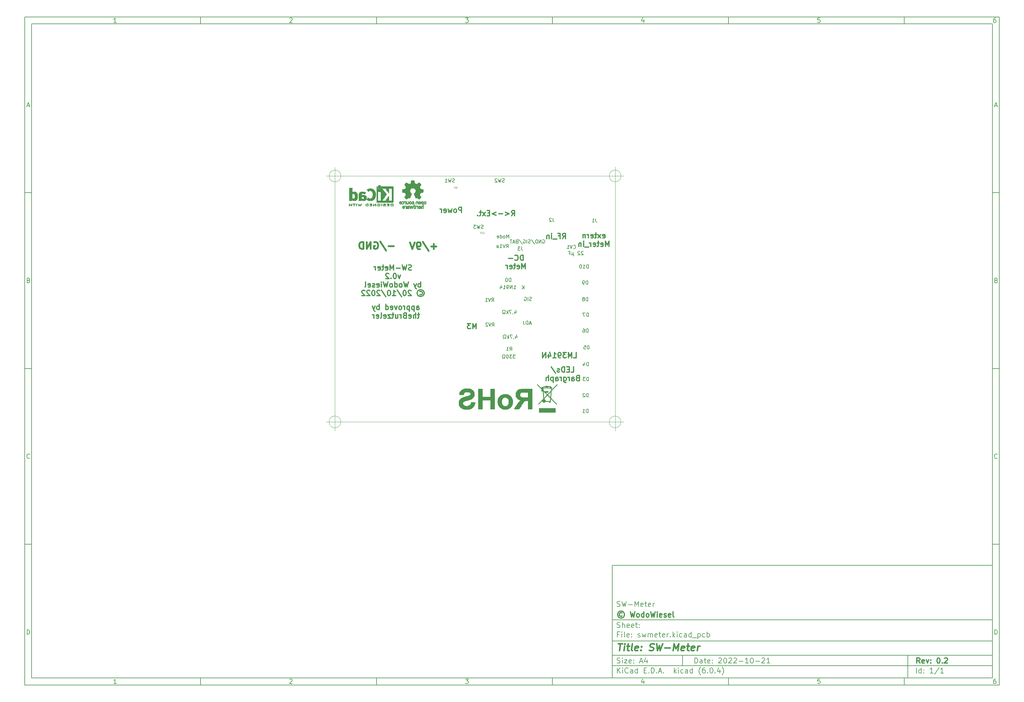
<source format=gbr>
%TF.GenerationSoftware,KiCad,Pcbnew,(6.0.4)*%
%TF.CreationDate,2022-11-07T20:32:36+01:00*%
%TF.ProjectId,swmeter,73776d65-7465-4722-9e6b-696361645f70,0.2*%
%TF.SameCoordinates,PX5d9f490PY775a330*%
%TF.FileFunction,Legend,Bot*%
%TF.FilePolarity,Positive*%
%FSLAX46Y46*%
G04 Gerber Fmt 4.6, Leading zero omitted, Abs format (unit mm)*
G04 Created by KiCad (PCBNEW (6.0.4)) date 2022-11-07 20:32:36*
%MOMM*%
%LPD*%
G01*
G04 APERTURE LIST*
%ADD10C,0.100000*%
%ADD11C,0.150000*%
%ADD12C,0.300000*%
%ADD13C,0.400000*%
%TA.AperFunction,Profile*%
%ADD14C,0.100000*%
%TD*%
%ADD15C,0.120000*%
%ADD16C,0.500000*%
%ADD17C,0.090000*%
%ADD18C,0.010000*%
G04 APERTURE END LIST*
D10*
D11*
X78832200Y-40857200D02*
X78832200Y-72857200D01*
X186832200Y-72857200D01*
X186832200Y-40857200D01*
X78832200Y-40857200D01*
D10*
D11*
X-88170000Y115150000D02*
X-88170000Y-74857200D01*
X188832200Y-74857200D01*
X188832200Y115150000D01*
X-88170000Y115150000D01*
D10*
D11*
X-86170000Y113150000D02*
X-86170000Y-72857200D01*
X186832200Y-72857200D01*
X186832200Y113150000D01*
X-86170000Y113150000D01*
D10*
D11*
X-38170000Y113150000D02*
X-38170000Y115150000D01*
D10*
D11*
X11830000Y113150000D02*
X11830000Y115150000D01*
D10*
D11*
X61830000Y113150000D02*
X61830000Y115150000D01*
D10*
D11*
X111830000Y113150000D02*
X111830000Y115150000D01*
D10*
D11*
X161830000Y113150000D02*
X161830000Y115150000D01*
D10*
D11*
X-62104524Y113561905D02*
X-62847381Y113561905D01*
X-62475953Y113561905D02*
X-62475953Y114861905D01*
X-62599762Y114676191D01*
X-62723572Y114552381D01*
X-62847381Y114490477D01*
D10*
D11*
X-12847381Y114738096D02*
X-12785477Y114800000D01*
X-12661667Y114861905D01*
X-12352143Y114861905D01*
X-12228334Y114800000D01*
X-12166429Y114738096D01*
X-12104524Y114614286D01*
X-12104524Y114490477D01*
X-12166429Y114304762D01*
X-12909286Y113561905D01*
X-12104524Y113561905D01*
D10*
D11*
X37090714Y114861905D02*
X37895476Y114861905D01*
X37462142Y114366667D01*
X37647857Y114366667D01*
X37771666Y114304762D01*
X37833571Y114242858D01*
X37895476Y114119048D01*
X37895476Y113809524D01*
X37833571Y113685715D01*
X37771666Y113623810D01*
X37647857Y113561905D01*
X37276428Y113561905D01*
X37152619Y113623810D01*
X37090714Y113685715D01*
D10*
D11*
X87771666Y114428572D02*
X87771666Y113561905D01*
X87462142Y114923810D02*
X87152619Y113995239D01*
X87957380Y113995239D01*
D10*
D11*
X137833571Y114861905D02*
X137214523Y114861905D01*
X137152619Y114242858D01*
X137214523Y114304762D01*
X137338333Y114366667D01*
X137647857Y114366667D01*
X137771666Y114304762D01*
X137833571Y114242858D01*
X137895476Y114119048D01*
X137895476Y113809524D01*
X137833571Y113685715D01*
X137771666Y113623810D01*
X137647857Y113561905D01*
X137338333Y113561905D01*
X137214523Y113623810D01*
X137152619Y113685715D01*
D10*
D11*
X187771666Y114861905D02*
X187524047Y114861905D01*
X187400238Y114800000D01*
X187338333Y114738096D01*
X187214523Y114552381D01*
X187152619Y114304762D01*
X187152619Y113809524D01*
X187214523Y113685715D01*
X187276428Y113623810D01*
X187400238Y113561905D01*
X187647857Y113561905D01*
X187771666Y113623810D01*
X187833571Y113685715D01*
X187895476Y113809524D01*
X187895476Y114119048D01*
X187833571Y114242858D01*
X187771666Y114304762D01*
X187647857Y114366667D01*
X187400238Y114366667D01*
X187276428Y114304762D01*
X187214523Y114242858D01*
X187152619Y114119048D01*
D10*
D11*
X-38170000Y-72857200D02*
X-38170000Y-74857200D01*
D10*
D11*
X11830000Y-72857200D02*
X11830000Y-74857200D01*
D10*
D11*
X61830000Y-72857200D02*
X61830000Y-74857200D01*
D10*
D11*
X111830000Y-72857200D02*
X111830000Y-74857200D01*
D10*
D11*
X161830000Y-72857200D02*
X161830000Y-74857200D01*
D10*
D11*
X-62104524Y-74445295D02*
X-62847381Y-74445295D01*
X-62475953Y-74445295D02*
X-62475953Y-73145295D01*
X-62599762Y-73331009D01*
X-62723572Y-73454819D01*
X-62847381Y-73516723D01*
D10*
D11*
X-12847381Y-73269104D02*
X-12785477Y-73207200D01*
X-12661667Y-73145295D01*
X-12352143Y-73145295D01*
X-12228334Y-73207200D01*
X-12166429Y-73269104D01*
X-12104524Y-73392914D01*
X-12104524Y-73516723D01*
X-12166429Y-73702438D01*
X-12909286Y-74445295D01*
X-12104524Y-74445295D01*
D10*
D11*
X37090714Y-73145295D02*
X37895476Y-73145295D01*
X37462142Y-73640533D01*
X37647857Y-73640533D01*
X37771666Y-73702438D01*
X37833571Y-73764342D01*
X37895476Y-73888152D01*
X37895476Y-74197676D01*
X37833571Y-74321485D01*
X37771666Y-74383390D01*
X37647857Y-74445295D01*
X37276428Y-74445295D01*
X37152619Y-74383390D01*
X37090714Y-74321485D01*
D10*
D11*
X87771666Y-73578628D02*
X87771666Y-74445295D01*
X87462142Y-73083390D02*
X87152619Y-74011961D01*
X87957380Y-74011961D01*
D10*
D11*
X137833571Y-73145295D02*
X137214523Y-73145295D01*
X137152619Y-73764342D01*
X137214523Y-73702438D01*
X137338333Y-73640533D01*
X137647857Y-73640533D01*
X137771666Y-73702438D01*
X137833571Y-73764342D01*
X137895476Y-73888152D01*
X137895476Y-74197676D01*
X137833571Y-74321485D01*
X137771666Y-74383390D01*
X137647857Y-74445295D01*
X137338333Y-74445295D01*
X137214523Y-74383390D01*
X137152619Y-74321485D01*
D10*
D11*
X187771666Y-73145295D02*
X187524047Y-73145295D01*
X187400238Y-73207200D01*
X187338333Y-73269104D01*
X187214523Y-73454819D01*
X187152619Y-73702438D01*
X187152619Y-74197676D01*
X187214523Y-74321485D01*
X187276428Y-74383390D01*
X187400238Y-74445295D01*
X187647857Y-74445295D01*
X187771666Y-74383390D01*
X187833571Y-74321485D01*
X187895476Y-74197676D01*
X187895476Y-73888152D01*
X187833571Y-73764342D01*
X187771666Y-73702438D01*
X187647857Y-73640533D01*
X187400238Y-73640533D01*
X187276428Y-73702438D01*
X187214523Y-73764342D01*
X187152619Y-73888152D01*
D10*
D11*
X-88170000Y65150000D02*
X-86170000Y65150000D01*
D10*
D11*
X-88170000Y15150000D02*
X-86170000Y15150000D01*
D10*
D11*
X-88170000Y-34850000D02*
X-86170000Y-34850000D01*
D10*
D11*
X-87479524Y89933334D02*
X-86860477Y89933334D01*
X-87603334Y89561905D02*
X-87170000Y90861905D01*
X-86736667Y89561905D01*
D10*
D11*
X-87077143Y40242858D02*
X-86891429Y40180953D01*
X-86829524Y40119048D01*
X-86767620Y39995239D01*
X-86767620Y39809524D01*
X-86829524Y39685715D01*
X-86891429Y39623810D01*
X-87015239Y39561905D01*
X-87510477Y39561905D01*
X-87510477Y40861905D01*
X-87077143Y40861905D01*
X-86953334Y40800000D01*
X-86891429Y40738096D01*
X-86829524Y40614286D01*
X-86829524Y40490477D01*
X-86891429Y40366667D01*
X-86953334Y40304762D01*
X-87077143Y40242858D01*
X-87510477Y40242858D01*
D10*
D11*
X-86767620Y-10314285D02*
X-86829524Y-10376190D01*
X-87015239Y-10438095D01*
X-87139048Y-10438095D01*
X-87324762Y-10376190D01*
X-87448572Y-10252380D01*
X-87510477Y-10128571D01*
X-87572381Y-9880952D01*
X-87572381Y-9695238D01*
X-87510477Y-9447619D01*
X-87448572Y-9323809D01*
X-87324762Y-9200000D01*
X-87139048Y-9138095D01*
X-87015239Y-9138095D01*
X-86829524Y-9200000D01*
X-86767620Y-9261904D01*
D10*
D11*
X-87510477Y-60438095D02*
X-87510477Y-59138095D01*
X-87200953Y-59138095D01*
X-87015239Y-59200000D01*
X-86891429Y-59323809D01*
X-86829524Y-59447619D01*
X-86767620Y-59695238D01*
X-86767620Y-59880952D01*
X-86829524Y-60128571D01*
X-86891429Y-60252380D01*
X-87015239Y-60376190D01*
X-87200953Y-60438095D01*
X-87510477Y-60438095D01*
D10*
D11*
X188832200Y65150000D02*
X186832200Y65150000D01*
D10*
D11*
X188832200Y15150000D02*
X186832200Y15150000D01*
D10*
D11*
X188832200Y-34850000D02*
X186832200Y-34850000D01*
D10*
D11*
X187522676Y89933334D02*
X188141723Y89933334D01*
X187398866Y89561905D02*
X187832200Y90861905D01*
X188265533Y89561905D01*
D10*
D11*
X187925057Y40242858D02*
X188110771Y40180953D01*
X188172676Y40119048D01*
X188234580Y39995239D01*
X188234580Y39809524D01*
X188172676Y39685715D01*
X188110771Y39623810D01*
X187986961Y39561905D01*
X187491723Y39561905D01*
X187491723Y40861905D01*
X187925057Y40861905D01*
X188048866Y40800000D01*
X188110771Y40738096D01*
X188172676Y40614286D01*
X188172676Y40490477D01*
X188110771Y40366667D01*
X188048866Y40304762D01*
X187925057Y40242858D01*
X187491723Y40242858D01*
D10*
D11*
X188234580Y-10314285D02*
X188172676Y-10376190D01*
X187986961Y-10438095D01*
X187863152Y-10438095D01*
X187677438Y-10376190D01*
X187553628Y-10252380D01*
X187491723Y-10128571D01*
X187429819Y-9880952D01*
X187429819Y-9695238D01*
X187491723Y-9447619D01*
X187553628Y-9323809D01*
X187677438Y-9200000D01*
X187863152Y-9138095D01*
X187986961Y-9138095D01*
X188172676Y-9200000D01*
X188234580Y-9261904D01*
D10*
D11*
X187491723Y-60438095D02*
X187491723Y-59138095D01*
X187801247Y-59138095D01*
X187986961Y-59200000D01*
X188110771Y-59323809D01*
X188172676Y-59447619D01*
X188234580Y-59695238D01*
X188234580Y-59880952D01*
X188172676Y-60128571D01*
X188110771Y-60252380D01*
X187986961Y-60376190D01*
X187801247Y-60438095D01*
X187491723Y-60438095D01*
D10*
D11*
X102264342Y-68635771D02*
X102264342Y-67135771D01*
X102621485Y-67135771D01*
X102835771Y-67207200D01*
X102978628Y-67350057D01*
X103050057Y-67492914D01*
X103121485Y-67778628D01*
X103121485Y-67992914D01*
X103050057Y-68278628D01*
X102978628Y-68421485D01*
X102835771Y-68564342D01*
X102621485Y-68635771D01*
X102264342Y-68635771D01*
X104407200Y-68635771D02*
X104407200Y-67850057D01*
X104335771Y-67707200D01*
X104192914Y-67635771D01*
X103907200Y-67635771D01*
X103764342Y-67707200D01*
X104407200Y-68564342D02*
X104264342Y-68635771D01*
X103907200Y-68635771D01*
X103764342Y-68564342D01*
X103692914Y-68421485D01*
X103692914Y-68278628D01*
X103764342Y-68135771D01*
X103907200Y-68064342D01*
X104264342Y-68064342D01*
X104407200Y-67992914D01*
X104907200Y-67635771D02*
X105478628Y-67635771D01*
X105121485Y-67135771D02*
X105121485Y-68421485D01*
X105192914Y-68564342D01*
X105335771Y-68635771D01*
X105478628Y-68635771D01*
X106550057Y-68564342D02*
X106407200Y-68635771D01*
X106121485Y-68635771D01*
X105978628Y-68564342D01*
X105907200Y-68421485D01*
X105907200Y-67850057D01*
X105978628Y-67707200D01*
X106121485Y-67635771D01*
X106407200Y-67635771D01*
X106550057Y-67707200D01*
X106621485Y-67850057D01*
X106621485Y-67992914D01*
X105907200Y-68135771D01*
X107264342Y-68492914D02*
X107335771Y-68564342D01*
X107264342Y-68635771D01*
X107192914Y-68564342D01*
X107264342Y-68492914D01*
X107264342Y-68635771D01*
X107264342Y-67707200D02*
X107335771Y-67778628D01*
X107264342Y-67850057D01*
X107192914Y-67778628D01*
X107264342Y-67707200D01*
X107264342Y-67850057D01*
X109050057Y-67278628D02*
X109121485Y-67207200D01*
X109264342Y-67135771D01*
X109621485Y-67135771D01*
X109764342Y-67207200D01*
X109835771Y-67278628D01*
X109907200Y-67421485D01*
X109907200Y-67564342D01*
X109835771Y-67778628D01*
X108978628Y-68635771D01*
X109907200Y-68635771D01*
X110835771Y-67135771D02*
X110978628Y-67135771D01*
X111121485Y-67207200D01*
X111192914Y-67278628D01*
X111264342Y-67421485D01*
X111335771Y-67707200D01*
X111335771Y-68064342D01*
X111264342Y-68350057D01*
X111192914Y-68492914D01*
X111121485Y-68564342D01*
X110978628Y-68635771D01*
X110835771Y-68635771D01*
X110692914Y-68564342D01*
X110621485Y-68492914D01*
X110550057Y-68350057D01*
X110478628Y-68064342D01*
X110478628Y-67707200D01*
X110550057Y-67421485D01*
X110621485Y-67278628D01*
X110692914Y-67207200D01*
X110835771Y-67135771D01*
X111907200Y-67278628D02*
X111978628Y-67207200D01*
X112121485Y-67135771D01*
X112478628Y-67135771D01*
X112621485Y-67207200D01*
X112692914Y-67278628D01*
X112764342Y-67421485D01*
X112764342Y-67564342D01*
X112692914Y-67778628D01*
X111835771Y-68635771D01*
X112764342Y-68635771D01*
X113335771Y-67278628D02*
X113407200Y-67207200D01*
X113550057Y-67135771D01*
X113907200Y-67135771D01*
X114050057Y-67207200D01*
X114121485Y-67278628D01*
X114192914Y-67421485D01*
X114192914Y-67564342D01*
X114121485Y-67778628D01*
X113264342Y-68635771D01*
X114192914Y-68635771D01*
X114835771Y-68064342D02*
X115978628Y-68064342D01*
X117478628Y-68635771D02*
X116621485Y-68635771D01*
X117050057Y-68635771D02*
X117050057Y-67135771D01*
X116907200Y-67350057D01*
X116764342Y-67492914D01*
X116621485Y-67564342D01*
X118407200Y-67135771D02*
X118550057Y-67135771D01*
X118692914Y-67207200D01*
X118764342Y-67278628D01*
X118835771Y-67421485D01*
X118907200Y-67707200D01*
X118907200Y-68064342D01*
X118835771Y-68350057D01*
X118764342Y-68492914D01*
X118692914Y-68564342D01*
X118550057Y-68635771D01*
X118407200Y-68635771D01*
X118264342Y-68564342D01*
X118192914Y-68492914D01*
X118121485Y-68350057D01*
X118050057Y-68064342D01*
X118050057Y-67707200D01*
X118121485Y-67421485D01*
X118192914Y-67278628D01*
X118264342Y-67207200D01*
X118407200Y-67135771D01*
X119550057Y-68064342D02*
X120692914Y-68064342D01*
X121335771Y-67278628D02*
X121407200Y-67207200D01*
X121550057Y-67135771D01*
X121907200Y-67135771D01*
X122050057Y-67207200D01*
X122121485Y-67278628D01*
X122192914Y-67421485D01*
X122192914Y-67564342D01*
X122121485Y-67778628D01*
X121264342Y-68635771D01*
X122192914Y-68635771D01*
X123621485Y-68635771D02*
X122764342Y-68635771D01*
X123192914Y-68635771D02*
X123192914Y-67135771D01*
X123050057Y-67350057D01*
X122907200Y-67492914D01*
X122764342Y-67564342D01*
D10*
D11*
X78832200Y-69357200D02*
X186832200Y-69357200D01*
D10*
D11*
X80264342Y-71435771D02*
X80264342Y-69935771D01*
X81121485Y-71435771D02*
X80478628Y-70578628D01*
X81121485Y-69935771D02*
X80264342Y-70792914D01*
X81764342Y-71435771D02*
X81764342Y-70435771D01*
X81764342Y-69935771D02*
X81692914Y-70007200D01*
X81764342Y-70078628D01*
X81835771Y-70007200D01*
X81764342Y-69935771D01*
X81764342Y-70078628D01*
X83335771Y-71292914D02*
X83264342Y-71364342D01*
X83050057Y-71435771D01*
X82907200Y-71435771D01*
X82692914Y-71364342D01*
X82550057Y-71221485D01*
X82478628Y-71078628D01*
X82407200Y-70792914D01*
X82407200Y-70578628D01*
X82478628Y-70292914D01*
X82550057Y-70150057D01*
X82692914Y-70007200D01*
X82907200Y-69935771D01*
X83050057Y-69935771D01*
X83264342Y-70007200D01*
X83335771Y-70078628D01*
X84621485Y-71435771D02*
X84621485Y-70650057D01*
X84550057Y-70507200D01*
X84407200Y-70435771D01*
X84121485Y-70435771D01*
X83978628Y-70507200D01*
X84621485Y-71364342D02*
X84478628Y-71435771D01*
X84121485Y-71435771D01*
X83978628Y-71364342D01*
X83907200Y-71221485D01*
X83907200Y-71078628D01*
X83978628Y-70935771D01*
X84121485Y-70864342D01*
X84478628Y-70864342D01*
X84621485Y-70792914D01*
X85978628Y-71435771D02*
X85978628Y-69935771D01*
X85978628Y-71364342D02*
X85835771Y-71435771D01*
X85550057Y-71435771D01*
X85407200Y-71364342D01*
X85335771Y-71292914D01*
X85264342Y-71150057D01*
X85264342Y-70721485D01*
X85335771Y-70578628D01*
X85407200Y-70507200D01*
X85550057Y-70435771D01*
X85835771Y-70435771D01*
X85978628Y-70507200D01*
X87835771Y-70650057D02*
X88335771Y-70650057D01*
X88550057Y-71435771D02*
X87835771Y-71435771D01*
X87835771Y-69935771D01*
X88550057Y-69935771D01*
X89192914Y-71292914D02*
X89264342Y-71364342D01*
X89192914Y-71435771D01*
X89121485Y-71364342D01*
X89192914Y-71292914D01*
X89192914Y-71435771D01*
X89907200Y-71435771D02*
X89907200Y-69935771D01*
X90264342Y-69935771D01*
X90478628Y-70007200D01*
X90621485Y-70150057D01*
X90692914Y-70292914D01*
X90764342Y-70578628D01*
X90764342Y-70792914D01*
X90692914Y-71078628D01*
X90621485Y-71221485D01*
X90478628Y-71364342D01*
X90264342Y-71435771D01*
X89907200Y-71435771D01*
X91407200Y-71292914D02*
X91478628Y-71364342D01*
X91407200Y-71435771D01*
X91335771Y-71364342D01*
X91407200Y-71292914D01*
X91407200Y-71435771D01*
X92050057Y-71007200D02*
X92764342Y-71007200D01*
X91907200Y-71435771D02*
X92407200Y-69935771D01*
X92907200Y-71435771D01*
X93407200Y-71292914D02*
X93478628Y-71364342D01*
X93407200Y-71435771D01*
X93335771Y-71364342D01*
X93407200Y-71292914D01*
X93407200Y-71435771D01*
X96407200Y-71435771D02*
X96407200Y-69935771D01*
X96550057Y-70864342D02*
X96978628Y-71435771D01*
X96978628Y-70435771D02*
X96407200Y-71007200D01*
X97621485Y-71435771D02*
X97621485Y-70435771D01*
X97621485Y-69935771D02*
X97550057Y-70007200D01*
X97621485Y-70078628D01*
X97692914Y-70007200D01*
X97621485Y-69935771D01*
X97621485Y-70078628D01*
X98978628Y-71364342D02*
X98835771Y-71435771D01*
X98550057Y-71435771D01*
X98407200Y-71364342D01*
X98335771Y-71292914D01*
X98264342Y-71150057D01*
X98264342Y-70721485D01*
X98335771Y-70578628D01*
X98407200Y-70507200D01*
X98550057Y-70435771D01*
X98835771Y-70435771D01*
X98978628Y-70507200D01*
X100264342Y-71435771D02*
X100264342Y-70650057D01*
X100192914Y-70507200D01*
X100050057Y-70435771D01*
X99764342Y-70435771D01*
X99621485Y-70507200D01*
X100264342Y-71364342D02*
X100121485Y-71435771D01*
X99764342Y-71435771D01*
X99621485Y-71364342D01*
X99550057Y-71221485D01*
X99550057Y-71078628D01*
X99621485Y-70935771D01*
X99764342Y-70864342D01*
X100121485Y-70864342D01*
X100264342Y-70792914D01*
X101621485Y-71435771D02*
X101621485Y-69935771D01*
X101621485Y-71364342D02*
X101478628Y-71435771D01*
X101192914Y-71435771D01*
X101050057Y-71364342D01*
X100978628Y-71292914D01*
X100907200Y-71150057D01*
X100907200Y-70721485D01*
X100978628Y-70578628D01*
X101050057Y-70507200D01*
X101192914Y-70435771D01*
X101478628Y-70435771D01*
X101621485Y-70507200D01*
X103907200Y-72007200D02*
X103835771Y-71935771D01*
X103692914Y-71721485D01*
X103621485Y-71578628D01*
X103550057Y-71364342D01*
X103478628Y-71007200D01*
X103478628Y-70721485D01*
X103550057Y-70364342D01*
X103621485Y-70150057D01*
X103692914Y-70007200D01*
X103835771Y-69792914D01*
X103907200Y-69721485D01*
X105121485Y-69935771D02*
X104835771Y-69935771D01*
X104692914Y-70007200D01*
X104621485Y-70078628D01*
X104478628Y-70292914D01*
X104407200Y-70578628D01*
X104407200Y-71150057D01*
X104478628Y-71292914D01*
X104550057Y-71364342D01*
X104692914Y-71435771D01*
X104978628Y-71435771D01*
X105121485Y-71364342D01*
X105192914Y-71292914D01*
X105264342Y-71150057D01*
X105264342Y-70792914D01*
X105192914Y-70650057D01*
X105121485Y-70578628D01*
X104978628Y-70507200D01*
X104692914Y-70507200D01*
X104550057Y-70578628D01*
X104478628Y-70650057D01*
X104407200Y-70792914D01*
X105907200Y-71292914D02*
X105978628Y-71364342D01*
X105907200Y-71435771D01*
X105835771Y-71364342D01*
X105907200Y-71292914D01*
X105907200Y-71435771D01*
X106907200Y-69935771D02*
X107050057Y-69935771D01*
X107192914Y-70007200D01*
X107264342Y-70078628D01*
X107335771Y-70221485D01*
X107407200Y-70507200D01*
X107407200Y-70864342D01*
X107335771Y-71150057D01*
X107264342Y-71292914D01*
X107192914Y-71364342D01*
X107050057Y-71435771D01*
X106907200Y-71435771D01*
X106764342Y-71364342D01*
X106692914Y-71292914D01*
X106621485Y-71150057D01*
X106550057Y-70864342D01*
X106550057Y-70507200D01*
X106621485Y-70221485D01*
X106692914Y-70078628D01*
X106764342Y-70007200D01*
X106907200Y-69935771D01*
X108050057Y-71292914D02*
X108121485Y-71364342D01*
X108050057Y-71435771D01*
X107978628Y-71364342D01*
X108050057Y-71292914D01*
X108050057Y-71435771D01*
X109407200Y-70435771D02*
X109407200Y-71435771D01*
X109050057Y-69864342D02*
X108692914Y-70935771D01*
X109621485Y-70935771D01*
X110050057Y-72007200D02*
X110121485Y-71935771D01*
X110264342Y-71721485D01*
X110335771Y-71578628D01*
X110407200Y-71364342D01*
X110478628Y-71007200D01*
X110478628Y-70721485D01*
X110407200Y-70364342D01*
X110335771Y-70150057D01*
X110264342Y-70007200D01*
X110121485Y-69792914D01*
X110050057Y-69721485D01*
D10*
D11*
X78832200Y-66357200D02*
X186832200Y-66357200D01*
D10*
D12*
X166241485Y-68635771D02*
X165741485Y-67921485D01*
X165384342Y-68635771D02*
X165384342Y-67135771D01*
X165955771Y-67135771D01*
X166098628Y-67207200D01*
X166170057Y-67278628D01*
X166241485Y-67421485D01*
X166241485Y-67635771D01*
X166170057Y-67778628D01*
X166098628Y-67850057D01*
X165955771Y-67921485D01*
X165384342Y-67921485D01*
X167455771Y-68564342D02*
X167312914Y-68635771D01*
X167027200Y-68635771D01*
X166884342Y-68564342D01*
X166812914Y-68421485D01*
X166812914Y-67850057D01*
X166884342Y-67707200D01*
X167027200Y-67635771D01*
X167312914Y-67635771D01*
X167455771Y-67707200D01*
X167527200Y-67850057D01*
X167527200Y-67992914D01*
X166812914Y-68135771D01*
X168027200Y-67635771D02*
X168384342Y-68635771D01*
X168741485Y-67635771D01*
X169312914Y-68492914D02*
X169384342Y-68564342D01*
X169312914Y-68635771D01*
X169241485Y-68564342D01*
X169312914Y-68492914D01*
X169312914Y-68635771D01*
X169312914Y-67707200D02*
X169384342Y-67778628D01*
X169312914Y-67850057D01*
X169241485Y-67778628D01*
X169312914Y-67707200D01*
X169312914Y-67850057D01*
X171455771Y-67135771D02*
X171598628Y-67135771D01*
X171741485Y-67207200D01*
X171812914Y-67278628D01*
X171884342Y-67421485D01*
X171955771Y-67707200D01*
X171955771Y-68064342D01*
X171884342Y-68350057D01*
X171812914Y-68492914D01*
X171741485Y-68564342D01*
X171598628Y-68635771D01*
X171455771Y-68635771D01*
X171312914Y-68564342D01*
X171241485Y-68492914D01*
X171170057Y-68350057D01*
X171098628Y-68064342D01*
X171098628Y-67707200D01*
X171170057Y-67421485D01*
X171241485Y-67278628D01*
X171312914Y-67207200D01*
X171455771Y-67135771D01*
X172598628Y-68492914D02*
X172670057Y-68564342D01*
X172598628Y-68635771D01*
X172527200Y-68564342D01*
X172598628Y-68492914D01*
X172598628Y-68635771D01*
X173241485Y-67278628D02*
X173312914Y-67207200D01*
X173455771Y-67135771D01*
X173812914Y-67135771D01*
X173955771Y-67207200D01*
X174027200Y-67278628D01*
X174098628Y-67421485D01*
X174098628Y-67564342D01*
X174027200Y-67778628D01*
X173170057Y-68635771D01*
X174098628Y-68635771D01*
D10*
D11*
X80192914Y-68564342D02*
X80407200Y-68635771D01*
X80764342Y-68635771D01*
X80907200Y-68564342D01*
X80978628Y-68492914D01*
X81050057Y-68350057D01*
X81050057Y-68207200D01*
X80978628Y-68064342D01*
X80907200Y-67992914D01*
X80764342Y-67921485D01*
X80478628Y-67850057D01*
X80335771Y-67778628D01*
X80264342Y-67707200D01*
X80192914Y-67564342D01*
X80192914Y-67421485D01*
X80264342Y-67278628D01*
X80335771Y-67207200D01*
X80478628Y-67135771D01*
X80835771Y-67135771D01*
X81050057Y-67207200D01*
X81692914Y-68635771D02*
X81692914Y-67635771D01*
X81692914Y-67135771D02*
X81621485Y-67207200D01*
X81692914Y-67278628D01*
X81764342Y-67207200D01*
X81692914Y-67135771D01*
X81692914Y-67278628D01*
X82264342Y-67635771D02*
X83050057Y-67635771D01*
X82264342Y-68635771D01*
X83050057Y-68635771D01*
X84192914Y-68564342D02*
X84050057Y-68635771D01*
X83764342Y-68635771D01*
X83621485Y-68564342D01*
X83550057Y-68421485D01*
X83550057Y-67850057D01*
X83621485Y-67707200D01*
X83764342Y-67635771D01*
X84050057Y-67635771D01*
X84192914Y-67707200D01*
X84264342Y-67850057D01*
X84264342Y-67992914D01*
X83550057Y-68135771D01*
X84907200Y-68492914D02*
X84978628Y-68564342D01*
X84907200Y-68635771D01*
X84835771Y-68564342D01*
X84907200Y-68492914D01*
X84907200Y-68635771D01*
X84907200Y-67707200D02*
X84978628Y-67778628D01*
X84907200Y-67850057D01*
X84835771Y-67778628D01*
X84907200Y-67707200D01*
X84907200Y-67850057D01*
X86692914Y-68207200D02*
X87407200Y-68207200D01*
X86550057Y-68635771D02*
X87050057Y-67135771D01*
X87550057Y-68635771D01*
X88692914Y-67635771D02*
X88692914Y-68635771D01*
X88335771Y-67064342D02*
X87978628Y-68135771D01*
X88907200Y-68135771D01*
D10*
D11*
X165264342Y-71435771D02*
X165264342Y-69935771D01*
X166621485Y-71435771D02*
X166621485Y-69935771D01*
X166621485Y-71364342D02*
X166478628Y-71435771D01*
X166192914Y-71435771D01*
X166050057Y-71364342D01*
X165978628Y-71292914D01*
X165907200Y-71150057D01*
X165907200Y-70721485D01*
X165978628Y-70578628D01*
X166050057Y-70507200D01*
X166192914Y-70435771D01*
X166478628Y-70435771D01*
X166621485Y-70507200D01*
X167335771Y-71292914D02*
X167407200Y-71364342D01*
X167335771Y-71435771D01*
X167264342Y-71364342D01*
X167335771Y-71292914D01*
X167335771Y-71435771D01*
X167335771Y-70507200D02*
X167407200Y-70578628D01*
X167335771Y-70650057D01*
X167264342Y-70578628D01*
X167335771Y-70507200D01*
X167335771Y-70650057D01*
X169978628Y-71435771D02*
X169121485Y-71435771D01*
X169550057Y-71435771D02*
X169550057Y-69935771D01*
X169407200Y-70150057D01*
X169264342Y-70292914D01*
X169121485Y-70364342D01*
X171692914Y-69864342D02*
X170407200Y-71792914D01*
X172978628Y-71435771D02*
X172121485Y-71435771D01*
X172550057Y-71435771D02*
X172550057Y-69935771D01*
X172407200Y-70150057D01*
X172264342Y-70292914D01*
X172121485Y-70364342D01*
D10*
D11*
X78832200Y-62357200D02*
X186832200Y-62357200D01*
D10*
D13*
X80544580Y-63061961D02*
X81687438Y-63061961D01*
X80866009Y-65061961D02*
X81116009Y-63061961D01*
X82104104Y-65061961D02*
X82270771Y-63728628D01*
X82354104Y-63061961D02*
X82246961Y-63157200D01*
X82330295Y-63252438D01*
X82437438Y-63157200D01*
X82354104Y-63061961D01*
X82330295Y-63252438D01*
X82937438Y-63728628D02*
X83699342Y-63728628D01*
X83306485Y-63061961D02*
X83092200Y-64776247D01*
X83163628Y-64966723D01*
X83342200Y-65061961D01*
X83532676Y-65061961D01*
X84485057Y-65061961D02*
X84306485Y-64966723D01*
X84235057Y-64776247D01*
X84449342Y-63061961D01*
X86020771Y-64966723D02*
X85818390Y-65061961D01*
X85437438Y-65061961D01*
X85258866Y-64966723D01*
X85187438Y-64776247D01*
X85282676Y-64014342D01*
X85401723Y-63823866D01*
X85604104Y-63728628D01*
X85985057Y-63728628D01*
X86163628Y-63823866D01*
X86235057Y-64014342D01*
X86211247Y-64204819D01*
X85235057Y-64395295D01*
X86985057Y-64871485D02*
X87068390Y-64966723D01*
X86961247Y-65061961D01*
X86877914Y-64966723D01*
X86985057Y-64871485D01*
X86961247Y-65061961D01*
X87116009Y-63823866D02*
X87199342Y-63919104D01*
X87092200Y-64014342D01*
X87008866Y-63919104D01*
X87116009Y-63823866D01*
X87092200Y-64014342D01*
X89354104Y-64966723D02*
X89627914Y-65061961D01*
X90104104Y-65061961D01*
X90306485Y-64966723D01*
X90413628Y-64871485D01*
X90532676Y-64681009D01*
X90556485Y-64490533D01*
X90485057Y-64300057D01*
X90401723Y-64204819D01*
X90223152Y-64109580D01*
X89854104Y-64014342D01*
X89675533Y-63919104D01*
X89592200Y-63823866D01*
X89520771Y-63633390D01*
X89544580Y-63442914D01*
X89663628Y-63252438D01*
X89770771Y-63157200D01*
X89973152Y-63061961D01*
X90449342Y-63061961D01*
X90723152Y-63157200D01*
X91401723Y-63061961D02*
X91627914Y-65061961D01*
X92187438Y-63633390D01*
X92389819Y-65061961D01*
X93116009Y-63061961D01*
X93723152Y-64300057D02*
X95246961Y-64300057D01*
X96104104Y-65061961D02*
X96354104Y-63061961D01*
X96842200Y-64490533D01*
X97687438Y-63061961D01*
X97437438Y-65061961D01*
X99163628Y-64966723D02*
X98961247Y-65061961D01*
X98580295Y-65061961D01*
X98401723Y-64966723D01*
X98330295Y-64776247D01*
X98425533Y-64014342D01*
X98544580Y-63823866D01*
X98746961Y-63728628D01*
X99127914Y-63728628D01*
X99306485Y-63823866D01*
X99377914Y-64014342D01*
X99354104Y-64204819D01*
X98377914Y-64395295D01*
X99985057Y-63728628D02*
X100746961Y-63728628D01*
X100354104Y-63061961D02*
X100139819Y-64776247D01*
X100211247Y-64966723D01*
X100389819Y-65061961D01*
X100580295Y-65061961D01*
X102020771Y-64966723D02*
X101818390Y-65061961D01*
X101437438Y-65061961D01*
X101258866Y-64966723D01*
X101187438Y-64776247D01*
X101282676Y-64014342D01*
X101401723Y-63823866D01*
X101604104Y-63728628D01*
X101985057Y-63728628D01*
X102163628Y-63823866D01*
X102235057Y-64014342D01*
X102211247Y-64204819D01*
X101235057Y-64395295D01*
X102961247Y-65061961D02*
X103127914Y-63728628D01*
X103080295Y-64109580D02*
X103199342Y-63919104D01*
X103306485Y-63823866D01*
X103508866Y-63728628D01*
X103699342Y-63728628D01*
D10*
D11*
X80764342Y-60450057D02*
X80264342Y-60450057D01*
X80264342Y-61235771D02*
X80264342Y-59735771D01*
X80978628Y-59735771D01*
X81550057Y-61235771D02*
X81550057Y-60235771D01*
X81550057Y-59735771D02*
X81478628Y-59807200D01*
X81550057Y-59878628D01*
X81621485Y-59807200D01*
X81550057Y-59735771D01*
X81550057Y-59878628D01*
X82478628Y-61235771D02*
X82335771Y-61164342D01*
X82264342Y-61021485D01*
X82264342Y-59735771D01*
X83621485Y-61164342D02*
X83478628Y-61235771D01*
X83192914Y-61235771D01*
X83050057Y-61164342D01*
X82978628Y-61021485D01*
X82978628Y-60450057D01*
X83050057Y-60307200D01*
X83192914Y-60235771D01*
X83478628Y-60235771D01*
X83621485Y-60307200D01*
X83692914Y-60450057D01*
X83692914Y-60592914D01*
X82978628Y-60735771D01*
X84335771Y-61092914D02*
X84407200Y-61164342D01*
X84335771Y-61235771D01*
X84264342Y-61164342D01*
X84335771Y-61092914D01*
X84335771Y-61235771D01*
X84335771Y-60307200D02*
X84407200Y-60378628D01*
X84335771Y-60450057D01*
X84264342Y-60378628D01*
X84335771Y-60307200D01*
X84335771Y-60450057D01*
X86121485Y-61164342D02*
X86264342Y-61235771D01*
X86550057Y-61235771D01*
X86692914Y-61164342D01*
X86764342Y-61021485D01*
X86764342Y-60950057D01*
X86692914Y-60807200D01*
X86550057Y-60735771D01*
X86335771Y-60735771D01*
X86192914Y-60664342D01*
X86121485Y-60521485D01*
X86121485Y-60450057D01*
X86192914Y-60307200D01*
X86335771Y-60235771D01*
X86550057Y-60235771D01*
X86692914Y-60307200D01*
X87264342Y-60235771D02*
X87550057Y-61235771D01*
X87835771Y-60521485D01*
X88121485Y-61235771D01*
X88407200Y-60235771D01*
X88978628Y-61235771D02*
X88978628Y-60235771D01*
X88978628Y-60378628D02*
X89050057Y-60307200D01*
X89192914Y-60235771D01*
X89407200Y-60235771D01*
X89550057Y-60307200D01*
X89621485Y-60450057D01*
X89621485Y-61235771D01*
X89621485Y-60450057D02*
X89692914Y-60307200D01*
X89835771Y-60235771D01*
X90050057Y-60235771D01*
X90192914Y-60307200D01*
X90264342Y-60450057D01*
X90264342Y-61235771D01*
X91550057Y-61164342D02*
X91407200Y-61235771D01*
X91121485Y-61235771D01*
X90978628Y-61164342D01*
X90907200Y-61021485D01*
X90907200Y-60450057D01*
X90978628Y-60307200D01*
X91121485Y-60235771D01*
X91407200Y-60235771D01*
X91550057Y-60307200D01*
X91621485Y-60450057D01*
X91621485Y-60592914D01*
X90907200Y-60735771D01*
X92050057Y-60235771D02*
X92621485Y-60235771D01*
X92264342Y-59735771D02*
X92264342Y-61021485D01*
X92335771Y-61164342D01*
X92478628Y-61235771D01*
X92621485Y-61235771D01*
X93692914Y-61164342D02*
X93550057Y-61235771D01*
X93264342Y-61235771D01*
X93121485Y-61164342D01*
X93050057Y-61021485D01*
X93050057Y-60450057D01*
X93121485Y-60307200D01*
X93264342Y-60235771D01*
X93550057Y-60235771D01*
X93692914Y-60307200D01*
X93764342Y-60450057D01*
X93764342Y-60592914D01*
X93050057Y-60735771D01*
X94407200Y-61235771D02*
X94407200Y-60235771D01*
X94407200Y-60521485D02*
X94478628Y-60378628D01*
X94550057Y-60307200D01*
X94692914Y-60235771D01*
X94835771Y-60235771D01*
X95335771Y-61092914D02*
X95407200Y-61164342D01*
X95335771Y-61235771D01*
X95264342Y-61164342D01*
X95335771Y-61092914D01*
X95335771Y-61235771D01*
X96050057Y-61235771D02*
X96050057Y-59735771D01*
X96192914Y-60664342D02*
X96621485Y-61235771D01*
X96621485Y-60235771D02*
X96050057Y-60807200D01*
X97264342Y-61235771D02*
X97264342Y-60235771D01*
X97264342Y-59735771D02*
X97192914Y-59807200D01*
X97264342Y-59878628D01*
X97335771Y-59807200D01*
X97264342Y-59735771D01*
X97264342Y-59878628D01*
X98621485Y-61164342D02*
X98478628Y-61235771D01*
X98192914Y-61235771D01*
X98050057Y-61164342D01*
X97978628Y-61092914D01*
X97907200Y-60950057D01*
X97907200Y-60521485D01*
X97978628Y-60378628D01*
X98050057Y-60307200D01*
X98192914Y-60235771D01*
X98478628Y-60235771D01*
X98621485Y-60307200D01*
X99907200Y-61235771D02*
X99907200Y-60450057D01*
X99835771Y-60307200D01*
X99692914Y-60235771D01*
X99407200Y-60235771D01*
X99264342Y-60307200D01*
X99907200Y-61164342D02*
X99764342Y-61235771D01*
X99407200Y-61235771D01*
X99264342Y-61164342D01*
X99192914Y-61021485D01*
X99192914Y-60878628D01*
X99264342Y-60735771D01*
X99407200Y-60664342D01*
X99764342Y-60664342D01*
X99907200Y-60592914D01*
X101264342Y-61235771D02*
X101264342Y-59735771D01*
X101264342Y-61164342D02*
X101121485Y-61235771D01*
X100835771Y-61235771D01*
X100692914Y-61164342D01*
X100621485Y-61092914D01*
X100550057Y-60950057D01*
X100550057Y-60521485D01*
X100621485Y-60378628D01*
X100692914Y-60307200D01*
X100835771Y-60235771D01*
X101121485Y-60235771D01*
X101264342Y-60307200D01*
X101621485Y-61378628D02*
X102764342Y-61378628D01*
X103121485Y-60235771D02*
X103121485Y-61735771D01*
X103121485Y-60307200D02*
X103264342Y-60235771D01*
X103550057Y-60235771D01*
X103692914Y-60307200D01*
X103764342Y-60378628D01*
X103835771Y-60521485D01*
X103835771Y-60950057D01*
X103764342Y-61092914D01*
X103692914Y-61164342D01*
X103550057Y-61235771D01*
X103264342Y-61235771D01*
X103121485Y-61164342D01*
X105121485Y-61164342D02*
X104978628Y-61235771D01*
X104692914Y-61235771D01*
X104550057Y-61164342D01*
X104478628Y-61092914D01*
X104407200Y-60950057D01*
X104407200Y-60521485D01*
X104478628Y-60378628D01*
X104550057Y-60307200D01*
X104692914Y-60235771D01*
X104978628Y-60235771D01*
X105121485Y-60307200D01*
X105764342Y-61235771D02*
X105764342Y-59735771D01*
X105764342Y-60307200D02*
X105907200Y-60235771D01*
X106192914Y-60235771D01*
X106335771Y-60307200D01*
X106407200Y-60378628D01*
X106478628Y-60521485D01*
X106478628Y-60950057D01*
X106407200Y-61092914D01*
X106335771Y-61164342D01*
X106192914Y-61235771D01*
X105907200Y-61235771D01*
X105764342Y-61164342D01*
D10*
D11*
X78832200Y-56357200D02*
X186832200Y-56357200D01*
D10*
D11*
X80192914Y-58464342D02*
X80407200Y-58535771D01*
X80764342Y-58535771D01*
X80907200Y-58464342D01*
X80978628Y-58392914D01*
X81050057Y-58250057D01*
X81050057Y-58107200D01*
X80978628Y-57964342D01*
X80907200Y-57892914D01*
X80764342Y-57821485D01*
X80478628Y-57750057D01*
X80335771Y-57678628D01*
X80264342Y-57607200D01*
X80192914Y-57464342D01*
X80192914Y-57321485D01*
X80264342Y-57178628D01*
X80335771Y-57107200D01*
X80478628Y-57035771D01*
X80835771Y-57035771D01*
X81050057Y-57107200D01*
X81692914Y-58535771D02*
X81692914Y-57035771D01*
X82335771Y-58535771D02*
X82335771Y-57750057D01*
X82264342Y-57607200D01*
X82121485Y-57535771D01*
X81907200Y-57535771D01*
X81764342Y-57607200D01*
X81692914Y-57678628D01*
X83621485Y-58464342D02*
X83478628Y-58535771D01*
X83192914Y-58535771D01*
X83050057Y-58464342D01*
X82978628Y-58321485D01*
X82978628Y-57750057D01*
X83050057Y-57607200D01*
X83192914Y-57535771D01*
X83478628Y-57535771D01*
X83621485Y-57607200D01*
X83692914Y-57750057D01*
X83692914Y-57892914D01*
X82978628Y-58035771D01*
X84907200Y-58464342D02*
X84764342Y-58535771D01*
X84478628Y-58535771D01*
X84335771Y-58464342D01*
X84264342Y-58321485D01*
X84264342Y-57750057D01*
X84335771Y-57607200D01*
X84478628Y-57535771D01*
X84764342Y-57535771D01*
X84907200Y-57607200D01*
X84978628Y-57750057D01*
X84978628Y-57892914D01*
X84264342Y-58035771D01*
X85407200Y-57535771D02*
X85978628Y-57535771D01*
X85621485Y-57035771D02*
X85621485Y-58321485D01*
X85692914Y-58464342D01*
X85835771Y-58535771D01*
X85978628Y-58535771D01*
X86478628Y-58392914D02*
X86550057Y-58464342D01*
X86478628Y-58535771D01*
X86407200Y-58464342D01*
X86478628Y-58392914D01*
X86478628Y-58535771D01*
X86478628Y-57607200D02*
X86550057Y-57678628D01*
X86478628Y-57750057D01*
X86407200Y-57678628D01*
X86478628Y-57607200D01*
X86478628Y-57750057D01*
D10*
D12*
X81598628Y-54392914D02*
X81455771Y-54321485D01*
X81170057Y-54321485D01*
X81027200Y-54392914D01*
X80884342Y-54535771D01*
X80812914Y-54678628D01*
X80812914Y-54964342D01*
X80884342Y-55107200D01*
X81027200Y-55250057D01*
X81170057Y-55321485D01*
X81455771Y-55321485D01*
X81598628Y-55250057D01*
X81312914Y-53821485D02*
X80955771Y-53892914D01*
X80598628Y-54107200D01*
X80384342Y-54464342D01*
X80312914Y-54821485D01*
X80384342Y-55178628D01*
X80598628Y-55535771D01*
X80955771Y-55750057D01*
X81312914Y-55821485D01*
X81670057Y-55750057D01*
X82027200Y-55535771D01*
X82241485Y-55178628D01*
X82312914Y-54821485D01*
X82241485Y-54464342D01*
X82027200Y-54107200D01*
X81670057Y-53892914D01*
X81312914Y-53821485D01*
X83955771Y-54035771D02*
X84312914Y-55535771D01*
X84598628Y-54464342D01*
X84884342Y-55535771D01*
X85241485Y-54035771D01*
X86027200Y-55535771D02*
X85884342Y-55464342D01*
X85812914Y-55392914D01*
X85741485Y-55250057D01*
X85741485Y-54821485D01*
X85812914Y-54678628D01*
X85884342Y-54607200D01*
X86027200Y-54535771D01*
X86241485Y-54535771D01*
X86384342Y-54607200D01*
X86455771Y-54678628D01*
X86527200Y-54821485D01*
X86527200Y-55250057D01*
X86455771Y-55392914D01*
X86384342Y-55464342D01*
X86241485Y-55535771D01*
X86027200Y-55535771D01*
X87812914Y-55535771D02*
X87812914Y-54035771D01*
X87812914Y-55464342D02*
X87670057Y-55535771D01*
X87384342Y-55535771D01*
X87241485Y-55464342D01*
X87170057Y-55392914D01*
X87098628Y-55250057D01*
X87098628Y-54821485D01*
X87170057Y-54678628D01*
X87241485Y-54607200D01*
X87384342Y-54535771D01*
X87670057Y-54535771D01*
X87812914Y-54607200D01*
X88741485Y-55535771D02*
X88598628Y-55464342D01*
X88527200Y-55392914D01*
X88455771Y-55250057D01*
X88455771Y-54821485D01*
X88527200Y-54678628D01*
X88598628Y-54607200D01*
X88741485Y-54535771D01*
X88955771Y-54535771D01*
X89098628Y-54607200D01*
X89170057Y-54678628D01*
X89241485Y-54821485D01*
X89241485Y-55250057D01*
X89170057Y-55392914D01*
X89098628Y-55464342D01*
X88955771Y-55535771D01*
X88741485Y-55535771D01*
X89741485Y-54035771D02*
X90098628Y-55535771D01*
X90384342Y-54464342D01*
X90670057Y-55535771D01*
X91027200Y-54035771D01*
X91598628Y-55535771D02*
X91598628Y-54535771D01*
X91598628Y-54035771D02*
X91527200Y-54107200D01*
X91598628Y-54178628D01*
X91670057Y-54107200D01*
X91598628Y-54035771D01*
X91598628Y-54178628D01*
X92884342Y-55464342D02*
X92741485Y-55535771D01*
X92455771Y-55535771D01*
X92312914Y-55464342D01*
X92241485Y-55321485D01*
X92241485Y-54750057D01*
X92312914Y-54607200D01*
X92455771Y-54535771D01*
X92741485Y-54535771D01*
X92884342Y-54607200D01*
X92955771Y-54750057D01*
X92955771Y-54892914D01*
X92241485Y-55035771D01*
X93527200Y-55464342D02*
X93670057Y-55535771D01*
X93955771Y-55535771D01*
X94098628Y-55464342D01*
X94170057Y-55321485D01*
X94170057Y-55250057D01*
X94098628Y-55107200D01*
X93955771Y-55035771D01*
X93741485Y-55035771D01*
X93598628Y-54964342D01*
X93527200Y-54821485D01*
X93527200Y-54750057D01*
X93598628Y-54607200D01*
X93741485Y-54535771D01*
X93955771Y-54535771D01*
X94098628Y-54607200D01*
X95384342Y-55464342D02*
X95241485Y-55535771D01*
X94955771Y-55535771D01*
X94812914Y-55464342D01*
X94741485Y-55321485D01*
X94741485Y-54750057D01*
X94812914Y-54607200D01*
X94955771Y-54535771D01*
X95241485Y-54535771D01*
X95384342Y-54607200D01*
X95455771Y-54750057D01*
X95455771Y-54892914D01*
X94741485Y-55035771D01*
X96312914Y-55535771D02*
X96170057Y-55464342D01*
X96098628Y-55321485D01*
X96098628Y-54035771D01*
D10*
D11*
X80192914Y-52464342D02*
X80407200Y-52535771D01*
X80764342Y-52535771D01*
X80907200Y-52464342D01*
X80978628Y-52392914D01*
X81050057Y-52250057D01*
X81050057Y-52107200D01*
X80978628Y-51964342D01*
X80907200Y-51892914D01*
X80764342Y-51821485D01*
X80478628Y-51750057D01*
X80335771Y-51678628D01*
X80264342Y-51607200D01*
X80192914Y-51464342D01*
X80192914Y-51321485D01*
X80264342Y-51178628D01*
X80335771Y-51107200D01*
X80478628Y-51035771D01*
X80835771Y-51035771D01*
X81050057Y-51107200D01*
X81550057Y-51035771D02*
X81907200Y-52535771D01*
X82192914Y-51464342D01*
X82478628Y-52535771D01*
X82835771Y-51035771D01*
X83407200Y-51964342D02*
X84550057Y-51964342D01*
X85264342Y-52535771D02*
X85264342Y-51035771D01*
X85764342Y-52107200D01*
X86264342Y-51035771D01*
X86264342Y-52535771D01*
X87550057Y-52464342D02*
X87407200Y-52535771D01*
X87121485Y-52535771D01*
X86978628Y-52464342D01*
X86907200Y-52321485D01*
X86907200Y-51750057D01*
X86978628Y-51607200D01*
X87121485Y-51535771D01*
X87407200Y-51535771D01*
X87550057Y-51607200D01*
X87621485Y-51750057D01*
X87621485Y-51892914D01*
X86907200Y-52035771D01*
X88050057Y-51535771D02*
X88621485Y-51535771D01*
X88264342Y-51035771D02*
X88264342Y-52321485D01*
X88335771Y-52464342D01*
X88478628Y-52535771D01*
X88621485Y-52535771D01*
X89692914Y-52464342D02*
X89550057Y-52535771D01*
X89264342Y-52535771D01*
X89121485Y-52464342D01*
X89050057Y-52321485D01*
X89050057Y-51750057D01*
X89121485Y-51607200D01*
X89264342Y-51535771D01*
X89550057Y-51535771D01*
X89692914Y-51607200D01*
X89764342Y-51750057D01*
X89764342Y-51892914D01*
X89050057Y-52035771D01*
X90407200Y-52535771D02*
X90407200Y-51535771D01*
X90407200Y-51821485D02*
X90478628Y-51678628D01*
X90550057Y-51607200D01*
X90692914Y-51535771D01*
X90835771Y-51535771D01*
D10*
D11*
D10*
D11*
D10*
D11*
D10*
D11*
X98832200Y-66357200D02*
X98832200Y-69357200D01*
D10*
D11*
X162832200Y-66357200D02*
X162832200Y-72857200D01*
D14*
X79620000Y69915000D02*
X-15000Y69915000D01*
X-15000Y69915000D02*
X-15000Y-35000D01*
X-15000Y-35000D02*
X79620000Y-35000D01*
X79620000Y-35000D02*
X79620000Y69915000D01*
D12*
X21760000Y43205358D02*
X21545714Y43133929D01*
X21188571Y43133929D01*
X21045714Y43205358D01*
X20974285Y43276786D01*
X20902857Y43419643D01*
X20902857Y43562500D01*
X20974285Y43705358D01*
X21045714Y43776786D01*
X21188571Y43848215D01*
X21474285Y43919643D01*
X21617142Y43991072D01*
X21688571Y44062500D01*
X21760000Y44205358D01*
X21760000Y44348215D01*
X21688571Y44491072D01*
X21617142Y44562500D01*
X21474285Y44633929D01*
X21117142Y44633929D01*
X20902857Y44562500D01*
X20402857Y44633929D02*
X20045714Y43133929D01*
X19760000Y44205358D01*
X19474285Y43133929D01*
X19117142Y44633929D01*
X18545714Y43705358D02*
X17402857Y43705358D01*
X16688571Y43133929D02*
X16688571Y44633929D01*
X16188571Y43562500D01*
X15688571Y44633929D01*
X15688571Y43133929D01*
X14402857Y43205358D02*
X14545714Y43133929D01*
X14831428Y43133929D01*
X14974285Y43205358D01*
X15045714Y43348215D01*
X15045714Y43919643D01*
X14974285Y44062500D01*
X14831428Y44133929D01*
X14545714Y44133929D01*
X14402857Y44062500D01*
X14331428Y43919643D01*
X14331428Y43776786D01*
X15045714Y43633929D01*
X13902857Y44133929D02*
X13331428Y44133929D01*
X13688571Y44633929D02*
X13688571Y43348215D01*
X13617142Y43205358D01*
X13474285Y43133929D01*
X13331428Y43133929D01*
X12260000Y43205358D02*
X12402857Y43133929D01*
X12688571Y43133929D01*
X12831428Y43205358D01*
X12902857Y43348215D01*
X12902857Y43919643D01*
X12831428Y44062500D01*
X12688571Y44133929D01*
X12402857Y44133929D01*
X12260000Y44062500D01*
X12188571Y43919643D01*
X12188571Y43776786D01*
X12902857Y43633929D01*
X11545714Y43133929D02*
X11545714Y44133929D01*
X11545714Y43848215D02*
X11474285Y43991072D01*
X11402857Y44062500D01*
X11260000Y44133929D01*
X11117142Y44133929D01*
X18652857Y41718929D02*
X18295714Y40718929D01*
X17938571Y41718929D01*
X17081428Y42218929D02*
X16938571Y42218929D01*
X16795714Y42147500D01*
X16724285Y42076072D01*
X16652857Y41933215D01*
X16581428Y41647500D01*
X16581428Y41290358D01*
X16652857Y41004643D01*
X16724285Y40861786D01*
X16795714Y40790358D01*
X16938571Y40718929D01*
X17081428Y40718929D01*
X17224285Y40790358D01*
X17295714Y40861786D01*
X17367142Y41004643D01*
X17438571Y41290358D01*
X17438571Y41647500D01*
X17367142Y41933215D01*
X17295714Y42076072D01*
X17224285Y42147500D01*
X17081428Y42218929D01*
X15938571Y40861786D02*
X15867142Y40790358D01*
X15938571Y40718929D01*
X16010000Y40790358D01*
X15938571Y40861786D01*
X15938571Y40718929D01*
X15295714Y42076072D02*
X15224285Y42147500D01*
X15081428Y42218929D01*
X14724285Y42218929D01*
X14581428Y42147500D01*
X14510000Y42076072D01*
X14438571Y41933215D01*
X14438571Y41790358D01*
X14510000Y41576072D01*
X15367142Y40718929D01*
X14438571Y40718929D01*
X24367142Y38303929D02*
X24367142Y39803929D01*
X24367142Y39232500D02*
X24224285Y39303929D01*
X23938571Y39303929D01*
X23795714Y39232500D01*
X23724285Y39161072D01*
X23652857Y39018215D01*
X23652857Y38589643D01*
X23724285Y38446786D01*
X23795714Y38375358D01*
X23938571Y38303929D01*
X24224285Y38303929D01*
X24367142Y38375358D01*
X23152857Y39303929D02*
X22795714Y38303929D01*
X22438571Y39303929D02*
X22795714Y38303929D01*
X22938571Y37946786D01*
X23010000Y37875358D01*
X23152857Y37803929D01*
X20867142Y39803929D02*
X20510000Y38303929D01*
X20224285Y39375358D01*
X19938571Y38303929D01*
X19581428Y39803929D01*
X18795714Y38303929D02*
X18938571Y38375358D01*
X19010000Y38446786D01*
X19081428Y38589643D01*
X19081428Y39018215D01*
X19010000Y39161072D01*
X18938571Y39232500D01*
X18795714Y39303929D01*
X18581428Y39303929D01*
X18438571Y39232500D01*
X18367142Y39161072D01*
X18295714Y39018215D01*
X18295714Y38589643D01*
X18367142Y38446786D01*
X18438571Y38375358D01*
X18581428Y38303929D01*
X18795714Y38303929D01*
X17010000Y38303929D02*
X17010000Y39803929D01*
X17010000Y38375358D02*
X17152857Y38303929D01*
X17438571Y38303929D01*
X17581428Y38375358D01*
X17652857Y38446786D01*
X17724285Y38589643D01*
X17724285Y39018215D01*
X17652857Y39161072D01*
X17581428Y39232500D01*
X17438571Y39303929D01*
X17152857Y39303929D01*
X17010000Y39232500D01*
X16081428Y38303929D02*
X16224285Y38375358D01*
X16295714Y38446786D01*
X16367142Y38589643D01*
X16367142Y39018215D01*
X16295714Y39161072D01*
X16224285Y39232500D01*
X16081428Y39303929D01*
X15867142Y39303929D01*
X15724285Y39232500D01*
X15652857Y39161072D01*
X15581428Y39018215D01*
X15581428Y38589643D01*
X15652857Y38446786D01*
X15724285Y38375358D01*
X15867142Y38303929D01*
X16081428Y38303929D01*
X15081428Y39803929D02*
X14724285Y38303929D01*
X14438571Y39375358D01*
X14152857Y38303929D01*
X13795714Y39803929D01*
X13224285Y38303929D02*
X13224285Y39303929D01*
X13224285Y39803929D02*
X13295714Y39732500D01*
X13224285Y39661072D01*
X13152857Y39732500D01*
X13224285Y39803929D01*
X13224285Y39661072D01*
X11938571Y38375358D02*
X12081428Y38303929D01*
X12367142Y38303929D01*
X12510000Y38375358D01*
X12581428Y38518215D01*
X12581428Y39089643D01*
X12510000Y39232500D01*
X12367142Y39303929D01*
X12081428Y39303929D01*
X11938571Y39232500D01*
X11867142Y39089643D01*
X11867142Y38946786D01*
X12581428Y38803929D01*
X11295714Y38375358D02*
X11152857Y38303929D01*
X10867142Y38303929D01*
X10724285Y38375358D01*
X10652857Y38518215D01*
X10652857Y38589643D01*
X10724285Y38732500D01*
X10867142Y38803929D01*
X11081428Y38803929D01*
X11224285Y38875358D01*
X11295714Y39018215D01*
X11295714Y39089643D01*
X11224285Y39232500D01*
X11081428Y39303929D01*
X10867142Y39303929D01*
X10724285Y39232500D01*
X9438571Y38375358D02*
X9581428Y38303929D01*
X9867142Y38303929D01*
X10010000Y38375358D01*
X10081428Y38518215D01*
X10081428Y39089643D01*
X10010000Y39232500D01*
X9867142Y39303929D01*
X9581428Y39303929D01*
X9438571Y39232500D01*
X9367142Y39089643D01*
X9367142Y38946786D01*
X10081428Y38803929D01*
X8510000Y38303929D02*
X8652857Y38375358D01*
X8724285Y38518215D01*
X8724285Y39803929D01*
X24081428Y37031786D02*
X24224285Y37103215D01*
X24510000Y37103215D01*
X24652857Y37031786D01*
X24795714Y36888929D01*
X24867142Y36746072D01*
X24867142Y36460358D01*
X24795714Y36317500D01*
X24652857Y36174643D01*
X24510000Y36103215D01*
X24224285Y36103215D01*
X24081428Y36174643D01*
X24367142Y37603215D02*
X24724285Y37531786D01*
X25081428Y37317500D01*
X25295714Y36960358D01*
X25367142Y36603215D01*
X25295714Y36246072D01*
X25081428Y35888929D01*
X24724285Y35674643D01*
X24367142Y35603215D01*
X24010000Y35674643D01*
X23652857Y35888929D01*
X23438571Y36246072D01*
X23367142Y36603215D01*
X23438571Y36960358D01*
X23652857Y37317500D01*
X24010000Y37531786D01*
X24367142Y37603215D01*
X21652857Y37246072D02*
X21581428Y37317500D01*
X21438571Y37388929D01*
X21081428Y37388929D01*
X20938571Y37317500D01*
X20867142Y37246072D01*
X20795714Y37103215D01*
X20795714Y36960358D01*
X20867142Y36746072D01*
X21724285Y35888929D01*
X20795714Y35888929D01*
X19867142Y37388929D02*
X19724285Y37388929D01*
X19581428Y37317500D01*
X19510000Y37246072D01*
X19438571Y37103215D01*
X19367142Y36817500D01*
X19367142Y36460358D01*
X19438571Y36174643D01*
X19510000Y36031786D01*
X19581428Y35960358D01*
X19724285Y35888929D01*
X19867142Y35888929D01*
X20010000Y35960358D01*
X20081428Y36031786D01*
X20152857Y36174643D01*
X20224285Y36460358D01*
X20224285Y36817500D01*
X20152857Y37103215D01*
X20081428Y37246072D01*
X20010000Y37317500D01*
X19867142Y37388929D01*
X17652857Y37460358D02*
X18938571Y35531786D01*
X16367142Y35888929D02*
X17224285Y35888929D01*
X16795714Y35888929D02*
X16795714Y37388929D01*
X16938571Y37174643D01*
X17081428Y37031786D01*
X17224285Y36960358D01*
X15438571Y37388929D02*
X15295714Y37388929D01*
X15152857Y37317500D01*
X15081428Y37246072D01*
X15010000Y37103215D01*
X14938571Y36817500D01*
X14938571Y36460358D01*
X15010000Y36174643D01*
X15081428Y36031786D01*
X15152857Y35960358D01*
X15295714Y35888929D01*
X15438571Y35888929D01*
X15581428Y35960358D01*
X15652857Y36031786D01*
X15724285Y36174643D01*
X15795714Y36460358D01*
X15795714Y36817500D01*
X15724285Y37103215D01*
X15652857Y37246072D01*
X15581428Y37317500D01*
X15438571Y37388929D01*
X13224285Y37460358D02*
X14510000Y35531786D01*
X12795714Y37246072D02*
X12724285Y37317500D01*
X12581428Y37388929D01*
X12224285Y37388929D01*
X12081428Y37317500D01*
X12010000Y37246072D01*
X11938571Y37103215D01*
X11938571Y36960358D01*
X12010000Y36746072D01*
X12867142Y35888929D01*
X11938571Y35888929D01*
X11010000Y37388929D02*
X10867142Y37388929D01*
X10724285Y37317500D01*
X10652857Y37246072D01*
X10581428Y37103215D01*
X10510000Y36817500D01*
X10510000Y36460358D01*
X10581428Y36174643D01*
X10652857Y36031786D01*
X10724285Y35960358D01*
X10867142Y35888929D01*
X11010000Y35888929D01*
X11152857Y35960358D01*
X11224285Y36031786D01*
X11295714Y36174643D01*
X11367142Y36460358D01*
X11367142Y36817500D01*
X11295714Y37103215D01*
X11224285Y37246072D01*
X11152857Y37317500D01*
X11010000Y37388929D01*
X9938571Y37246072D02*
X9867142Y37317500D01*
X9724285Y37388929D01*
X9367142Y37388929D01*
X9224285Y37317500D01*
X9152857Y37246072D01*
X9081428Y37103215D01*
X9081428Y36960358D01*
X9152857Y36746072D01*
X10010000Y35888929D01*
X9081428Y35888929D01*
X8510000Y37246072D02*
X8438571Y37317500D01*
X8295714Y37388929D01*
X7938571Y37388929D01*
X7795714Y37317500D01*
X7724285Y37246072D01*
X7652857Y37103215D01*
X7652857Y36960358D01*
X7724285Y36746072D01*
X8581428Y35888929D01*
X7652857Y35888929D01*
D11*
X67779238Y49354858D02*
X67826857Y49307239D01*
X67969714Y49259620D01*
X68064952Y49259620D01*
X68207809Y49307239D01*
X68303047Y49402477D01*
X68350666Y49497715D01*
X68398285Y49688191D01*
X68398285Y49831048D01*
X68350666Y50021524D01*
X68303047Y50116762D01*
X68207809Y50212000D01*
X68064952Y50259620D01*
X67969714Y50259620D01*
X67826857Y50212000D01*
X67779238Y50164381D01*
X67493523Y50259620D02*
X67160190Y49259620D01*
X66826857Y50259620D01*
X65969714Y49259620D02*
X66541142Y49259620D01*
X66255428Y49259620D02*
X66255428Y50259620D01*
X66350666Y50116762D01*
X66445904Y50021524D01*
X66541142Y49973905D01*
X53729904Y38734381D02*
X53729904Y37734381D01*
X53158476Y38734381D02*
X53587047Y38162953D01*
X53158476Y37734381D02*
X53729904Y38305810D01*
D12*
X40154285Y26461429D02*
X40154285Y27961429D01*
X39654285Y26890000D01*
X39154285Y27961429D01*
X39154285Y26461429D01*
X38582857Y27961429D02*
X37654285Y27961429D01*
X38154285Y27390000D01*
X37940000Y27390000D01*
X37797142Y27318572D01*
X37725714Y27247143D01*
X37654285Y27104286D01*
X37654285Y26747143D01*
X37725714Y26604286D01*
X37797142Y26532858D01*
X37940000Y26461429D01*
X38368571Y26461429D01*
X38511428Y26532858D01*
X38582857Y26604286D01*
X76125714Y52344358D02*
X76268571Y52272929D01*
X76554285Y52272929D01*
X76697142Y52344358D01*
X76768571Y52487215D01*
X76768571Y53058643D01*
X76697142Y53201500D01*
X76554285Y53272929D01*
X76268571Y53272929D01*
X76125714Y53201500D01*
X76054285Y53058643D01*
X76054285Y52915786D01*
X76768571Y52772929D01*
X75554285Y52272929D02*
X74768571Y53272929D01*
X75554285Y53272929D02*
X74768571Y52272929D01*
X74411428Y53272929D02*
X73840000Y53272929D01*
X74197142Y53772929D02*
X74197142Y52487215D01*
X74125714Y52344358D01*
X73982857Y52272929D01*
X73840000Y52272929D01*
X72768571Y52344358D02*
X72911428Y52272929D01*
X73197142Y52272929D01*
X73340000Y52344358D01*
X73411428Y52487215D01*
X73411428Y53058643D01*
X73340000Y53201500D01*
X73197142Y53272929D01*
X72911428Y53272929D01*
X72768571Y53201500D01*
X72697142Y53058643D01*
X72697142Y52915786D01*
X73411428Y52772929D01*
X72054285Y52272929D02*
X72054285Y53272929D01*
X72054285Y52987215D02*
X71982857Y53130072D01*
X71911428Y53201500D01*
X71768571Y53272929D01*
X71625714Y53272929D01*
X71125714Y53272929D02*
X71125714Y52272929D01*
X71125714Y53130072D02*
X71054285Y53201500D01*
X70911428Y53272929D01*
X70697142Y53272929D01*
X70554285Y53201500D01*
X70482857Y53058643D01*
X70482857Y52272929D01*
X77875714Y49857929D02*
X77875714Y51357929D01*
X77375714Y50286500D01*
X76875714Y51357929D01*
X76875714Y49857929D01*
X75590000Y49929358D02*
X75732857Y49857929D01*
X76018571Y49857929D01*
X76161428Y49929358D01*
X76232857Y50072215D01*
X76232857Y50643643D01*
X76161428Y50786500D01*
X76018571Y50857929D01*
X75732857Y50857929D01*
X75590000Y50786500D01*
X75518571Y50643643D01*
X75518571Y50500786D01*
X76232857Y50357929D01*
X75090000Y50857929D02*
X74518571Y50857929D01*
X74875714Y51357929D02*
X74875714Y50072215D01*
X74804285Y49929358D01*
X74661428Y49857929D01*
X74518571Y49857929D01*
X73447142Y49929358D02*
X73590000Y49857929D01*
X73875714Y49857929D01*
X74018571Y49929358D01*
X74090000Y50072215D01*
X74090000Y50643643D01*
X74018571Y50786500D01*
X73875714Y50857929D01*
X73590000Y50857929D01*
X73447142Y50786500D01*
X73375714Y50643643D01*
X73375714Y50500786D01*
X74090000Y50357929D01*
X72732857Y49857929D02*
X72732857Y50857929D01*
X72732857Y50572215D02*
X72661428Y50715072D01*
X72590000Y50786500D01*
X72447142Y50857929D01*
X72304285Y50857929D01*
X72161428Y49715072D02*
X71018571Y49715072D01*
X70661428Y49857929D02*
X70661428Y50857929D01*
X70661428Y51357929D02*
X70732857Y51286500D01*
X70661428Y51215072D01*
X70590000Y51286500D01*
X70661428Y51357929D01*
X70661428Y51215072D01*
X69947142Y50857929D02*
X69947142Y49857929D01*
X69947142Y50715072D02*
X69875714Y50786500D01*
X69732857Y50857929D01*
X69518571Y50857929D01*
X69375714Y50786500D01*
X69304285Y50643643D01*
X69304285Y49857929D01*
D15*
X42229047Y53458096D02*
X42305238Y53496191D01*
X42343333Y53534286D01*
X42381428Y53610477D01*
X42381428Y53839048D01*
X42343333Y53915239D01*
X42305238Y53953334D01*
X42229047Y53991429D01*
X42114761Y53991429D01*
X42038571Y53953334D01*
X42000476Y53915239D01*
X41962380Y53839048D01*
X41962380Y53610477D01*
X42000476Y53534286D01*
X42038571Y53496191D01*
X42114761Y53458096D01*
X42229047Y53458096D01*
X41619523Y53991429D02*
X41619523Y53458096D01*
X41619523Y53915239D02*
X41581428Y53953334D01*
X41505238Y53991429D01*
X41390952Y53991429D01*
X41314761Y53953334D01*
X41276666Y53877143D01*
X41276666Y53458096D01*
D11*
X74103333Y57817620D02*
X74103333Y57103334D01*
X74150952Y56960477D01*
X74246190Y56865239D01*
X74389047Y56817620D01*
X74484285Y56817620D01*
X73103333Y56817620D02*
X73674761Y56817620D01*
X73389047Y56817620D02*
X73389047Y57817620D01*
X73484285Y57674762D01*
X73579523Y57579524D01*
X73674761Y57531905D01*
X72238095Y20697620D02*
X72238095Y21697620D01*
X72000000Y21697620D01*
X71857142Y21650000D01*
X71761904Y21554762D01*
X71714285Y21459524D01*
X71666666Y21269048D01*
X71666666Y21126191D01*
X71714285Y20935715D01*
X71761904Y20840477D01*
X71857142Y20745239D01*
X72000000Y20697620D01*
X72238095Y20697620D01*
X70761904Y21697620D02*
X71238095Y21697620D01*
X71285714Y21221429D01*
X71238095Y21269048D01*
X71142857Y21316667D01*
X70904761Y21316667D01*
X70809523Y21269048D01*
X70761904Y21221429D01*
X70714285Y21126191D01*
X70714285Y20888096D01*
X70761904Y20792858D01*
X70809523Y20745239D01*
X70904761Y20697620D01*
X71142857Y20697620D01*
X71238095Y20745239D01*
X71285714Y20792858D01*
X71978095Y7057620D02*
X71978095Y8057620D01*
X71740000Y8057620D01*
X71597142Y8010000D01*
X71501904Y7914762D01*
X71454285Y7819524D01*
X71406666Y7629048D01*
X71406666Y7486191D01*
X71454285Y7295715D01*
X71501904Y7200477D01*
X71597142Y7105239D01*
X71740000Y7057620D01*
X71978095Y7057620D01*
X71025714Y7962381D02*
X70978095Y8010000D01*
X70882857Y8057620D01*
X70644761Y8057620D01*
X70549523Y8010000D01*
X70501904Y7962381D01*
X70454285Y7867143D01*
X70454285Y7771905D01*
X70501904Y7629048D01*
X71073333Y7057620D01*
X70454285Y7057620D01*
X72018095Y15897620D02*
X72018095Y16897620D01*
X71780000Y16897620D01*
X71637142Y16850000D01*
X71541904Y16754762D01*
X71494285Y16659524D01*
X71446666Y16469048D01*
X71446666Y16326191D01*
X71494285Y16135715D01*
X71541904Y16040477D01*
X71637142Y15945239D01*
X71780000Y15897620D01*
X72018095Y15897620D01*
X70589523Y16564286D02*
X70589523Y15897620D01*
X70827619Y16945239D02*
X71065714Y16230953D01*
X70446666Y16230953D01*
X51340000Y24394286D02*
X51340000Y23727620D01*
X51578095Y24775239D02*
X51816190Y24060953D01*
X51197142Y24060953D01*
X50768571Y23775239D02*
X50768571Y23727620D01*
X50816190Y23632381D01*
X50863809Y23584762D01*
X50435238Y24727620D02*
X49768571Y24727620D01*
X50197142Y23727620D01*
X49387619Y23727620D02*
X49387619Y24727620D01*
X49292380Y24108572D02*
X49006666Y23727620D01*
X49006666Y24394286D02*
X49387619Y24013334D01*
X48625714Y23727620D02*
X48387619Y23727620D01*
X48387619Y23918096D01*
X48482857Y23965715D01*
X48578095Y24060953D01*
X48625714Y24203810D01*
X48625714Y24441905D01*
X48578095Y24584762D01*
X48482857Y24680000D01*
X48340000Y24727620D01*
X48149523Y24727620D01*
X48006666Y24680000D01*
X47911428Y24584762D01*
X47863809Y24441905D01*
X47863809Y24203810D01*
X47911428Y24060953D01*
X48006666Y23965715D01*
X48101904Y23918096D01*
X48101904Y23727620D01*
X47863809Y23727620D01*
X72058095Y11687620D02*
X72058095Y12687620D01*
X71820000Y12687620D01*
X71677142Y12640000D01*
X71581904Y12544762D01*
X71534285Y12449524D01*
X71486666Y12259048D01*
X71486666Y12116191D01*
X71534285Y11925715D01*
X71581904Y11830477D01*
X71677142Y11735239D01*
X71820000Y11687620D01*
X72058095Y11687620D01*
X71153333Y12687620D02*
X70534285Y12687620D01*
X70867619Y12306667D01*
X70724761Y12306667D01*
X70629523Y12259048D01*
X70581904Y12211429D01*
X70534285Y12116191D01*
X70534285Y11878096D01*
X70581904Y11782858D01*
X70629523Y11735239D01*
X70724761Y11687620D01*
X71010476Y11687620D01*
X71105714Y11735239D01*
X71153333Y11782858D01*
D12*
X64651714Y52081429D02*
X65151714Y52795715D01*
X65508857Y52081429D02*
X65508857Y53581429D01*
X64937428Y53581429D01*
X64794571Y53510000D01*
X64723142Y53438572D01*
X64651714Y53295715D01*
X64651714Y53081429D01*
X64723142Y52938572D01*
X64794571Y52867143D01*
X64937428Y52795715D01*
X65508857Y52795715D01*
X63508857Y52867143D02*
X64008857Y52867143D01*
X64008857Y52081429D02*
X64008857Y53581429D01*
X63294571Y53581429D01*
X63080285Y51938572D02*
X61937428Y51938572D01*
X61580285Y52081429D02*
X61580285Y53081429D01*
X61580285Y53581429D02*
X61651714Y53510000D01*
X61580285Y53438572D01*
X61508857Y53510000D01*
X61580285Y53581429D01*
X61580285Y53438572D01*
X60866000Y53081429D02*
X60866000Y52081429D01*
X60866000Y52938572D02*
X60794571Y53010000D01*
X60651714Y53081429D01*
X60437428Y53081429D01*
X60294571Y53010000D01*
X60223142Y52867143D01*
X60223142Y52081429D01*
D11*
X48677619Y49487620D02*
X49010952Y49963810D01*
X49249047Y49487620D02*
X49249047Y50487620D01*
X48868095Y50487620D01*
X48772857Y50440000D01*
X48725238Y50392381D01*
X48677619Y50297143D01*
X48677619Y50154286D01*
X48725238Y50059048D01*
X48772857Y50011429D01*
X48868095Y49963810D01*
X49249047Y49963810D01*
X48391904Y50487620D02*
X48058571Y49487620D01*
X47725238Y50487620D01*
X46868095Y49487620D02*
X47439523Y49487620D01*
X47153809Y49487620D02*
X47153809Y50487620D01*
X47249047Y50344762D01*
X47344285Y50249524D01*
X47439523Y50201905D01*
X46010952Y49487620D02*
X46010952Y50011429D01*
X46058571Y50106667D01*
X46153809Y50154286D01*
X46344285Y50154286D01*
X46439523Y50106667D01*
X46010952Y49535239D02*
X46106190Y49487620D01*
X46344285Y49487620D01*
X46439523Y49535239D01*
X46487142Y49630477D01*
X46487142Y49725715D01*
X46439523Y49820953D01*
X46344285Y49868572D01*
X46106190Y49868572D01*
X46010952Y49916191D01*
D16*
X28859047Y49837143D02*
X27335238Y49837143D01*
X28097142Y49075239D02*
X28097142Y50599048D01*
X24954285Y51170477D02*
X26668571Y48599048D01*
X24192380Y49075239D02*
X23811428Y49075239D01*
X23620952Y49170477D01*
X23525714Y49265715D01*
X23335238Y49551429D01*
X23240000Y49932381D01*
X23240000Y50694286D01*
X23335238Y50884762D01*
X23430476Y50980000D01*
X23620952Y51075239D01*
X24001904Y51075239D01*
X24192380Y50980000D01*
X24287619Y50884762D01*
X24382857Y50694286D01*
X24382857Y50218096D01*
X24287619Y50027620D01*
X24192380Y49932381D01*
X24001904Y49837143D01*
X23620952Y49837143D01*
X23430476Y49932381D01*
X23335238Y50027620D01*
X23240000Y50218096D01*
X22668571Y51075239D02*
X22001904Y49075239D01*
X21335238Y51075239D01*
D11*
X71948095Y2617620D02*
X71948095Y3617620D01*
X71710000Y3617620D01*
X71567142Y3570000D01*
X71471904Y3474762D01*
X71424285Y3379524D01*
X71376666Y3189048D01*
X71376666Y3046191D01*
X71424285Y2855715D01*
X71471904Y2760477D01*
X71567142Y2665239D01*
X71710000Y2617620D01*
X71948095Y2617620D01*
X70424285Y2617620D02*
X70995714Y2617620D01*
X70710000Y2617620D02*
X70710000Y3617620D01*
X70805238Y3474762D01*
X70900476Y3379524D01*
X70995714Y3331905D01*
X55749047Y27963334D02*
X55272857Y27963334D01*
X55844285Y27677620D02*
X55510952Y28677620D01*
X55177619Y27677620D01*
X54844285Y27677620D02*
X54844285Y28677620D01*
X54606190Y28677620D01*
X54463333Y28630000D01*
X54368095Y28534762D01*
X54320476Y28439524D01*
X54272857Y28249048D01*
X54272857Y28106191D01*
X54320476Y27915715D01*
X54368095Y27820477D01*
X54463333Y27725239D01*
X54606190Y27677620D01*
X54844285Y27677620D01*
X53558571Y28677620D02*
X53558571Y27963334D01*
X53606190Y27820477D01*
X53701428Y27725239D01*
X53844285Y27677620D01*
X53939523Y27677620D01*
X33973333Y68165239D02*
X33830476Y68117620D01*
X33592380Y68117620D01*
X33497142Y68165239D01*
X33449523Y68212858D01*
X33401904Y68308096D01*
X33401904Y68403334D01*
X33449523Y68498572D01*
X33497142Y68546191D01*
X33592380Y68593810D01*
X33782857Y68641429D01*
X33878095Y68689048D01*
X33925714Y68736667D01*
X33973333Y68831905D01*
X33973333Y68927143D01*
X33925714Y69022381D01*
X33878095Y69070000D01*
X33782857Y69117620D01*
X33544761Y69117620D01*
X33401904Y69070000D01*
X33068571Y69117620D02*
X32830476Y68117620D01*
X32640000Y68831905D01*
X32449523Y68117620D01*
X32211428Y69117620D01*
X31306666Y68117620D02*
X31878095Y68117620D01*
X31592380Y68117620D02*
X31592380Y69117620D01*
X31687619Y68974762D01*
X31782857Y68879524D01*
X31878095Y68831905D01*
D12*
X50182857Y58611429D02*
X50682857Y59325715D01*
X51040000Y58611429D02*
X51040000Y60111429D01*
X50468571Y60111429D01*
X50325714Y60040000D01*
X50254285Y59968572D01*
X50182857Y59825715D01*
X50182857Y59611429D01*
X50254285Y59468572D01*
X50325714Y59397143D01*
X50468571Y59325715D01*
X51040000Y59325715D01*
X48397142Y59611429D02*
X49540000Y59182858D01*
X48397142Y58754286D01*
X47682857Y59182858D02*
X46540000Y59182858D01*
X45825714Y59611429D02*
X44682857Y59182858D01*
X45825714Y58754286D01*
X43968571Y59397143D02*
X43468571Y59397143D01*
X43254285Y58611429D02*
X43968571Y58611429D01*
X43968571Y60111429D01*
X43254285Y60111429D01*
X42754285Y58611429D02*
X41968571Y59611429D01*
X42754285Y59611429D02*
X41968571Y58611429D01*
X41611428Y59611429D02*
X41040000Y59611429D01*
X41397142Y60111429D02*
X41397142Y58825715D01*
X41325714Y58682858D01*
X41182857Y58611429D01*
X41040000Y58611429D01*
X40540000Y58754286D02*
X40468571Y58682858D01*
X40540000Y58611429D01*
X40611428Y58682858D01*
X40540000Y58754286D01*
X40540000Y58611429D01*
D11*
X42143333Y55005239D02*
X42000476Y54957620D01*
X41762380Y54957620D01*
X41667142Y55005239D01*
X41619523Y55052858D01*
X41571904Y55148096D01*
X41571904Y55243334D01*
X41619523Y55338572D01*
X41667142Y55386191D01*
X41762380Y55433810D01*
X41952857Y55481429D01*
X42048095Y55529048D01*
X42095714Y55576667D01*
X42143333Y55671905D01*
X42143333Y55767143D01*
X42095714Y55862381D01*
X42048095Y55910000D01*
X41952857Y55957620D01*
X41714761Y55957620D01*
X41571904Y55910000D01*
X41238571Y55957620D02*
X41000476Y54957620D01*
X40810000Y55671905D01*
X40619523Y54957620D01*
X40381428Y55957620D01*
X40095714Y55957620D02*
X39476666Y55957620D01*
X39810000Y55576667D01*
X39667142Y55576667D01*
X39571904Y55529048D01*
X39524285Y55481429D01*
X39476666Y55386191D01*
X39476666Y55148096D01*
X39524285Y55052858D01*
X39571904Y55005239D01*
X39667142Y54957620D01*
X39952857Y54957620D01*
X40048095Y55005239D01*
X40095714Y55052858D01*
X49993095Y39847620D02*
X49993095Y40847620D01*
X49755000Y40847620D01*
X49612142Y40800000D01*
X49516904Y40704762D01*
X49469285Y40609524D01*
X49421666Y40419048D01*
X49421666Y40276191D01*
X49469285Y40085715D01*
X49516904Y39990477D01*
X49612142Y39895239D01*
X49755000Y39847620D01*
X49993095Y39847620D01*
X48802619Y40847620D02*
X48707380Y40847620D01*
X48612142Y40800000D01*
X48564523Y40752381D01*
X48516904Y40657143D01*
X48469285Y40466667D01*
X48469285Y40228572D01*
X48516904Y40038096D01*
X48564523Y39942858D01*
X48612142Y39895239D01*
X48707380Y39847620D01*
X48802619Y39847620D01*
X48897857Y39895239D01*
X48945476Y39942858D01*
X48993095Y40038096D01*
X49040714Y40228572D01*
X49040714Y40466667D01*
X48993095Y40657143D01*
X48945476Y40752381D01*
X48897857Y40800000D01*
X48802619Y40847620D01*
D12*
X67117142Y14108929D02*
X67831428Y14108929D01*
X67831428Y15608929D01*
X66617142Y14894643D02*
X66117142Y14894643D01*
X65902857Y14108929D02*
X66617142Y14108929D01*
X66617142Y15608929D01*
X65902857Y15608929D01*
X65260000Y14108929D02*
X65260000Y15608929D01*
X64902857Y15608929D01*
X64688571Y15537500D01*
X64545714Y15394643D01*
X64474285Y15251786D01*
X64402857Y14966072D01*
X64402857Y14751786D01*
X64474285Y14466072D01*
X64545714Y14323215D01*
X64688571Y14180358D01*
X64902857Y14108929D01*
X65260000Y14108929D01*
X63831428Y14180358D02*
X63688571Y14108929D01*
X63402857Y14108929D01*
X63260000Y14180358D01*
X63188571Y14323215D01*
X63188571Y14394643D01*
X63260000Y14537500D01*
X63402857Y14608929D01*
X63617142Y14608929D01*
X63760000Y14680358D01*
X63831428Y14823215D01*
X63831428Y14894643D01*
X63760000Y15037500D01*
X63617142Y15108929D01*
X63402857Y15108929D01*
X63260000Y15037500D01*
X61474285Y15680358D02*
X62760000Y13751786D01*
X68974285Y12479643D02*
X68760000Y12408215D01*
X68688571Y12336786D01*
X68617142Y12193929D01*
X68617142Y11979643D01*
X68688571Y11836786D01*
X68760000Y11765358D01*
X68902857Y11693929D01*
X69474285Y11693929D01*
X69474285Y13193929D01*
X68974285Y13193929D01*
X68831428Y13122500D01*
X68760000Y13051072D01*
X68688571Y12908215D01*
X68688571Y12765358D01*
X68760000Y12622500D01*
X68831428Y12551072D01*
X68974285Y12479643D01*
X69474285Y12479643D01*
X67331428Y11693929D02*
X67331428Y12479643D01*
X67402857Y12622500D01*
X67545714Y12693929D01*
X67831428Y12693929D01*
X67974285Y12622500D01*
X67331428Y11765358D02*
X67474285Y11693929D01*
X67831428Y11693929D01*
X67974285Y11765358D01*
X68045714Y11908215D01*
X68045714Y12051072D01*
X67974285Y12193929D01*
X67831428Y12265358D01*
X67474285Y12265358D01*
X67331428Y12336786D01*
X66617142Y11693929D02*
X66617142Y12693929D01*
X66617142Y12408215D02*
X66545714Y12551072D01*
X66474285Y12622500D01*
X66331428Y12693929D01*
X66188571Y12693929D01*
X65045714Y12693929D02*
X65045714Y11479643D01*
X65117142Y11336786D01*
X65188571Y11265358D01*
X65331428Y11193929D01*
X65545714Y11193929D01*
X65688571Y11265358D01*
X65045714Y11765358D02*
X65188571Y11693929D01*
X65474285Y11693929D01*
X65617142Y11765358D01*
X65688571Y11836786D01*
X65760000Y11979643D01*
X65760000Y12408215D01*
X65688571Y12551072D01*
X65617142Y12622500D01*
X65474285Y12693929D01*
X65188571Y12693929D01*
X65045714Y12622500D01*
X64331428Y11693929D02*
X64331428Y12693929D01*
X64331428Y12408215D02*
X64260000Y12551072D01*
X64188571Y12622500D01*
X64045714Y12693929D01*
X63902857Y12693929D01*
X62760000Y11693929D02*
X62760000Y12479643D01*
X62831428Y12622500D01*
X62974285Y12693929D01*
X63260000Y12693929D01*
X63402857Y12622500D01*
X62760000Y11765358D02*
X62902857Y11693929D01*
X63260000Y11693929D01*
X63402857Y11765358D01*
X63474285Y11908215D01*
X63474285Y12051072D01*
X63402857Y12193929D01*
X63260000Y12265358D01*
X62902857Y12265358D01*
X62760000Y12336786D01*
X62045714Y12693929D02*
X62045714Y11193929D01*
X62045714Y12622500D02*
X61902857Y12693929D01*
X61617142Y12693929D01*
X61474285Y12622500D01*
X61402857Y12551072D01*
X61331428Y12408215D01*
X61331428Y11979643D01*
X61402857Y11836786D01*
X61474285Y11765358D01*
X61617142Y11693929D01*
X61902857Y11693929D01*
X62045714Y11765358D01*
X60688571Y11693929D02*
X60688571Y13193929D01*
X60045714Y11693929D02*
X60045714Y12479643D01*
X60117142Y12622500D01*
X60260000Y12693929D01*
X60474285Y12693929D01*
X60617142Y12622500D01*
X60688571Y12551072D01*
D11*
X44645238Y27147620D02*
X44978571Y27623810D01*
X45216666Y27147620D02*
X45216666Y28147620D01*
X44835714Y28147620D01*
X44740476Y28100000D01*
X44692857Y28052381D01*
X44645238Y27957143D01*
X44645238Y27814286D01*
X44692857Y27719048D01*
X44740476Y27671429D01*
X44835714Y27623810D01*
X45216666Y27623810D01*
X44359523Y28147620D02*
X44026190Y27147620D01*
X43692857Y28147620D01*
X43407142Y28052381D02*
X43359523Y28100000D01*
X43264285Y28147620D01*
X43026190Y28147620D01*
X42930952Y28100000D01*
X42883333Y28052381D01*
X42835714Y27957143D01*
X42835714Y27861905D01*
X42883333Y27719048D01*
X43454761Y27147620D01*
X42835714Y27147620D01*
X53039333Y49751620D02*
X53039333Y49037334D01*
X53086952Y48894477D01*
X53182190Y48799239D01*
X53325047Y48751620D01*
X53420285Y48751620D01*
X52658380Y49751620D02*
X52039333Y49751620D01*
X52372666Y49370667D01*
X52229809Y49370667D01*
X52134571Y49323048D01*
X52086952Y49275429D01*
X52039333Y49180191D01*
X52039333Y48942096D01*
X52086952Y48846858D01*
X52134571Y48799239D01*
X52229809Y48751620D01*
X52515523Y48751620D01*
X52610761Y48799239D01*
X52658380Y48846858D01*
D12*
X36004285Y59491429D02*
X36004285Y60991429D01*
X35432857Y60991429D01*
X35290000Y60920000D01*
X35218571Y60848572D01*
X35147142Y60705715D01*
X35147142Y60491429D01*
X35218571Y60348572D01*
X35290000Y60277143D01*
X35432857Y60205715D01*
X36004285Y60205715D01*
X34290000Y59491429D02*
X34432857Y59562858D01*
X34504285Y59634286D01*
X34575714Y59777143D01*
X34575714Y60205715D01*
X34504285Y60348572D01*
X34432857Y60420000D01*
X34290000Y60491429D01*
X34075714Y60491429D01*
X33932857Y60420000D01*
X33861428Y60348572D01*
X33790000Y60205715D01*
X33790000Y59777143D01*
X33861428Y59634286D01*
X33932857Y59562858D01*
X34075714Y59491429D01*
X34290000Y59491429D01*
X33290000Y60491429D02*
X33004285Y59491429D01*
X32718571Y60205715D01*
X32432857Y59491429D01*
X32147142Y60491429D01*
X31004285Y59562858D02*
X31147142Y59491429D01*
X31432857Y59491429D01*
X31575714Y59562858D01*
X31647142Y59705715D01*
X31647142Y60277143D01*
X31575714Y60420000D01*
X31432857Y60491429D01*
X31147142Y60491429D01*
X31004285Y60420000D01*
X30932857Y60277143D01*
X30932857Y60134286D01*
X31647142Y59991429D01*
X30290000Y59491429D02*
X30290000Y60491429D01*
X30290000Y60205715D02*
X30218571Y60348572D01*
X30147142Y60420000D01*
X30004285Y60491429D01*
X29861428Y60491429D01*
D11*
X71888095Y39087620D02*
X71888095Y40087620D01*
X71650000Y40087620D01*
X71507142Y40040000D01*
X71411904Y39944762D01*
X71364285Y39849524D01*
X71316666Y39659048D01*
X71316666Y39516191D01*
X71364285Y39325715D01*
X71411904Y39230477D01*
X71507142Y39135239D01*
X71650000Y39087620D01*
X71888095Y39087620D01*
X70840476Y39087620D02*
X70650000Y39087620D01*
X70554761Y39135239D01*
X70507142Y39182858D01*
X70411904Y39325715D01*
X70364285Y39516191D01*
X70364285Y39897143D01*
X70411904Y39992381D01*
X70459523Y40040000D01*
X70554761Y40087620D01*
X70745238Y40087620D01*
X70840476Y40040000D01*
X70888095Y39992381D01*
X70935714Y39897143D01*
X70935714Y39659048D01*
X70888095Y39563810D01*
X70840476Y39516191D01*
X70745238Y39468572D01*
X70554761Y39468572D01*
X70459523Y39516191D01*
X70411904Y39563810D01*
X70364285Y39659048D01*
X49676666Y20277620D02*
X50010000Y20753810D01*
X50248095Y20277620D02*
X50248095Y21277620D01*
X49867142Y21277620D01*
X49771904Y21230000D01*
X49724285Y21182381D01*
X49676666Y21087143D01*
X49676666Y20944286D01*
X49724285Y20849048D01*
X49771904Y20801429D01*
X49867142Y20753810D01*
X50248095Y20753810D01*
X48724285Y20277620D02*
X49295714Y20277620D01*
X49010000Y20277620D02*
X49010000Y21277620D01*
X49105238Y21134762D01*
X49200476Y21039524D01*
X49295714Y20991905D01*
X50816666Y37829620D02*
X51388095Y37829620D01*
X51102380Y37829620D02*
X51102380Y38829620D01*
X51197619Y38686762D01*
X51292857Y38591524D01*
X51388095Y38543905D01*
X50388095Y37829620D02*
X50388095Y38829620D01*
X49816666Y37829620D01*
X49816666Y38829620D01*
X49292857Y37829620D02*
X49102380Y37829620D01*
X49007142Y37877239D01*
X48959523Y37924858D01*
X48864285Y38067715D01*
X48816666Y38258191D01*
X48816666Y38639143D01*
X48864285Y38734381D01*
X48911904Y38782000D01*
X49007142Y38829620D01*
X49197619Y38829620D01*
X49292857Y38782000D01*
X49340476Y38734381D01*
X49388095Y38639143D01*
X49388095Y38401048D01*
X49340476Y38305810D01*
X49292857Y38258191D01*
X49197619Y38210572D01*
X49007142Y38210572D01*
X48911904Y38258191D01*
X48864285Y38305810D01*
X48816666Y38401048D01*
X47864285Y37829620D02*
X48435714Y37829620D01*
X48150000Y37829620D02*
X48150000Y38829620D01*
X48245238Y38686762D01*
X48340476Y38591524D01*
X48435714Y38543905D01*
X47007142Y38496286D02*
X47007142Y37829620D01*
X47245238Y38877239D02*
X47483333Y38162953D01*
X46864285Y38162953D01*
X48153333Y68185239D02*
X48010476Y68137620D01*
X47772380Y68137620D01*
X47677142Y68185239D01*
X47629523Y68232858D01*
X47581904Y68328096D01*
X47581904Y68423334D01*
X47629523Y68518572D01*
X47677142Y68566191D01*
X47772380Y68613810D01*
X47962857Y68661429D01*
X48058095Y68709048D01*
X48105714Y68756667D01*
X48153333Y68851905D01*
X48153333Y68947143D01*
X48105714Y69042381D01*
X48058095Y69090000D01*
X47962857Y69137620D01*
X47724761Y69137620D01*
X47581904Y69090000D01*
X47248571Y69137620D02*
X47010476Y68137620D01*
X46820000Y68851905D01*
X46629523Y68137620D01*
X46391428Y69137620D01*
X46058095Y69042381D02*
X46010476Y69090000D01*
X45915238Y69137620D01*
X45677142Y69137620D01*
X45581904Y69090000D01*
X45534285Y69042381D01*
X45486666Y68947143D01*
X45486666Y68851905D01*
X45534285Y68709048D01*
X46105714Y68137620D01*
X45486666Y68137620D01*
D16*
X16757142Y49927143D02*
X15233333Y49927143D01*
X12852380Y51260477D02*
X14566666Y48689048D01*
X11138095Y51070000D02*
X11328571Y51165239D01*
X11614285Y51165239D01*
X11900000Y51070000D01*
X12090476Y50879524D01*
X12185714Y50689048D01*
X12280952Y50308096D01*
X12280952Y50022381D01*
X12185714Y49641429D01*
X12090476Y49450953D01*
X11900000Y49260477D01*
X11614285Y49165239D01*
X11423809Y49165239D01*
X11138095Y49260477D01*
X11042857Y49355715D01*
X11042857Y50022381D01*
X11423809Y50022381D01*
X10185714Y49165239D02*
X10185714Y51165239D01*
X9042857Y49165239D01*
X9042857Y51165239D01*
X8090476Y49165239D02*
X8090476Y51165239D01*
X7614285Y51165239D01*
X7328571Y51070000D01*
X7138095Y50879524D01*
X7042857Y50689048D01*
X6947619Y50308096D01*
X6947619Y50022381D01*
X7042857Y49641429D01*
X7138095Y49450953D01*
X7328571Y49260477D01*
X7614285Y49165239D01*
X8090476Y49165239D01*
D11*
X55873809Y34485239D02*
X55730952Y34437620D01*
X55492857Y34437620D01*
X55397619Y34485239D01*
X55350000Y34532858D01*
X55302380Y34628096D01*
X55302380Y34723334D01*
X55350000Y34818572D01*
X55397619Y34866191D01*
X55492857Y34913810D01*
X55683333Y34961429D01*
X55778571Y35009048D01*
X55826190Y35056667D01*
X55873809Y35151905D01*
X55873809Y35247143D01*
X55826190Y35342381D01*
X55778571Y35390000D01*
X55683333Y35437620D01*
X55445238Y35437620D01*
X55302380Y35390000D01*
X54873809Y34437620D02*
X54873809Y35437620D01*
X53873809Y35390000D02*
X53969047Y35437620D01*
X54111904Y35437620D01*
X54254761Y35390000D01*
X54350000Y35294762D01*
X54397619Y35199524D01*
X54445238Y35009048D01*
X54445238Y34866191D01*
X54397619Y34675715D01*
X54350000Y34580477D01*
X54254761Y34485239D01*
X54111904Y34437620D01*
X54016666Y34437620D01*
X53873809Y34485239D01*
X53826190Y34532858D01*
X53826190Y34866191D01*
X54016666Y34866191D01*
D12*
X67827466Y18192074D02*
X68541752Y18192074D01*
X68541752Y19692074D01*
X67327466Y18192074D02*
X67327466Y19692074D01*
X66827466Y18620645D01*
X66327466Y19692074D01*
X66327466Y18192074D01*
X65756037Y19692074D02*
X64827466Y19692074D01*
X65327466Y19120645D01*
X65113180Y19120645D01*
X64970323Y19049217D01*
X64898894Y18977788D01*
X64827466Y18834931D01*
X64827466Y18477788D01*
X64898894Y18334931D01*
X64970323Y18263503D01*
X65113180Y18192074D01*
X65541752Y18192074D01*
X65684609Y18263503D01*
X65756037Y18334931D01*
X64113180Y18192074D02*
X63827466Y18192074D01*
X63684609Y18263503D01*
X63613180Y18334931D01*
X63470323Y18549217D01*
X63398894Y18834931D01*
X63398894Y19406360D01*
X63470323Y19549217D01*
X63541752Y19620645D01*
X63684609Y19692074D01*
X63970323Y19692074D01*
X64113180Y19620645D01*
X64184609Y19549217D01*
X64256037Y19406360D01*
X64256037Y19049217D01*
X64184609Y18906360D01*
X64113180Y18834931D01*
X63970323Y18763503D01*
X63684609Y18763503D01*
X63541752Y18834931D01*
X63470323Y18906360D01*
X63398894Y19049217D01*
X61970323Y18192074D02*
X62827466Y18192074D01*
X62398894Y18192074D02*
X62398894Y19692074D01*
X62541752Y19477788D01*
X62684609Y19334931D01*
X62827466Y19263503D01*
X60684609Y19192074D02*
X60684609Y18192074D01*
X61041752Y19763503D02*
X61398894Y18692074D01*
X60470323Y18692074D01*
X59898894Y18192074D02*
X59898894Y19692074D01*
X59041752Y18192074D01*
X59041752Y19692074D01*
D11*
X71878095Y34377620D02*
X71878095Y35377620D01*
X71640000Y35377620D01*
X71497142Y35330000D01*
X71401904Y35234762D01*
X71354285Y35139524D01*
X71306666Y34949048D01*
X71306666Y34806191D01*
X71354285Y34615715D01*
X71401904Y34520477D01*
X71497142Y34425239D01*
X71640000Y34377620D01*
X71878095Y34377620D01*
X70735238Y34949048D02*
X70830476Y34996667D01*
X70878095Y35044286D01*
X70925714Y35139524D01*
X70925714Y35187143D01*
X70878095Y35282381D01*
X70830476Y35330000D01*
X70735238Y35377620D01*
X70544761Y35377620D01*
X70449523Y35330000D01*
X70401904Y35282381D01*
X70354285Y35187143D01*
X70354285Y35139524D01*
X70401904Y35044286D01*
X70449523Y34996667D01*
X70544761Y34949048D01*
X70735238Y34949048D01*
X70830476Y34901429D01*
X70878095Y34853810D01*
X70925714Y34758572D01*
X70925714Y34568096D01*
X70878095Y34472858D01*
X70830476Y34425239D01*
X70735238Y34377620D01*
X70544761Y34377620D01*
X70449523Y34425239D01*
X70401904Y34472858D01*
X70354285Y34568096D01*
X70354285Y34758572D01*
X70401904Y34853810D01*
X70449523Y34901429D01*
X70544761Y34949048D01*
X72018095Y29987620D02*
X72018095Y30987620D01*
X71780000Y30987620D01*
X71637142Y30940000D01*
X71541904Y30844762D01*
X71494285Y30749524D01*
X71446666Y30559048D01*
X71446666Y30416191D01*
X71494285Y30225715D01*
X71541904Y30130477D01*
X71637142Y30035239D01*
X71780000Y29987620D01*
X72018095Y29987620D01*
X71113333Y30987620D02*
X70446666Y30987620D01*
X70875238Y29987620D01*
X70549238Y48386381D02*
X70501619Y48434000D01*
X70406380Y48481620D01*
X70168285Y48481620D01*
X70073047Y48434000D01*
X70025428Y48386381D01*
X69977809Y48291143D01*
X69977809Y48195905D01*
X70025428Y48053048D01*
X70596857Y47481620D01*
X69977809Y47481620D01*
X69596857Y48386381D02*
X69549238Y48434000D01*
X69454000Y48481620D01*
X69215904Y48481620D01*
X69120666Y48434000D01*
X69073047Y48386381D01*
X69025428Y48291143D01*
X69025428Y48195905D01*
X69073047Y48053048D01*
X69644476Y47481620D01*
X69025428Y47481620D01*
X67834952Y48148286D02*
X67834952Y47148286D01*
X67358761Y47624477D02*
X67311142Y47529239D01*
X67215904Y47481620D01*
X67834952Y47624477D02*
X67787333Y47529239D01*
X67692095Y47481620D01*
X67501619Y47481620D01*
X67406380Y47529239D01*
X67358761Y47624477D01*
X67358761Y48148286D01*
X66454000Y48005429D02*
X66787333Y48005429D01*
X66787333Y47481620D02*
X66787333Y48481620D01*
X66311142Y48481620D01*
D12*
X53507428Y45922929D02*
X53507428Y47422929D01*
X53150285Y47422929D01*
X52936000Y47351500D01*
X52793142Y47208643D01*
X52721714Y47065786D01*
X52650285Y46780072D01*
X52650285Y46565786D01*
X52721714Y46280072D01*
X52793142Y46137215D01*
X52936000Y45994358D01*
X53150285Y45922929D01*
X53507428Y45922929D01*
X51150285Y46065786D02*
X51221714Y45994358D01*
X51436000Y45922929D01*
X51578857Y45922929D01*
X51793142Y45994358D01*
X51936000Y46137215D01*
X52007428Y46280072D01*
X52078857Y46565786D01*
X52078857Y46780072D01*
X52007428Y47065786D01*
X51936000Y47208643D01*
X51793142Y47351500D01*
X51578857Y47422929D01*
X51436000Y47422929D01*
X51221714Y47351500D01*
X51150285Y47280072D01*
X50507428Y46494358D02*
X49364571Y46494358D01*
X54114571Y43507929D02*
X54114571Y45007929D01*
X53614571Y43936500D01*
X53114571Y45007929D01*
X53114571Y43507929D01*
X51828857Y43579358D02*
X51971714Y43507929D01*
X52257428Y43507929D01*
X52400285Y43579358D01*
X52471714Y43722215D01*
X52471714Y44293643D01*
X52400285Y44436500D01*
X52257428Y44507929D01*
X51971714Y44507929D01*
X51828857Y44436500D01*
X51757428Y44293643D01*
X51757428Y44150786D01*
X52471714Y44007929D01*
X51328857Y44507929D02*
X50757428Y44507929D01*
X51114571Y45007929D02*
X51114571Y43722215D01*
X51043142Y43579358D01*
X50900285Y43507929D01*
X50757428Y43507929D01*
X49686000Y43579358D02*
X49828857Y43507929D01*
X50114571Y43507929D01*
X50257428Y43579358D01*
X50328857Y43722215D01*
X50328857Y44293643D01*
X50257428Y44436500D01*
X50114571Y44507929D01*
X49828857Y44507929D01*
X49686000Y44436500D01*
X49614571Y44293643D01*
X49614571Y44150786D01*
X50328857Y44007929D01*
X48971714Y43507929D02*
X48971714Y44507929D01*
X48971714Y44222215D02*
X48900285Y44365072D01*
X48828857Y44436500D01*
X48686000Y44507929D01*
X48543142Y44507929D01*
D11*
X72014285Y43671620D02*
X72014285Y44671620D01*
X71776190Y44671620D01*
X71633333Y44624000D01*
X71538095Y44528762D01*
X71490476Y44433524D01*
X71442857Y44243048D01*
X71442857Y44100191D01*
X71490476Y43909715D01*
X71538095Y43814477D01*
X71633333Y43719239D01*
X71776190Y43671620D01*
X72014285Y43671620D01*
X70490476Y43671620D02*
X71061904Y43671620D01*
X70776190Y43671620D02*
X70776190Y44671620D01*
X70871428Y44528762D01*
X70966666Y44433524D01*
X71061904Y44385905D01*
X69871428Y44671620D02*
X69776190Y44671620D01*
X69680952Y44624000D01*
X69633333Y44576381D01*
X69585714Y44481143D01*
X69538095Y44290667D01*
X69538095Y44052572D01*
X69585714Y43862096D01*
X69633333Y43766858D01*
X69680952Y43719239D01*
X69776190Y43671620D01*
X69871428Y43671620D01*
X69966666Y43719239D01*
X70014285Y43766858D01*
X70061904Y43862096D01*
X70109523Y44052572D01*
X70109523Y44290667D01*
X70061904Y44481143D01*
X70014285Y44576381D01*
X69966666Y44624000D01*
X69871428Y44671620D01*
X51110000Y31424286D02*
X51110000Y30757620D01*
X51348095Y31805239D02*
X51586190Y31090953D01*
X50967142Y31090953D01*
X50538571Y30805239D02*
X50538571Y30757620D01*
X50586190Y30662381D01*
X50633809Y30614762D01*
X50205238Y31757620D02*
X49538571Y31757620D01*
X49967142Y30757620D01*
X49157619Y30757620D02*
X49157619Y31757620D01*
X49062380Y31138572D02*
X48776666Y30757620D01*
X48776666Y31424286D02*
X49157619Y31043334D01*
X48395714Y30757620D02*
X48157619Y30757620D01*
X48157619Y30948096D01*
X48252857Y30995715D01*
X48348095Y31090953D01*
X48395714Y31233810D01*
X48395714Y31471905D01*
X48348095Y31614762D01*
X48252857Y31710000D01*
X48110000Y31757620D01*
X47919523Y31757620D01*
X47776666Y31710000D01*
X47681428Y31614762D01*
X47633809Y31471905D01*
X47633809Y31233810D01*
X47681428Y31090953D01*
X47776666Y30995715D01*
X47871904Y30948096D01*
X47871904Y30757620D01*
X47633809Y30757620D01*
X71948095Y25447620D02*
X71948095Y26447620D01*
X71710000Y26447620D01*
X71567142Y26400000D01*
X71471904Y26304762D01*
X71424285Y26209524D01*
X71376666Y26019048D01*
X71376666Y25876191D01*
X71424285Y25685715D01*
X71471904Y25590477D01*
X71567142Y25495239D01*
X71710000Y25447620D01*
X71948095Y25447620D01*
X70519523Y26447620D02*
X70710000Y26447620D01*
X70805238Y26400000D01*
X70852857Y26352381D01*
X70948095Y26209524D01*
X70995714Y26019048D01*
X70995714Y25638096D01*
X70948095Y25542858D01*
X70900476Y25495239D01*
X70805238Y25447620D01*
X70614761Y25447620D01*
X70519523Y25495239D01*
X70471904Y25542858D01*
X70424285Y25638096D01*
X70424285Y25876191D01*
X70471904Y25971429D01*
X70519523Y26019048D01*
X70614761Y26066667D01*
X70805238Y26066667D01*
X70900476Y26019048D01*
X70948095Y25971429D01*
X70995714Y25876191D01*
D12*
X23242857Y31888929D02*
X23242857Y32674643D01*
X23314285Y32817500D01*
X23457142Y32888929D01*
X23742857Y32888929D01*
X23885714Y32817500D01*
X23242857Y31960358D02*
X23385714Y31888929D01*
X23742857Y31888929D01*
X23885714Y31960358D01*
X23957142Y32103215D01*
X23957142Y32246072D01*
X23885714Y32388929D01*
X23742857Y32460358D01*
X23385714Y32460358D01*
X23242857Y32531786D01*
X22528571Y32888929D02*
X22528571Y31388929D01*
X22528571Y32817500D02*
X22385714Y32888929D01*
X22100000Y32888929D01*
X21957142Y32817500D01*
X21885714Y32746072D01*
X21814285Y32603215D01*
X21814285Y32174643D01*
X21885714Y32031786D01*
X21957142Y31960358D01*
X22100000Y31888929D01*
X22385714Y31888929D01*
X22528571Y31960358D01*
X21171428Y32888929D02*
X21171428Y31388929D01*
X21171428Y32817500D02*
X21028571Y32888929D01*
X20742857Y32888929D01*
X20600000Y32817500D01*
X20528571Y32746072D01*
X20457142Y32603215D01*
X20457142Y32174643D01*
X20528571Y32031786D01*
X20600000Y31960358D01*
X20742857Y31888929D01*
X21028571Y31888929D01*
X21171428Y31960358D01*
X19814285Y31888929D02*
X19814285Y32888929D01*
X19814285Y32603215D02*
X19742857Y32746072D01*
X19671428Y32817500D01*
X19528571Y32888929D01*
X19385714Y32888929D01*
X18671428Y31888929D02*
X18814285Y31960358D01*
X18885714Y32031786D01*
X18957142Y32174643D01*
X18957142Y32603215D01*
X18885714Y32746072D01*
X18814285Y32817500D01*
X18671428Y32888929D01*
X18457142Y32888929D01*
X18314285Y32817500D01*
X18242857Y32746072D01*
X18171428Y32603215D01*
X18171428Y32174643D01*
X18242857Y32031786D01*
X18314285Y31960358D01*
X18457142Y31888929D01*
X18671428Y31888929D01*
X17671428Y32888929D02*
X17314285Y31888929D01*
X16957142Y32888929D01*
X15814285Y31960358D02*
X15957142Y31888929D01*
X16242857Y31888929D01*
X16385714Y31960358D01*
X16457142Y32103215D01*
X16457142Y32674643D01*
X16385714Y32817500D01*
X16242857Y32888929D01*
X15957142Y32888929D01*
X15814285Y32817500D01*
X15742857Y32674643D01*
X15742857Y32531786D01*
X16457142Y32388929D01*
X14457142Y31888929D02*
X14457142Y33388929D01*
X14457142Y31960358D02*
X14600000Y31888929D01*
X14885714Y31888929D01*
X15028571Y31960358D01*
X15100000Y32031786D01*
X15171428Y32174643D01*
X15171428Y32603215D01*
X15100000Y32746072D01*
X15028571Y32817500D01*
X14885714Y32888929D01*
X14600000Y32888929D01*
X14457142Y32817500D01*
X12600000Y31888929D02*
X12600000Y33388929D01*
X12600000Y32817500D02*
X12457142Y32888929D01*
X12171428Y32888929D01*
X12028571Y32817500D01*
X11957142Y32746072D01*
X11885714Y32603215D01*
X11885714Y32174643D01*
X11957142Y32031786D01*
X12028571Y31960358D01*
X12171428Y31888929D01*
X12457142Y31888929D01*
X12600000Y31960358D01*
X11385714Y32888929D02*
X11028571Y31888929D01*
X10671428Y32888929D02*
X11028571Y31888929D01*
X11171428Y31531786D01*
X11242857Y31460358D01*
X11385714Y31388929D01*
X24028571Y30473929D02*
X23457142Y30473929D01*
X23814285Y30973929D02*
X23814285Y29688215D01*
X23742857Y29545358D01*
X23600000Y29473929D01*
X23457142Y29473929D01*
X22957142Y29473929D02*
X22957142Y30973929D01*
X22314285Y29473929D02*
X22314285Y30259643D01*
X22385714Y30402500D01*
X22528571Y30473929D01*
X22742857Y30473929D01*
X22885714Y30402500D01*
X22957142Y30331072D01*
X21028571Y29545358D02*
X21171428Y29473929D01*
X21457142Y29473929D01*
X21600000Y29545358D01*
X21671428Y29688215D01*
X21671428Y30259643D01*
X21600000Y30402500D01*
X21457142Y30473929D01*
X21171428Y30473929D01*
X21028571Y30402500D01*
X20957142Y30259643D01*
X20957142Y30116786D01*
X21671428Y29973929D01*
X19814285Y30259643D02*
X19600000Y30188215D01*
X19528571Y30116786D01*
X19457142Y29973929D01*
X19457142Y29759643D01*
X19528571Y29616786D01*
X19600000Y29545358D01*
X19742857Y29473929D01*
X20314285Y29473929D01*
X20314285Y30973929D01*
X19814285Y30973929D01*
X19671428Y30902500D01*
X19600000Y30831072D01*
X19528571Y30688215D01*
X19528571Y30545358D01*
X19600000Y30402500D01*
X19671428Y30331072D01*
X19814285Y30259643D01*
X20314285Y30259643D01*
X18814285Y29473929D02*
X18814285Y30473929D01*
X18814285Y30188215D02*
X18742857Y30331072D01*
X18671428Y30402500D01*
X18528571Y30473929D01*
X18385714Y30473929D01*
X17242857Y30473929D02*
X17242857Y29473929D01*
X17885714Y30473929D02*
X17885714Y29688215D01*
X17814285Y29545358D01*
X17671428Y29473929D01*
X17457142Y29473929D01*
X17314285Y29545358D01*
X17242857Y29616786D01*
X16742857Y30473929D02*
X16171428Y30473929D01*
X16528571Y30973929D02*
X16528571Y29688215D01*
X16457142Y29545358D01*
X16314285Y29473929D01*
X16171428Y29473929D01*
X15814285Y30473929D02*
X15028571Y30473929D01*
X15814285Y29473929D01*
X15028571Y29473929D01*
X13885714Y29545358D02*
X14028571Y29473929D01*
X14314285Y29473929D01*
X14457142Y29545358D01*
X14528571Y29688215D01*
X14528571Y30259643D01*
X14457142Y30402500D01*
X14314285Y30473929D01*
X14028571Y30473929D01*
X13885714Y30402500D01*
X13814285Y30259643D01*
X13814285Y30116786D01*
X14528571Y29973929D01*
X12957142Y29473929D02*
X13100000Y29545358D01*
X13171428Y29688215D01*
X13171428Y30973929D01*
X11814285Y29545358D02*
X11957142Y29473929D01*
X12242857Y29473929D01*
X12385714Y29545358D01*
X12457142Y29688215D01*
X12457142Y30259643D01*
X12385714Y30402500D01*
X12242857Y30473929D01*
X11957142Y30473929D01*
X11814285Y30402500D01*
X11742857Y30259643D01*
X11742857Y30116786D01*
X12457142Y29973929D01*
X11100000Y29473929D02*
X11100000Y30473929D01*
X11100000Y30188215D02*
X11028571Y30331072D01*
X10957142Y30402500D01*
X10814285Y30473929D01*
X10671428Y30473929D01*
D11*
X49446666Y52237620D02*
X49446666Y53237620D01*
X49113333Y52523334D01*
X48780000Y53237620D01*
X48780000Y52237620D01*
X48160952Y52237620D02*
X48256190Y52285239D01*
X48303809Y52332858D01*
X48351428Y52428096D01*
X48351428Y52713810D01*
X48303809Y52809048D01*
X48256190Y52856667D01*
X48160952Y52904286D01*
X48018095Y52904286D01*
X47922857Y52856667D01*
X47875238Y52809048D01*
X47827619Y52713810D01*
X47827619Y52428096D01*
X47875238Y52332858D01*
X47922857Y52285239D01*
X48018095Y52237620D01*
X48160952Y52237620D01*
X46970476Y52237620D02*
X46970476Y53237620D01*
X46970476Y52285239D02*
X47065714Y52237620D01*
X47256190Y52237620D01*
X47351428Y52285239D01*
X47399047Y52332858D01*
X47446666Y52428096D01*
X47446666Y52713810D01*
X47399047Y52809048D01*
X47351428Y52856667D01*
X47256190Y52904286D01*
X47065714Y52904286D01*
X46970476Y52856667D01*
X46113333Y52285239D02*
X46208571Y52237620D01*
X46399047Y52237620D01*
X46494285Y52285239D01*
X46541904Y52380477D01*
X46541904Y52761429D01*
X46494285Y52856667D01*
X46399047Y52904286D01*
X46208571Y52904286D01*
X46113333Y52856667D01*
X46065714Y52761429D01*
X46065714Y52666191D01*
X46541904Y52570953D01*
X61933333Y57937620D02*
X61933333Y57223334D01*
X61980952Y57080477D01*
X62076190Y56985239D01*
X62219047Y56937620D01*
X62314285Y56937620D01*
X61504761Y57842381D02*
X61457142Y57890000D01*
X61361904Y57937620D01*
X61123809Y57937620D01*
X61028571Y57890000D01*
X60980952Y57842381D01*
X60933333Y57747143D01*
X60933333Y57651905D01*
X60980952Y57509048D01*
X61552380Y56937620D01*
X60933333Y56937620D01*
D17*
X34624285Y66388572D02*
X34681428Y66417143D01*
X34710000Y66445715D01*
X34738571Y66502858D01*
X34738571Y66674286D01*
X34710000Y66731429D01*
X34681428Y66760000D01*
X34624285Y66788572D01*
X34538571Y66788572D01*
X34481428Y66760000D01*
X34452857Y66731429D01*
X34424285Y66674286D01*
X34424285Y66502858D01*
X34452857Y66445715D01*
X34481428Y66417143D01*
X34538571Y66388572D01*
X34624285Y66388572D01*
X34167142Y66788572D02*
X34167142Y66388572D01*
X34167142Y66731429D02*
X34138571Y66760000D01*
X34081428Y66788572D01*
X33995714Y66788572D01*
X33938571Y66760000D01*
X33910000Y66702858D01*
X33910000Y66388572D01*
D11*
X51261142Y19067620D02*
X50642095Y19067620D01*
X50975428Y18686667D01*
X50832571Y18686667D01*
X50737333Y18639048D01*
X50689714Y18591429D01*
X50642095Y18496191D01*
X50642095Y18258096D01*
X50689714Y18162858D01*
X50737333Y18115239D01*
X50832571Y18067620D01*
X51118285Y18067620D01*
X51213523Y18115239D01*
X51261142Y18162858D01*
X50308761Y19067620D02*
X49689714Y19067620D01*
X50023047Y18686667D01*
X49880190Y18686667D01*
X49784952Y18639048D01*
X49737333Y18591429D01*
X49689714Y18496191D01*
X49689714Y18258096D01*
X49737333Y18162858D01*
X49784952Y18115239D01*
X49880190Y18067620D01*
X50165904Y18067620D01*
X50261142Y18115239D01*
X50308761Y18162858D01*
X49070666Y19067620D02*
X48975428Y19067620D01*
X48880190Y19020000D01*
X48832571Y18972381D01*
X48784952Y18877143D01*
X48737333Y18686667D01*
X48737333Y18448572D01*
X48784952Y18258096D01*
X48832571Y18162858D01*
X48880190Y18115239D01*
X48975428Y18067620D01*
X49070666Y18067620D01*
X49165904Y18115239D01*
X49213523Y18162858D01*
X49261142Y18258096D01*
X49308761Y18448572D01*
X49308761Y18686667D01*
X49261142Y18877143D01*
X49213523Y18972381D01*
X49165904Y19020000D01*
X49070666Y19067620D01*
X48356380Y18067620D02*
X48118285Y18067620D01*
X48118285Y18258096D01*
X48213523Y18305715D01*
X48308761Y18400953D01*
X48356380Y18543810D01*
X48356380Y18781905D01*
X48308761Y18924762D01*
X48213523Y19020000D01*
X48070666Y19067620D01*
X47880190Y19067620D01*
X47737333Y19020000D01*
X47642095Y18924762D01*
X47594476Y18781905D01*
X47594476Y18543810D01*
X47642095Y18400953D01*
X47737333Y18305715D01*
X47832571Y18258096D01*
X47832571Y18067620D01*
X47594476Y18067620D01*
X59071333Y51736000D02*
X59166571Y51783620D01*
X59309428Y51783620D01*
X59452285Y51736000D01*
X59547523Y51640762D01*
X59595142Y51545524D01*
X59642761Y51355048D01*
X59642761Y51212191D01*
X59595142Y51021715D01*
X59547523Y50926477D01*
X59452285Y50831239D01*
X59309428Y50783620D01*
X59214190Y50783620D01*
X59071333Y50831239D01*
X59023714Y50878858D01*
X59023714Y51212191D01*
X59214190Y51212191D01*
X58595142Y50783620D02*
X58595142Y51783620D01*
X58023714Y50783620D01*
X58023714Y51783620D01*
X57547523Y50783620D02*
X57547523Y51783620D01*
X57309428Y51783620D01*
X57166571Y51736000D01*
X57071333Y51640762D01*
X57023714Y51545524D01*
X56976095Y51355048D01*
X56976095Y51212191D01*
X57023714Y51021715D01*
X57071333Y50926477D01*
X57166571Y50831239D01*
X57309428Y50783620D01*
X57547523Y50783620D01*
X55833238Y51831239D02*
X56690380Y50545524D01*
X55547523Y50831239D02*
X55404666Y50783620D01*
X55166571Y50783620D01*
X55071333Y50831239D01*
X55023714Y50878858D01*
X54976095Y50974096D01*
X54976095Y51069334D01*
X55023714Y51164572D01*
X55071333Y51212191D01*
X55166571Y51259810D01*
X55357047Y51307429D01*
X55452285Y51355048D01*
X55499904Y51402667D01*
X55547523Y51497905D01*
X55547523Y51593143D01*
X55499904Y51688381D01*
X55452285Y51736000D01*
X55357047Y51783620D01*
X55118952Y51783620D01*
X54976095Y51736000D01*
X54547523Y50783620D02*
X54547523Y51783620D01*
X53547523Y51736000D02*
X53642761Y51783620D01*
X53785619Y51783620D01*
X53928476Y51736000D01*
X54023714Y51640762D01*
X54071333Y51545524D01*
X54118952Y51355048D01*
X54118952Y51212191D01*
X54071333Y51021715D01*
X54023714Y50926477D01*
X53928476Y50831239D01*
X53785619Y50783620D01*
X53690380Y50783620D01*
X53547523Y50831239D01*
X53499904Y50878858D01*
X53499904Y51212191D01*
X53690380Y51212191D01*
X52357047Y51831239D02*
X53214190Y50545524D01*
X51690380Y51307429D02*
X51547523Y51259810D01*
X51499904Y51212191D01*
X51452285Y51116953D01*
X51452285Y50974096D01*
X51499904Y50878858D01*
X51547523Y50831239D01*
X51642761Y50783620D01*
X52023714Y50783620D01*
X52023714Y51783620D01*
X51690380Y51783620D01*
X51595142Y51736000D01*
X51547523Y51688381D01*
X51499904Y51593143D01*
X51499904Y51497905D01*
X51547523Y51402667D01*
X51595142Y51355048D01*
X51690380Y51307429D01*
X52023714Y51307429D01*
X51071333Y51069334D02*
X50595142Y51069334D01*
X51166571Y50783620D02*
X50833238Y51783620D01*
X50499904Y50783620D01*
X50309428Y51783620D02*
X49738000Y51783620D01*
X50023714Y50783620D02*
X50023714Y51783620D01*
D14*
X81286666Y-35000D02*
G75*
G03*
X81286666Y-35000I-1666666J0D01*
G01*
X77120000Y-35000D02*
X82120000Y-35000D01*
X79620000Y2465000D02*
X79620000Y-2535000D01*
X1666666Y-20000D02*
G75*
G03*
X1666666Y-20000I-1666666J0D01*
G01*
X-2500000Y-20000D02*
X2500000Y-20000D01*
X0Y2480000D02*
X0Y-2520000D01*
X1696666Y69910000D02*
G75*
G03*
X1696666Y69910000I-1666666J0D01*
G01*
X-2470000Y69910000D02*
X2530000Y69910000D01*
X30000Y72410000D02*
X30000Y67410000D01*
X81306666Y69930000D02*
G75*
G03*
X81306666Y69930000I-1666666J0D01*
G01*
X77140000Y69930000D02*
X82140000Y69930000D01*
X79640000Y72430000D02*
X79640000Y67430000D01*
D11*
%TO.C,RV1*%
X44555238Y34227620D02*
X44888571Y34703810D01*
X45126666Y34227620D02*
X45126666Y35227620D01*
X44745714Y35227620D01*
X44650476Y35180000D01*
X44602857Y35132381D01*
X44555238Y35037143D01*
X44555238Y34894286D01*
X44602857Y34799048D01*
X44650476Y34751429D01*
X44745714Y34703810D01*
X45126666Y34703810D01*
X44269523Y35227620D02*
X43936190Y34227620D01*
X43602857Y35227620D01*
X42745714Y34227620D02*
X43317142Y34227620D01*
X43031428Y34227620D02*
X43031428Y35227620D01*
X43126666Y35084762D01*
X43221904Y34989524D01*
X43317142Y34941905D01*
%TO.C,REF55*%
G36*
X37667209Y9464866D02*
G01*
X37773097Y9461174D01*
X37984311Y9447600D01*
X38167149Y9425020D01*
X38333098Y9391318D01*
X38493646Y9344381D01*
X38660279Y9282095D01*
X38768070Y9232855D01*
X38972341Y9109836D01*
X39159471Y8958497D01*
X39320116Y8786923D01*
X39444930Y8603201D01*
X39523206Y8440384D01*
X39599927Y8198482D01*
X39635654Y7951323D01*
X39631416Y7703983D01*
X39588243Y7461535D01*
X39507167Y7229054D01*
X39389216Y7011615D01*
X39235422Y6814291D01*
X39046813Y6642157D01*
X38900941Y6543255D01*
X38678885Y6425614D01*
X38412895Y6314591D01*
X38103527Y6210411D01*
X37751333Y6113301D01*
X37580535Y6070144D01*
X37345944Y6008974D01*
X37148931Y5954523D01*
X36985331Y5905215D01*
X36850981Y5859473D01*
X36741716Y5815720D01*
X36653371Y5772381D01*
X36581781Y5727878D01*
X36522783Y5680635D01*
X36472211Y5629075D01*
X36391822Y5510096D01*
X36345618Y5370620D01*
X36339985Y5223914D01*
X36374341Y5075468D01*
X36448104Y4930768D01*
X36560691Y4795303D01*
X36617132Y4744560D01*
X36778151Y4638734D01*
X36967672Y4564011D01*
X37187819Y4519691D01*
X37440715Y4505073D01*
X37565211Y4508795D01*
X37810069Y4541384D01*
X38026213Y4607127D01*
X38212584Y4705525D01*
X38368119Y4836082D01*
X38491757Y4998298D01*
X38513146Y5036231D01*
X38567504Y5149986D01*
X38621167Y5282369D01*
X38667098Y5415248D01*
X38698262Y5530491D01*
X38699003Y5534068D01*
X38703334Y5555324D01*
X38710229Y5571272D01*
X38725014Y5582066D01*
X38753015Y5587861D01*
X38799558Y5588810D01*
X38869970Y5585068D01*
X38969576Y5576787D01*
X39103704Y5564121D01*
X39277679Y5547225D01*
X39307807Y5544317D01*
X39449467Y5530934D01*
X39576897Y5519356D01*
X39682371Y5510254D01*
X39758163Y5504298D01*
X39796546Y5502160D01*
X39798072Y5502158D01*
X39827374Y5499334D01*
X39841244Y5483839D01*
X39842909Y5444899D01*
X39835594Y5371741D01*
X39828577Y5317399D01*
X39775625Y5062275D01*
X39692371Y4808708D01*
X39583431Y4567255D01*
X39453421Y4348474D01*
X39306960Y4162922D01*
X39247171Y4101058D01*
X39052396Y3933302D01*
X38835539Y3795514D01*
X38592119Y3685549D01*
X38317659Y3601260D01*
X38007679Y3540502D01*
X37923384Y3529945D01*
X37751591Y3516954D01*
X37557388Y3510496D01*
X37354978Y3510694D01*
X37158568Y3517673D01*
X36982363Y3531555D01*
X36768864Y3561576D01*
X36463439Y3632346D01*
X36187406Y3732092D01*
X35942869Y3859834D01*
X35731931Y4014592D01*
X35556697Y4195387D01*
X35490367Y4283793D01*
X35375890Y4469786D01*
X35281921Y4667279D01*
X35217500Y4858599D01*
X35207161Y4904686D01*
X35186431Y5048571D01*
X35174737Y5215327D01*
X35172452Y5389314D01*
X35179948Y5554891D01*
X35197595Y5696415D01*
X35209603Y5753926D01*
X35272480Y5957202D01*
X35362493Y6154532D01*
X35471353Y6326834D01*
X35566969Y6443132D01*
X35683172Y6558833D01*
X35814904Y6663625D01*
X35966399Y6759643D01*
X36141893Y6849023D01*
X36345622Y6933902D01*
X36581822Y7016417D01*
X36854726Y7098703D01*
X37168572Y7182897D01*
X37355343Y7231201D01*
X37577695Y7290808D01*
X37763382Y7343787D01*
X37916870Y7391752D01*
X38042623Y7436318D01*
X38145107Y7479099D01*
X38228786Y7521711D01*
X38298127Y7565768D01*
X38357593Y7612884D01*
X38384638Y7638673D01*
X38440033Y7703893D01*
X38475968Y7763248D01*
X38475996Y7763315D01*
X38498310Y7849744D01*
X38505469Y7952542D01*
X38497546Y8051975D01*
X38474614Y8128314D01*
X38456654Y8158748D01*
X38368745Y8256820D01*
X38244669Y8343139D01*
X38091166Y8413657D01*
X37914975Y8464327D01*
X37906176Y8466134D01*
X37785091Y8482374D01*
X37639471Y8490006D01*
X37483193Y8489404D01*
X37330136Y8480945D01*
X37194178Y8465005D01*
X37089197Y8441959D01*
X37001796Y8409441D01*
X36842130Y8315954D01*
X36711259Y8188021D01*
X36610413Y8027005D01*
X36540818Y7834266D01*
X36499554Y7673899D01*
X35977947Y7692372D01*
X35900986Y7695086D01*
X35752888Y7700242D01*
X35620421Y7704768D01*
X35511009Y7708414D01*
X35432078Y7710933D01*
X35391050Y7712074D01*
X35325759Y7713304D01*
X35339333Y7889330D01*
X35354305Y8001404D01*
X35383002Y8136645D01*
X35419673Y8264637D01*
X35506395Y8479746D01*
X35640669Y8710564D01*
X35807626Y8910047D01*
X36007692Y9078687D01*
X36241294Y9216977D01*
X36284443Y9237774D01*
X36480167Y9320289D01*
X36679005Y9383063D01*
X36889044Y9427503D01*
X37118368Y9455013D01*
X37375061Y9466999D01*
X37667209Y9464866D01*
G37*
D18*
X37667209Y9464866D02*
X37773097Y9461174D01*
X37984311Y9447600D01*
X38167149Y9425020D01*
X38333098Y9391318D01*
X38493646Y9344381D01*
X38660279Y9282095D01*
X38768070Y9232855D01*
X38972341Y9109836D01*
X39159471Y8958497D01*
X39320116Y8786923D01*
X39444930Y8603201D01*
X39523206Y8440384D01*
X39599927Y8198482D01*
X39635654Y7951323D01*
X39631416Y7703983D01*
X39588243Y7461535D01*
X39507167Y7229054D01*
X39389216Y7011615D01*
X39235422Y6814291D01*
X39046813Y6642157D01*
X38900941Y6543255D01*
X38678885Y6425614D01*
X38412895Y6314591D01*
X38103527Y6210411D01*
X37751333Y6113301D01*
X37580535Y6070144D01*
X37345944Y6008974D01*
X37148931Y5954523D01*
X36985331Y5905215D01*
X36850981Y5859473D01*
X36741716Y5815720D01*
X36653371Y5772381D01*
X36581781Y5727878D01*
X36522783Y5680635D01*
X36472211Y5629075D01*
X36391822Y5510096D01*
X36345618Y5370620D01*
X36339985Y5223914D01*
X36374341Y5075468D01*
X36448104Y4930768D01*
X36560691Y4795303D01*
X36617132Y4744560D01*
X36778151Y4638734D01*
X36967672Y4564011D01*
X37187819Y4519691D01*
X37440715Y4505073D01*
X37565211Y4508795D01*
X37810069Y4541384D01*
X38026213Y4607127D01*
X38212584Y4705525D01*
X38368119Y4836082D01*
X38491757Y4998298D01*
X38513146Y5036231D01*
X38567504Y5149986D01*
X38621167Y5282369D01*
X38667098Y5415248D01*
X38698262Y5530491D01*
X38699003Y5534068D01*
X38703334Y5555324D01*
X38710229Y5571272D01*
X38725014Y5582066D01*
X38753015Y5587861D01*
X38799558Y5588810D01*
X38869970Y5585068D01*
X38969576Y5576787D01*
X39103704Y5564121D01*
X39277679Y5547225D01*
X39307807Y5544317D01*
X39449467Y5530934D01*
X39576897Y5519356D01*
X39682371Y5510254D01*
X39758163Y5504298D01*
X39796546Y5502160D01*
X39798072Y5502158D01*
X39827374Y5499334D01*
X39841244Y5483839D01*
X39842909Y5444899D01*
X39835594Y5371741D01*
X39828577Y5317399D01*
X39775625Y5062275D01*
X39692371Y4808708D01*
X39583431Y4567255D01*
X39453421Y4348474D01*
X39306960Y4162922D01*
X39247171Y4101058D01*
X39052396Y3933302D01*
X38835539Y3795514D01*
X38592119Y3685549D01*
X38317659Y3601260D01*
X38007679Y3540502D01*
X37923384Y3529945D01*
X37751591Y3516954D01*
X37557388Y3510496D01*
X37354978Y3510694D01*
X37158568Y3517673D01*
X36982363Y3531555D01*
X36768864Y3561576D01*
X36463439Y3632346D01*
X36187406Y3732092D01*
X35942869Y3859834D01*
X35731931Y4014592D01*
X35556697Y4195387D01*
X35490367Y4283793D01*
X35375890Y4469786D01*
X35281921Y4667279D01*
X35217500Y4858599D01*
X35207161Y4904686D01*
X35186431Y5048571D01*
X35174737Y5215327D01*
X35172452Y5389314D01*
X35179948Y5554891D01*
X35197595Y5696415D01*
X35209603Y5753926D01*
X35272480Y5957202D01*
X35362493Y6154532D01*
X35471353Y6326834D01*
X35566969Y6443132D01*
X35683172Y6558833D01*
X35814904Y6663625D01*
X35966399Y6759643D01*
X36141893Y6849023D01*
X36345622Y6933902D01*
X36581822Y7016417D01*
X36854726Y7098703D01*
X37168572Y7182897D01*
X37355343Y7231201D01*
X37577695Y7290808D01*
X37763382Y7343787D01*
X37916870Y7391752D01*
X38042623Y7436318D01*
X38145107Y7479099D01*
X38228786Y7521711D01*
X38298127Y7565768D01*
X38357593Y7612884D01*
X38384638Y7638673D01*
X38440033Y7703893D01*
X38475968Y7763248D01*
X38475996Y7763315D01*
X38498310Y7849744D01*
X38505469Y7952542D01*
X38497546Y8051975D01*
X38474614Y8128314D01*
X38456654Y8158748D01*
X38368745Y8256820D01*
X38244669Y8343139D01*
X38091166Y8413657D01*
X37914975Y8464327D01*
X37906176Y8466134D01*
X37785091Y8482374D01*
X37639471Y8490006D01*
X37483193Y8489404D01*
X37330136Y8480945D01*
X37194178Y8465005D01*
X37089197Y8441959D01*
X37001796Y8409441D01*
X36842130Y8315954D01*
X36711259Y8188021D01*
X36610413Y8027005D01*
X36540818Y7834266D01*
X36499554Y7673899D01*
X35977947Y7692372D01*
X35900986Y7695086D01*
X35752888Y7700242D01*
X35620421Y7704768D01*
X35511009Y7708414D01*
X35432078Y7710933D01*
X35391050Y7712074D01*
X35325759Y7713304D01*
X35339333Y7889330D01*
X35354305Y8001404D01*
X35383002Y8136645D01*
X35419673Y8264637D01*
X35506395Y8479746D01*
X35640669Y8710564D01*
X35807626Y8910047D01*
X36007692Y9078687D01*
X36241294Y9216977D01*
X36284443Y9237774D01*
X36480167Y9320289D01*
X36679005Y9383063D01*
X36889044Y9427503D01*
X37118368Y9455013D01*
X37375061Y9466999D01*
X37667209Y9464866D01*
G36*
X41931072Y7112321D02*
G01*
X44176250Y7112321D01*
X44176250Y9380179D01*
X45355536Y9380179D01*
X45355536Y3619821D01*
X44176635Y3619821D01*
X44170773Y4872813D01*
X44164911Y6125804D01*
X43047992Y6131687D01*
X41931072Y6137570D01*
X41931072Y3619821D01*
X40751786Y3619821D01*
X40751786Y9380179D01*
X41931072Y9380179D01*
X41931072Y7112321D01*
G37*
X41931072Y7112321D02*
X44176250Y7112321D01*
X44176250Y9380179D01*
X45355536Y9380179D01*
X45355536Y3619821D01*
X44176635Y3619821D01*
X44170773Y4872813D01*
X44164911Y6125804D01*
X43047992Y6131687D01*
X41931072Y6137570D01*
X41931072Y3619821D01*
X40751786Y3619821D01*
X40751786Y9380179D01*
X41931072Y9380179D01*
X41931072Y7112321D01*
G36*
X54880937Y3619821D02*
G01*
X54869197Y6012411D01*
X54584396Y6009167D01*
X54443742Y6005000D01*
X54256261Y5987031D01*
X54098996Y5951683D01*
X53963570Y5895115D01*
X53841606Y5813484D01*
X53724728Y5702945D01*
X53604559Y5559658D01*
X53576718Y5522531D01*
X53515965Y5438098D01*
X53435901Y5324160D01*
X53339972Y5185728D01*
X53231628Y5027814D01*
X53114316Y4855426D01*
X52991485Y4673577D01*
X52866583Y4487277D01*
X52287268Y3619821D01*
X51588188Y3619821D01*
X51508662Y3619890D01*
X51342140Y3620506D01*
X51193631Y3621692D01*
X51068605Y3623365D01*
X50972530Y3625440D01*
X50910875Y3627836D01*
X50889108Y3630469D01*
X50889166Y3630899D01*
X50902497Y3656569D01*
X50937125Y3715337D01*
X50990057Y3802458D01*
X51058297Y3913186D01*
X51138851Y4042776D01*
X51228725Y4186483D01*
X51324923Y4339560D01*
X51424452Y4497262D01*
X51524316Y4654844D01*
X51621522Y4807559D01*
X51713073Y4950664D01*
X51795977Y5079411D01*
X51867238Y5189055D01*
X51923862Y5274851D01*
X51962854Y5332054D01*
X51985705Y5363924D01*
X52140086Y5558686D01*
X52310000Y5742564D01*
X52485055Y5904997D01*
X52654858Y6035419D01*
X52821769Y6148482D01*
X52745572Y6168134D01*
X52609739Y6204410D01*
X52418190Y6262072D01*
X52258806Y6320830D01*
X52123579Y6384659D01*
X52004505Y6457538D01*
X51893577Y6543442D01*
X51782789Y6646348D01*
X51700221Y6733487D01*
X51568644Y6904321D01*
X51471225Y7084896D01*
X51405139Y7282572D01*
X51367560Y7504707D01*
X51359462Y7677548D01*
X52561080Y7677548D01*
X52579813Y7492368D01*
X52635162Y7332364D01*
X52728031Y7194853D01*
X52741588Y7179983D01*
X52832140Y7103623D01*
X52944586Y7046299D01*
X53086380Y7004984D01*
X53264973Y6976648D01*
X53281939Y6974934D01*
X53367052Y6969309D01*
X53487647Y6964264D01*
X53636074Y6959994D01*
X53804682Y6956691D01*
X53985818Y6954547D01*
X54171831Y6953758D01*
X54880536Y6953571D01*
X54880536Y8382321D01*
X54022867Y8382321D01*
X53886282Y8382237D01*
X53681324Y8381612D01*
X53514292Y8380232D01*
X53380465Y8377923D01*
X53275123Y8374513D01*
X53193547Y8369828D01*
X53131016Y8363695D01*
X53082810Y8355941D01*
X53044209Y8346392D01*
X53014381Y8337026D01*
X52852199Y8263482D01*
X52725889Y8162215D01*
X52635341Y8033080D01*
X52580450Y7875932D01*
X52561109Y7690625D01*
X52561080Y7677548D01*
X51359462Y7677548D01*
X51355662Y7758661D01*
X51355700Y7778735D01*
X51360921Y7957144D01*
X51377223Y8107352D01*
X51407871Y8244381D01*
X51456130Y8383256D01*
X51525266Y8538998D01*
X51528081Y8544883D01*
X51580450Y8645193D01*
X51636593Y8730617D01*
X51707109Y8815495D01*
X51802601Y8914167D01*
X51827832Y8938800D01*
X51946796Y9044132D01*
X52066035Y9128368D01*
X52194567Y9195637D01*
X52341407Y9250064D01*
X52515570Y9295776D01*
X52726072Y9336901D01*
X52736893Y9338489D01*
X52805976Y9344240D01*
X52919129Y9349620D01*
X53075337Y9354609D01*
X53273584Y9359186D01*
X53512855Y9363330D01*
X53792134Y9367020D01*
X54110405Y9370235D01*
X54466652Y9372954D01*
X56059822Y9383424D01*
X56059822Y3619821D01*
X54880937Y3619821D01*
G37*
X54880937Y3619821D02*
X54869197Y6012411D01*
X54584396Y6009167D01*
X54443742Y6005000D01*
X54256261Y5987031D01*
X54098996Y5951683D01*
X53963570Y5895115D01*
X53841606Y5813484D01*
X53724728Y5702945D01*
X53604559Y5559658D01*
X53576718Y5522531D01*
X53515965Y5438098D01*
X53435901Y5324160D01*
X53339972Y5185728D01*
X53231628Y5027814D01*
X53114316Y4855426D01*
X52991485Y4673577D01*
X52866583Y4487277D01*
X52287268Y3619821D01*
X51588188Y3619821D01*
X51508662Y3619890D01*
X51342140Y3620506D01*
X51193631Y3621692D01*
X51068605Y3623365D01*
X50972530Y3625440D01*
X50910875Y3627836D01*
X50889108Y3630469D01*
X50889166Y3630899D01*
X50902497Y3656569D01*
X50937125Y3715337D01*
X50990057Y3802458D01*
X51058297Y3913186D01*
X51138851Y4042776D01*
X51228725Y4186483D01*
X51324923Y4339560D01*
X51424452Y4497262D01*
X51524316Y4654844D01*
X51621522Y4807559D01*
X51713073Y4950664D01*
X51795977Y5079411D01*
X51867238Y5189055D01*
X51923862Y5274851D01*
X51962854Y5332054D01*
X51985705Y5363924D01*
X52140086Y5558686D01*
X52310000Y5742564D01*
X52485055Y5904997D01*
X52654858Y6035419D01*
X52821769Y6148482D01*
X52745572Y6168134D01*
X52609739Y6204410D01*
X52418190Y6262072D01*
X52258806Y6320830D01*
X52123579Y6384659D01*
X52004505Y6457538D01*
X51893577Y6543442D01*
X51782789Y6646348D01*
X51700221Y6733487D01*
X51568644Y6904321D01*
X51471225Y7084896D01*
X51405139Y7282572D01*
X51367560Y7504707D01*
X51359462Y7677548D01*
X52561080Y7677548D01*
X52579813Y7492368D01*
X52635162Y7332364D01*
X52728031Y7194853D01*
X52741588Y7179983D01*
X52832140Y7103623D01*
X52944586Y7046299D01*
X53086380Y7004984D01*
X53264973Y6976648D01*
X53281939Y6974934D01*
X53367052Y6969309D01*
X53487647Y6964264D01*
X53636074Y6959994D01*
X53804682Y6956691D01*
X53985818Y6954547D01*
X54171831Y6953758D01*
X54880536Y6953571D01*
X54880536Y8382321D01*
X54022867Y8382321D01*
X53886282Y8382237D01*
X53681324Y8381612D01*
X53514292Y8380232D01*
X53380465Y8377923D01*
X53275123Y8374513D01*
X53193547Y8369828D01*
X53131016Y8363695D01*
X53082810Y8355941D01*
X53044209Y8346392D01*
X53014381Y8337026D01*
X52852199Y8263482D01*
X52725889Y8162215D01*
X52635341Y8033080D01*
X52580450Y7875932D01*
X52561109Y7690625D01*
X52561080Y7677548D01*
X51359462Y7677548D01*
X51355662Y7758661D01*
X51355700Y7778735D01*
X51360921Y7957144D01*
X51377223Y8107352D01*
X51407871Y8244381D01*
X51456130Y8383256D01*
X51525266Y8538998D01*
X51528081Y8544883D01*
X51580450Y8645193D01*
X51636593Y8730617D01*
X51707109Y8815495D01*
X51802601Y8914167D01*
X51827832Y8938800D01*
X51946796Y9044132D01*
X52066035Y9128368D01*
X52194567Y9195637D01*
X52341407Y9250064D01*
X52515570Y9295776D01*
X52726072Y9336901D01*
X52736893Y9338489D01*
X52805976Y9344240D01*
X52919129Y9349620D01*
X53075337Y9354609D01*
X53273584Y9359186D01*
X53512855Y9363330D01*
X53792134Y9367020D01*
X54110405Y9370235D01*
X54466652Y9372954D01*
X56059822Y9383424D01*
X56059822Y3619821D01*
X54880937Y3619821D01*
G36*
X50501110Y5354732D02*
G01*
X50487203Y5256560D01*
X50419481Y4955576D01*
X50317694Y4677238D01*
X50183561Y4424962D01*
X50018802Y4202162D01*
X49825137Y4012253D01*
X49773647Y3971581D01*
X49579996Y3845315D01*
X49357483Y3733574D01*
X49118177Y3641216D01*
X48874147Y3573101D01*
X48637462Y3534088D01*
X48509753Y3526562D01*
X48347822Y3526690D01*
X48176249Y3534661D01*
X48008738Y3549526D01*
X47858995Y3570338D01*
X47740724Y3596146D01*
X47551531Y3659014D01*
X47295889Y3778353D01*
X47061295Y3933500D01*
X46839956Y4129063D01*
X46810004Y4159528D01*
X46614819Y4389811D01*
X46459774Y4636151D01*
X46344026Y4900875D01*
X46266734Y5186309D01*
X46227054Y5494777D01*
X46225790Y5639696D01*
X47363812Y5639696D01*
X47382588Y5425857D01*
X47422553Y5221674D01*
X47481705Y5038173D01*
X47558045Y4886383D01*
X47601385Y4824864D01*
X47715281Y4698781D01*
X47847011Y4589026D01*
X47981305Y4509207D01*
X47992495Y4504097D01*
X48063495Y4476014D01*
X48134679Y4458338D01*
X48221089Y4448280D01*
X48337768Y4443046D01*
X48426871Y4442002D01*
X48556801Y4449275D01*
X48664603Y4471117D01*
X48764493Y4510978D01*
X48870689Y4572305D01*
X48998384Y4667865D01*
X49136718Y4816362D01*
X49242779Y4992766D01*
X49317314Y5198760D01*
X49361071Y5436027D01*
X49374799Y5706250D01*
X49374694Y5723020D01*
X49360450Y5974306D01*
X49321363Y6191961D01*
X49255672Y6381142D01*
X49161616Y6547009D01*
X49037435Y6694718D01*
X48956073Y6767700D01*
X48788965Y6874642D01*
X48608009Y6942480D01*
X48419166Y6971212D01*
X48228394Y6960836D01*
X48041653Y6911350D01*
X47864903Y6822754D01*
X47704103Y6695045D01*
X47647709Y6635554D01*
X47544812Y6493544D01*
X47466592Y6328758D01*
X47410330Y6134709D01*
X47373312Y5904908D01*
X47368223Y5852162D01*
X47363812Y5639696D01*
X46225790Y5639696D01*
X46224143Y5828606D01*
X46241252Y6054404D01*
X46278332Y6282037D01*
X46336969Y6491399D01*
X46420064Y6695322D01*
X46563029Y6951747D01*
X46744905Y7189533D01*
X46958326Y7396787D01*
X47200309Y7571021D01*
X47467869Y7709750D01*
X47758023Y7810484D01*
X47772008Y7814228D01*
X47855896Y7835153D01*
X47932062Y7850049D01*
X48011119Y7859940D01*
X48103683Y7865855D01*
X48220368Y7868819D01*
X48371786Y7869861D01*
X48443229Y7869947D01*
X48575132Y7869053D01*
X48676918Y7865811D01*
X48759117Y7859185D01*
X48832258Y7848137D01*
X48906869Y7831632D01*
X48993479Y7808630D01*
X49123293Y7768405D01*
X49395274Y7654110D01*
X49643311Y7507360D01*
X49860358Y7332033D01*
X50039197Y7140927D01*
X50213969Y6894296D01*
X50350329Y6625067D01*
X50447751Y6334869D01*
X50505706Y6025329D01*
X50523221Y5706250D01*
X50523669Y5698074D01*
X50501110Y5354732D01*
G37*
X50501110Y5354732D02*
X50487203Y5256560D01*
X50419481Y4955576D01*
X50317694Y4677238D01*
X50183561Y4424962D01*
X50018802Y4202162D01*
X49825137Y4012253D01*
X49773647Y3971581D01*
X49579996Y3845315D01*
X49357483Y3733574D01*
X49118177Y3641216D01*
X48874147Y3573101D01*
X48637462Y3534088D01*
X48509753Y3526562D01*
X48347822Y3526690D01*
X48176249Y3534661D01*
X48008738Y3549526D01*
X47858995Y3570338D01*
X47740724Y3596146D01*
X47551531Y3659014D01*
X47295889Y3778353D01*
X47061295Y3933500D01*
X46839956Y4129063D01*
X46810004Y4159528D01*
X46614819Y4389811D01*
X46459774Y4636151D01*
X46344026Y4900875D01*
X46266734Y5186309D01*
X46227054Y5494777D01*
X46225790Y5639696D01*
X47363812Y5639696D01*
X47382588Y5425857D01*
X47422553Y5221674D01*
X47481705Y5038173D01*
X47558045Y4886383D01*
X47601385Y4824864D01*
X47715281Y4698781D01*
X47847011Y4589026D01*
X47981305Y4509207D01*
X47992495Y4504097D01*
X48063495Y4476014D01*
X48134679Y4458338D01*
X48221089Y4448280D01*
X48337768Y4443046D01*
X48426871Y4442002D01*
X48556801Y4449275D01*
X48664603Y4471117D01*
X48764493Y4510978D01*
X48870689Y4572305D01*
X48998384Y4667865D01*
X49136718Y4816362D01*
X49242779Y4992766D01*
X49317314Y5198760D01*
X49361071Y5436027D01*
X49374799Y5706250D01*
X49374694Y5723020D01*
X49360450Y5974306D01*
X49321363Y6191961D01*
X49255672Y6381142D01*
X49161616Y6547009D01*
X49037435Y6694718D01*
X48956073Y6767700D01*
X48788965Y6874642D01*
X48608009Y6942480D01*
X48419166Y6971212D01*
X48228394Y6960836D01*
X48041653Y6911350D01*
X47864903Y6822754D01*
X47704103Y6695045D01*
X47647709Y6635554D01*
X47544812Y6493544D01*
X47466592Y6328758D01*
X47410330Y6134709D01*
X47373312Y5904908D01*
X47368223Y5852162D01*
X47363812Y5639696D01*
X46225790Y5639696D01*
X46224143Y5828606D01*
X46241252Y6054404D01*
X46278332Y6282037D01*
X46336969Y6491399D01*
X46420064Y6695322D01*
X46563029Y6951747D01*
X46744905Y7189533D01*
X46958326Y7396787D01*
X47200309Y7571021D01*
X47467869Y7709750D01*
X47758023Y7810484D01*
X47772008Y7814228D01*
X47855896Y7835153D01*
X47932062Y7850049D01*
X48011119Y7859940D01*
X48103683Y7865855D01*
X48220368Y7868819D01*
X48371786Y7869861D01*
X48443229Y7869947D01*
X48575132Y7869053D01*
X48676918Y7865811D01*
X48759117Y7859185D01*
X48832258Y7848137D01*
X48906869Y7831632D01*
X48993479Y7808630D01*
X49123293Y7768405D01*
X49395274Y7654110D01*
X49643311Y7507360D01*
X49860358Y7332033D01*
X50039197Y7140927D01*
X50213969Y6894296D01*
X50350329Y6625067D01*
X50447751Y6334869D01*
X50505706Y6025329D01*
X50523221Y5706250D01*
X50523669Y5698074D01*
X50501110Y5354732D01*
%TO.C,REF44*%
G36*
X12409150Y62055821D02*
G01*
X12515157Y62039506D01*
X12608969Y62011455D01*
X12687765Y61972548D01*
X12748719Y61923666D01*
X12774789Y61890805D01*
X12804297Y61841606D01*
X12829568Y61787748D01*
X12847218Y61736581D01*
X12853858Y61695456D01*
X12852298Y61675741D01*
X12839357Y61624408D01*
X12816194Y61567882D01*
X12786302Y61513965D01*
X12753173Y61470461D01*
X12742977Y61460113D01*
X12675892Y61408338D01*
X12595766Y61368446D01*
X12509556Y61344044D01*
X12454592Y61335932D01*
X12361139Y61329327D01*
X12271358Y61331414D01*
X12188869Y61341660D01*
X12117286Y61359530D01*
X12060228Y61384492D01*
X12021311Y61416012D01*
X12019936Y61417988D01*
X12012848Y61443214D01*
X12008609Y61490465D01*
X12007200Y61559929D01*
X12008060Y61622162D01*
X12012780Y61669544D01*
X12024470Y61701647D01*
X12046239Y61721200D01*
X12081198Y61730930D01*
X12132456Y61733567D01*
X12203123Y61731839D01*
X12251743Y61728827D01*
X12301939Y61720634D01*
X12334433Y61706581D01*
X12351892Y61685346D01*
X12356983Y61655606D01*
X12356877Y61651064D01*
X12348175Y61616270D01*
X12324165Y61592853D01*
X12282900Y61579653D01*
X12222431Y61575511D01*
X12153956Y61575511D01*
X12153956Y61537159D01*
X12154006Y61528024D01*
X12156227Y61510773D01*
X12165494Y61500479D01*
X12186875Y61493541D01*
X12225436Y61486359D01*
X12230910Y61485425D01*
X12327860Y61475522D01*
X12417852Y61478441D01*
X12498760Y61493171D01*
X12568459Y61518701D01*
X12624824Y61554022D01*
X12665729Y61598121D01*
X12689051Y61649988D01*
X12692663Y61708612D01*
X12687145Y61737506D01*
X12660461Y61793396D01*
X12614273Y61839055D01*
X12549291Y61873892D01*
X12466229Y61897310D01*
X12441555Y61901759D01*
X12352226Y61912258D01*
X12272419Y61911029D01*
X12194326Y61898094D01*
X12159183Y61891304D01*
X12113745Y61890287D01*
X12082430Y61902818D01*
X12062277Y61929605D01*
X12055893Y61957852D01*
X12065379Y61989076D01*
X12074708Y62002501D01*
X12108943Y62026033D01*
X12161565Y62043905D01*
X12230081Y62055401D01*
X12312000Y62059808D01*
X12409150Y62055821D01*
G37*
X12409150Y62055821D02*
X12515157Y62039506D01*
X12608969Y62011455D01*
X12687765Y61972548D01*
X12748719Y61923666D01*
X12774789Y61890805D01*
X12804297Y61841606D01*
X12829568Y61787748D01*
X12847218Y61736581D01*
X12853858Y61695456D01*
X12852298Y61675741D01*
X12839357Y61624408D01*
X12816194Y61567882D01*
X12786302Y61513965D01*
X12753173Y61470461D01*
X12742977Y61460113D01*
X12675892Y61408338D01*
X12595766Y61368446D01*
X12509556Y61344044D01*
X12454592Y61335932D01*
X12361139Y61329327D01*
X12271358Y61331414D01*
X12188869Y61341660D01*
X12117286Y61359530D01*
X12060228Y61384492D01*
X12021311Y61416012D01*
X12019936Y61417988D01*
X12012848Y61443214D01*
X12008609Y61490465D01*
X12007200Y61559929D01*
X12008060Y61622162D01*
X12012780Y61669544D01*
X12024470Y61701647D01*
X12046239Y61721200D01*
X12081198Y61730930D01*
X12132456Y61733567D01*
X12203123Y61731839D01*
X12251743Y61728827D01*
X12301939Y61720634D01*
X12334433Y61706581D01*
X12351892Y61685346D01*
X12356983Y61655606D01*
X12356877Y61651064D01*
X12348175Y61616270D01*
X12324165Y61592853D01*
X12282900Y61579653D01*
X12222431Y61575511D01*
X12153956Y61575511D01*
X12153956Y61537159D01*
X12154006Y61528024D01*
X12156227Y61510773D01*
X12165494Y61500479D01*
X12186875Y61493541D01*
X12225436Y61486359D01*
X12230910Y61485425D01*
X12327860Y61475522D01*
X12417852Y61478441D01*
X12498760Y61493171D01*
X12568459Y61518701D01*
X12624824Y61554022D01*
X12665729Y61598121D01*
X12689051Y61649988D01*
X12692663Y61708612D01*
X12687145Y61737506D01*
X12660461Y61793396D01*
X12614273Y61839055D01*
X12549291Y61873892D01*
X12466229Y61897310D01*
X12441555Y61901759D01*
X12352226Y61912258D01*
X12272419Y61911029D01*
X12194326Y61898094D01*
X12159183Y61891304D01*
X12113745Y61890287D01*
X12082430Y61902818D01*
X12062277Y61929605D01*
X12055893Y61957852D01*
X12065379Y61989076D01*
X12074708Y62002501D01*
X12108943Y62026033D01*
X12161565Y62043905D01*
X12230081Y62055401D01*
X12312000Y62059808D01*
X12409150Y62055821D01*
G36*
X13266137Y62056537D02*
G01*
X13300291Y62033224D01*
X13328000Y62005515D01*
X13328000Y61692463D01*
X13327959Y61608433D01*
X13327701Y61534211D01*
X13327030Y61477459D01*
X13325752Y61435488D01*
X13323673Y61405611D01*
X13320599Y61385139D01*
X13316334Y61371386D01*
X13310684Y61361663D01*
X13303455Y61353283D01*
X13271991Y61331819D01*
X13236826Y61330053D01*
X13203822Y61349733D01*
X13198516Y61355602D01*
X13193066Y61364686D01*
X13188900Y61378027D01*
X13185846Y61398243D01*
X13183732Y61427951D01*
X13182386Y61469768D01*
X13181638Y61526311D01*
X13181314Y61600198D01*
X13181245Y61694044D01*
X13181284Y61769706D01*
X13181539Y61847615D01*
X13182183Y61907625D01*
X13183387Y61952352D01*
X13185324Y61984415D01*
X13188164Y62006429D01*
X13192079Y62021013D01*
X13197242Y62030782D01*
X13203822Y62038355D01*
X13233006Y62057377D01*
X13266137Y62056537D01*
G37*
X13266137Y62056537D02*
X13300291Y62033224D01*
X13328000Y62005515D01*
X13328000Y61692463D01*
X13327959Y61608433D01*
X13327701Y61534211D01*
X13327030Y61477459D01*
X13325752Y61435488D01*
X13323673Y61405611D01*
X13320599Y61385139D01*
X13316334Y61371386D01*
X13310684Y61361663D01*
X13303455Y61353283D01*
X13271991Y61331819D01*
X13236826Y61330053D01*
X13203822Y61349733D01*
X13198516Y61355602D01*
X13193066Y61364686D01*
X13188900Y61378027D01*
X13185846Y61398243D01*
X13183732Y61427951D01*
X13182386Y61469768D01*
X13181638Y61526311D01*
X13181314Y61600198D01*
X13181245Y61694044D01*
X13181284Y61769706D01*
X13181539Y61847615D01*
X13182183Y61907625D01*
X13183387Y61952352D01*
X13185324Y61984415D01*
X13188164Y62006429D01*
X13192079Y62021013D01*
X13197242Y62030782D01*
X13203822Y62038355D01*
X13233006Y62057377D01*
X13266137Y62056537D01*
G36*
X16556059Y66086989D02*
G01*
X16556362Y65939784D01*
X16556548Y65775651D01*
X16556642Y65593648D01*
X16556671Y65392835D01*
X16556661Y65172268D01*
X16556636Y64931008D01*
X16556622Y64668111D01*
X16556622Y64625960D01*
X16556646Y64365332D01*
X16556685Y64126204D01*
X16556708Y63907640D01*
X16556687Y63708705D01*
X16556593Y63528465D01*
X16556395Y63365985D01*
X16556063Y63220330D01*
X16555569Y63090566D01*
X16554883Y62975757D01*
X16553976Y62874970D01*
X16552817Y62787270D01*
X16551378Y62711721D01*
X16549629Y62647389D01*
X16547540Y62593339D01*
X16545083Y62548637D01*
X16542227Y62512348D01*
X16538943Y62483537D01*
X16535202Y62461269D01*
X16530974Y62444610D01*
X16526229Y62432625D01*
X16520939Y62424379D01*
X16515073Y62418938D01*
X16508602Y62415366D01*
X16501497Y62412730D01*
X16493728Y62410094D01*
X16485266Y62406523D01*
X16480908Y62404855D01*
X16472395Y62402889D01*
X16459694Y62401089D01*
X16441885Y62399445D01*
X16418049Y62397953D01*
X16387266Y62396603D01*
X16348617Y62395389D01*
X16301182Y62394303D01*
X16244043Y62393339D01*
X16176279Y62392489D01*
X16096971Y62391747D01*
X16005199Y62391103D01*
X15900044Y62390553D01*
X15780587Y62390087D01*
X15645908Y62389700D01*
X15495088Y62389384D01*
X15327206Y62389131D01*
X15141345Y62388934D01*
X14936583Y62388787D01*
X14712002Y62388682D01*
X14466682Y62388611D01*
X14199704Y62388568D01*
X14161321Y62388563D01*
X13895922Y62388520D01*
X13652050Y62388475D01*
X13428783Y62388452D01*
X13225196Y62388476D01*
X13040367Y62388570D01*
X12873373Y62388757D01*
X12723290Y62389061D01*
X12589196Y62389506D01*
X12470166Y62390115D01*
X12365279Y62390911D01*
X12273610Y62391920D01*
X12194237Y62393163D01*
X12126237Y62394665D01*
X12068686Y62396449D01*
X12020662Y62398539D01*
X11981240Y62400958D01*
X11949499Y62403730D01*
X11924514Y62406879D01*
X11905364Y62410428D01*
X11891123Y62414402D01*
X11880871Y62418822D01*
X11873682Y62423714D01*
X11868635Y62429100D01*
X11864805Y62435004D01*
X11861271Y62441451D01*
X11857108Y62448463D01*
X11856025Y62450313D01*
X11853813Y62455820D01*
X11851786Y62464132D01*
X11849938Y62476191D01*
X11848261Y62492937D01*
X11846745Y62515313D01*
X11845383Y62544260D01*
X11844167Y62580720D01*
X11843089Y62625633D01*
X11842140Y62679943D01*
X11841312Y62744590D01*
X11840597Y62820516D01*
X11839987Y62908662D01*
X11839942Y62917507D01*
X12131378Y62917507D01*
X12135260Y62916235D01*
X12158520Y62914209D01*
X12200874Y62912374D01*
X12260132Y62910773D01*
X12334107Y62909451D01*
X12420610Y62908452D01*
X12517452Y62907820D01*
X12622445Y62907600D01*
X13320651Y62907600D01*
X14475090Y62907600D01*
X14474456Y62983800D01*
X14475574Y63025840D01*
X14481304Y63061666D01*
X14493890Y63099228D01*
X14515568Y63147423D01*
X14518789Y63154103D01*
X14544188Y63203641D01*
X14570996Y63251631D01*
X14593917Y63288534D01*
X14598485Y63295166D01*
X14620516Y63326407D01*
X14652693Y63371346D01*
X14693457Y63427853D01*
X14741245Y63493796D01*
X14794498Y63567043D01*
X14851655Y63645464D01*
X14911155Y63726928D01*
X14971437Y63809302D01*
X15030940Y63890456D01*
X15088105Y63968258D01*
X15141370Y64040577D01*
X15189174Y64105282D01*
X15229957Y64160241D01*
X15262158Y64203324D01*
X15284216Y64232398D01*
X15294571Y64245333D01*
X15299044Y64249649D01*
X15303236Y64251688D01*
X15306643Y64249074D01*
X15309325Y64240014D01*
X15311341Y64222715D01*
X15312748Y64195386D01*
X15313605Y64156235D01*
X15313970Y64103467D01*
X15313903Y64035293D01*
X15313460Y63949918D01*
X15312702Y63845551D01*
X15311685Y63720400D01*
X15311308Y63675700D01*
X15310169Y63554605D01*
X15308972Y63453312D01*
X15307636Y63369738D01*
X15306077Y63301796D01*
X15304215Y63247401D01*
X15301966Y63204468D01*
X15299248Y63170911D01*
X15295979Y63144645D01*
X15292078Y63123584D01*
X15287461Y63105643D01*
X15279192Y63079230D01*
X15255583Y63017228D01*
X15229685Y62964427D01*
X15204535Y62927355D01*
X15203339Y62925925D01*
X15201168Y62921576D01*
X15203328Y62917974D01*
X15211644Y62915049D01*
X15227940Y62912731D01*
X15254041Y62910949D01*
X15291771Y62909633D01*
X15342956Y62908714D01*
X15409420Y62908122D01*
X15492987Y62907785D01*
X15595483Y62907635D01*
X15718732Y62907600D01*
X16250296Y62907600D01*
X16211523Y62965217D01*
X16205432Y62974107D01*
X16194976Y62988931D01*
X16185579Y63002578D01*
X16177183Y63016235D01*
X16169733Y63031089D01*
X16163173Y63048330D01*
X16157446Y63069145D01*
X16152495Y63094720D01*
X16148266Y63126245D01*
X16144701Y63164907D01*
X16141744Y63211893D01*
X16139340Y63268392D01*
X16137431Y63335591D01*
X16135962Y63414678D01*
X16134876Y63506840D01*
X16134118Y63613266D01*
X16133630Y63735143D01*
X16133358Y63873659D01*
X16133243Y64030001D01*
X16133231Y64205358D01*
X16133265Y64400918D01*
X16133289Y64617867D01*
X16133280Y64740487D01*
X16133243Y64945553D01*
X16133227Y65129884D01*
X16133288Y65294666D01*
X16133484Y65441084D01*
X16133870Y65570326D01*
X16134505Y65683578D01*
X16135444Y65782025D01*
X16136745Y65866856D01*
X16138464Y65939256D01*
X16140659Y66000411D01*
X16143385Y66051508D01*
X16146701Y66093733D01*
X16150662Y66128273D01*
X16155325Y66156314D01*
X16160747Y66179042D01*
X16166986Y66197644D01*
X16174097Y66213307D01*
X16182138Y66227216D01*
X16191166Y66240559D01*
X16201236Y66254521D01*
X16212407Y66270289D01*
X16252197Y66328133D01*
X15192314Y66328133D01*
X15230311Y66265034D01*
X15244993Y66239995D01*
X15259531Y66212414D01*
X15271627Y66184300D01*
X15281532Y66153449D01*
X15289494Y66117656D01*
X15295761Y66074717D01*
X15300582Y66022426D01*
X15304206Y65958581D01*
X15306881Y65880975D01*
X15308857Y65787406D01*
X15310382Y65675667D01*
X15311704Y65543555D01*
X15312613Y65423566D01*
X15313020Y65306937D01*
X15312767Y65211469D01*
X15311857Y65137444D01*
X15310293Y65085145D01*
X15308079Y65054851D01*
X15305220Y65046844D01*
X15302161Y65050142D01*
X15284006Y65071592D01*
X15254275Y65108111D01*
X15214639Y65157558D01*
X15166771Y65217793D01*
X15112343Y65286673D01*
X15053027Y65362057D01*
X14990495Y65441804D01*
X14926421Y65523772D01*
X14862475Y65605820D01*
X14800331Y65685806D01*
X14741661Y65761589D01*
X14688137Y65831027D01*
X14641430Y65891979D01*
X14603214Y65942304D01*
X14575161Y65979860D01*
X14558943Y66002505D01*
X14513635Y66074788D01*
X14473661Y66154537D01*
X14452130Y66222812D01*
X14448827Y66280156D01*
X14454116Y66328133D01*
X13322356Y66327883D01*
X13361867Y66297278D01*
X13371248Y66289911D01*
X13434183Y66235562D01*
X13502997Y66167741D01*
X13579596Y66084484D01*
X13665888Y65983822D01*
X13683052Y65963153D01*
X13723833Y65913591D01*
X13773588Y65852674D01*
X13830955Y65782102D01*
X13894569Y65703576D01*
X13963069Y65618796D01*
X14035090Y65529463D01*
X14109270Y65437278D01*
X14124517Y65418298D01*
X14184246Y65343940D01*
X14258653Y65251152D01*
X14331131Y65160612D01*
X14400314Y65074022D01*
X14464841Y64993082D01*
X14523347Y64919494D01*
X14574470Y64854956D01*
X14616847Y64801171D01*
X14649115Y64759838D01*
X14669910Y64732658D01*
X14677869Y64721332D01*
X14676111Y64717229D01*
X14663230Y64696666D01*
X14638885Y64660439D01*
X14604247Y64610176D01*
X14560486Y64547508D01*
X14508775Y64474064D01*
X14450284Y64391473D01*
X14386184Y64301364D01*
X14317646Y64205369D01*
X14245843Y64105115D01*
X14171944Y64002232D01*
X14097121Y63898350D01*
X14022545Y63795099D01*
X13949387Y63694108D01*
X13878819Y63597006D01*
X13812011Y63505423D01*
X13750135Y63420989D01*
X13694361Y63345333D01*
X13645862Y63280084D01*
X13605807Y63226872D01*
X13575369Y63187327D01*
X13554944Y63161974D01*
X13508899Y63107705D01*
X13458612Y63051225D01*
X13411815Y63001331D01*
X13320651Y62907600D01*
X12622445Y62907600D01*
X12691356Y62907651D01*
X12789607Y62907909D01*
X12879030Y62908363D01*
X12957333Y62908990D01*
X13022223Y62909765D01*
X13071411Y62910665D01*
X13102604Y62911666D01*
X13113511Y62912743D01*
X13112322Y62915963D01*
X13102176Y62933548D01*
X13085040Y62959842D01*
X13076540Y62972309D01*
X13067329Y62986378D01*
X13059233Y63000649D01*
X13052185Y63016521D01*
X13046117Y63035391D01*
X13040961Y63058659D01*
X13036651Y63087722D01*
X13033119Y63123979D01*
X13030297Y63168830D01*
X13028118Y63223672D01*
X13026514Y63289903D01*
X13025419Y63368923D01*
X13024765Y63462129D01*
X13024484Y63570921D01*
X13024509Y63696697D01*
X13024772Y63840855D01*
X13025206Y64004793D01*
X13025745Y64189911D01*
X13026279Y64368768D01*
X13026805Y64527626D01*
X13027350Y64666684D01*
X13027945Y64787335D01*
X13028619Y64890972D01*
X13029403Y64978989D01*
X13030326Y65052777D01*
X13031419Y65113731D01*
X13032712Y65163243D01*
X13034235Y65202707D01*
X13036019Y65233516D01*
X13038092Y65257062D01*
X13040486Y65274740D01*
X13043230Y65287941D01*
X13046356Y65298060D01*
X13049892Y65306489D01*
X13053791Y65314625D01*
X13073438Y65351456D01*
X13092225Y65381609D01*
X13093272Y65383092D01*
X13107602Y65405341D01*
X13113511Y65418298D01*
X13112504Y65418751D01*
X13095305Y65420197D01*
X13058656Y65421520D01*
X13004962Y65422684D01*
X12936630Y65423653D01*
X12856064Y65424389D01*
X12765670Y65424858D01*
X12667853Y65425022D01*
X12222195Y65425022D01*
X12219120Y64248155D01*
X12216045Y63071289D01*
X12189407Y63012378D01*
X12177485Y62987817D01*
X12160246Y62957566D01*
X12147074Y62940440D01*
X12139076Y62932409D01*
X12131378Y62917507D01*
X11839942Y62917507D01*
X11839474Y63009971D01*
X11839050Y63125383D01*
X11838706Y63255840D01*
X11838434Y63402284D01*
X11838227Y63565656D01*
X11838076Y63746899D01*
X11837972Y63946952D01*
X11837908Y64166759D01*
X11837876Y64407261D01*
X11837867Y64669398D01*
X11837867Y66860969D01*
X11876249Y66899351D01*
X11903355Y66923089D01*
X11930253Y66934889D01*
X11966560Y66937733D01*
X12018489Y66937733D01*
X12018489Y66849794D01*
X12020427Y66799898D01*
X12039199Y66689477D01*
X12076217Y66588013D01*
X12129369Y66496848D01*
X12196546Y66417327D01*
X12275638Y66350795D01*
X12364534Y66298594D01*
X12461125Y66262070D01*
X12563300Y66242566D01*
X12668950Y66241427D01*
X12775964Y66259995D01*
X12882232Y66299616D01*
X12979219Y66357484D01*
X13064293Y66432316D01*
X13133015Y66520385D01*
X13183918Y66619384D01*
X13215535Y66727007D01*
X13226400Y66840946D01*
X13226400Y66937733D01*
X14846753Y66937733D01*
X15057897Y66937720D01*
X15262020Y66937670D01*
X15445686Y66937570D01*
X15609991Y66937408D01*
X15756029Y66937171D01*
X15884894Y66936847D01*
X15997683Y66936425D01*
X16095488Y66935891D01*
X16179404Y66935233D01*
X16250527Y66934439D01*
X16309950Y66933496D01*
X16358768Y66932392D01*
X16398077Y66931116D01*
X16428969Y66929653D01*
X16452541Y66927993D01*
X16469886Y66926122D01*
X16482099Y66924028D01*
X16490275Y66921700D01*
X16495508Y66919124D01*
X16501504Y66915555D01*
X16508279Y66912022D01*
X16514478Y66908512D01*
X16520126Y66904082D01*
X16525247Y66897792D01*
X16529869Y66888699D01*
X16534015Y66875861D01*
X16537713Y66858338D01*
X16540987Y66835187D01*
X16543863Y66805466D01*
X16546367Y66768235D01*
X16548524Y66722551D01*
X16550360Y66667473D01*
X16551900Y66602059D01*
X16553170Y66525367D01*
X16554195Y66436456D01*
X16555001Y66334383D01*
X16555034Y66328133D01*
X16555614Y66218208D01*
X16556059Y66086989D01*
G37*
X16556059Y66086989D02*
X16556362Y65939784D01*
X16556548Y65775651D01*
X16556642Y65593648D01*
X16556671Y65392835D01*
X16556661Y65172268D01*
X16556636Y64931008D01*
X16556622Y64668111D01*
X16556622Y64625960D01*
X16556646Y64365332D01*
X16556685Y64126204D01*
X16556708Y63907640D01*
X16556687Y63708705D01*
X16556593Y63528465D01*
X16556395Y63365985D01*
X16556063Y63220330D01*
X16555569Y63090566D01*
X16554883Y62975757D01*
X16553976Y62874970D01*
X16552817Y62787270D01*
X16551378Y62711721D01*
X16549629Y62647389D01*
X16547540Y62593339D01*
X16545083Y62548637D01*
X16542227Y62512348D01*
X16538943Y62483537D01*
X16535202Y62461269D01*
X16530974Y62444610D01*
X16526229Y62432625D01*
X16520939Y62424379D01*
X16515073Y62418938D01*
X16508602Y62415366D01*
X16501497Y62412730D01*
X16493728Y62410094D01*
X16485266Y62406523D01*
X16480908Y62404855D01*
X16472395Y62402889D01*
X16459694Y62401089D01*
X16441885Y62399445D01*
X16418049Y62397953D01*
X16387266Y62396603D01*
X16348617Y62395389D01*
X16301182Y62394303D01*
X16244043Y62393339D01*
X16176279Y62392489D01*
X16096971Y62391747D01*
X16005199Y62391103D01*
X15900044Y62390553D01*
X15780587Y62390087D01*
X15645908Y62389700D01*
X15495088Y62389384D01*
X15327206Y62389131D01*
X15141345Y62388934D01*
X14936583Y62388787D01*
X14712002Y62388682D01*
X14466682Y62388611D01*
X14199704Y62388568D01*
X14161321Y62388563D01*
X13895922Y62388520D01*
X13652050Y62388475D01*
X13428783Y62388452D01*
X13225196Y62388476D01*
X13040367Y62388570D01*
X12873373Y62388757D01*
X12723290Y62389061D01*
X12589196Y62389506D01*
X12470166Y62390115D01*
X12365279Y62390911D01*
X12273610Y62391920D01*
X12194237Y62393163D01*
X12126237Y62394665D01*
X12068686Y62396449D01*
X12020662Y62398539D01*
X11981240Y62400958D01*
X11949499Y62403730D01*
X11924514Y62406879D01*
X11905364Y62410428D01*
X11891123Y62414402D01*
X11880871Y62418822D01*
X11873682Y62423714D01*
X11868635Y62429100D01*
X11864805Y62435004D01*
X11861271Y62441451D01*
X11857108Y62448463D01*
X11856025Y62450313D01*
X11853813Y62455820D01*
X11851786Y62464132D01*
X11849938Y62476191D01*
X11848261Y62492937D01*
X11846745Y62515313D01*
X11845383Y62544260D01*
X11844167Y62580720D01*
X11843089Y62625633D01*
X11842140Y62679943D01*
X11841312Y62744590D01*
X11840597Y62820516D01*
X11839987Y62908662D01*
X11839942Y62917507D01*
X12131378Y62917507D01*
X12135260Y62916235D01*
X12158520Y62914209D01*
X12200874Y62912374D01*
X12260132Y62910773D01*
X12334107Y62909451D01*
X12420610Y62908452D01*
X12517452Y62907820D01*
X12622445Y62907600D01*
X13320651Y62907600D01*
X14475090Y62907600D01*
X14474456Y62983800D01*
X14475574Y63025840D01*
X14481304Y63061666D01*
X14493890Y63099228D01*
X14515568Y63147423D01*
X14518789Y63154103D01*
X14544188Y63203641D01*
X14570996Y63251631D01*
X14593917Y63288534D01*
X14598485Y63295166D01*
X14620516Y63326407D01*
X14652693Y63371346D01*
X14693457Y63427853D01*
X14741245Y63493796D01*
X14794498Y63567043D01*
X14851655Y63645464D01*
X14911155Y63726928D01*
X14971437Y63809302D01*
X15030940Y63890456D01*
X15088105Y63968258D01*
X15141370Y64040577D01*
X15189174Y64105282D01*
X15229957Y64160241D01*
X15262158Y64203324D01*
X15284216Y64232398D01*
X15294571Y64245333D01*
X15299044Y64249649D01*
X15303236Y64251688D01*
X15306643Y64249074D01*
X15309325Y64240014D01*
X15311341Y64222715D01*
X15312748Y64195386D01*
X15313605Y64156235D01*
X15313970Y64103467D01*
X15313903Y64035293D01*
X15313460Y63949918D01*
X15312702Y63845551D01*
X15311685Y63720400D01*
X15311308Y63675700D01*
X15310169Y63554605D01*
X15308972Y63453312D01*
X15307636Y63369738D01*
X15306077Y63301796D01*
X15304215Y63247401D01*
X15301966Y63204468D01*
X15299248Y63170911D01*
X15295979Y63144645D01*
X15292078Y63123584D01*
X15287461Y63105643D01*
X15279192Y63079230D01*
X15255583Y63017228D01*
X15229685Y62964427D01*
X15204535Y62927355D01*
X15203339Y62925925D01*
X15201168Y62921576D01*
X15203328Y62917974D01*
X15211644Y62915049D01*
X15227940Y62912731D01*
X15254041Y62910949D01*
X15291771Y62909633D01*
X15342956Y62908714D01*
X15409420Y62908122D01*
X15492987Y62907785D01*
X15595483Y62907635D01*
X15718732Y62907600D01*
X16250296Y62907600D01*
X16211523Y62965217D01*
X16205432Y62974107D01*
X16194976Y62988931D01*
X16185579Y63002578D01*
X16177183Y63016235D01*
X16169733Y63031089D01*
X16163173Y63048330D01*
X16157446Y63069145D01*
X16152495Y63094720D01*
X16148266Y63126245D01*
X16144701Y63164907D01*
X16141744Y63211893D01*
X16139340Y63268392D01*
X16137431Y63335591D01*
X16135962Y63414678D01*
X16134876Y63506840D01*
X16134118Y63613266D01*
X16133630Y63735143D01*
X16133358Y63873659D01*
X16133243Y64030001D01*
X16133231Y64205358D01*
X16133265Y64400918D01*
X16133289Y64617867D01*
X16133280Y64740487D01*
X16133243Y64945553D01*
X16133227Y65129884D01*
X16133288Y65294666D01*
X16133484Y65441084D01*
X16133870Y65570326D01*
X16134505Y65683578D01*
X16135444Y65782025D01*
X16136745Y65866856D01*
X16138464Y65939256D01*
X16140659Y66000411D01*
X16143385Y66051508D01*
X16146701Y66093733D01*
X16150662Y66128273D01*
X16155325Y66156314D01*
X16160747Y66179042D01*
X16166986Y66197644D01*
X16174097Y66213307D01*
X16182138Y66227216D01*
X16191166Y66240559D01*
X16201236Y66254521D01*
X16212407Y66270289D01*
X16252197Y66328133D01*
X15192314Y66328133D01*
X15230311Y66265034D01*
X15244993Y66239995D01*
X15259531Y66212414D01*
X15271627Y66184300D01*
X15281532Y66153449D01*
X15289494Y66117656D01*
X15295761Y66074717D01*
X15300582Y66022426D01*
X15304206Y65958581D01*
X15306881Y65880975D01*
X15308857Y65787406D01*
X15310382Y65675667D01*
X15311704Y65543555D01*
X15312613Y65423566D01*
X15313020Y65306937D01*
X15312767Y65211469D01*
X15311857Y65137444D01*
X15310293Y65085145D01*
X15308079Y65054851D01*
X15305220Y65046844D01*
X15302161Y65050142D01*
X15284006Y65071592D01*
X15254275Y65108111D01*
X15214639Y65157558D01*
X15166771Y65217793D01*
X15112343Y65286673D01*
X15053027Y65362057D01*
X14990495Y65441804D01*
X14926421Y65523772D01*
X14862475Y65605820D01*
X14800331Y65685806D01*
X14741661Y65761589D01*
X14688137Y65831027D01*
X14641430Y65891979D01*
X14603214Y65942304D01*
X14575161Y65979860D01*
X14558943Y66002505D01*
X14513635Y66074788D01*
X14473661Y66154537D01*
X14452130Y66222812D01*
X14448827Y66280156D01*
X14454116Y66328133D01*
X13322356Y66327883D01*
X13361867Y66297278D01*
X13371248Y66289911D01*
X13434183Y66235562D01*
X13502997Y66167741D01*
X13579596Y66084484D01*
X13665888Y65983822D01*
X13683052Y65963153D01*
X13723833Y65913591D01*
X13773588Y65852674D01*
X13830955Y65782102D01*
X13894569Y65703576D01*
X13963069Y65618796D01*
X14035090Y65529463D01*
X14109270Y65437278D01*
X14124517Y65418298D01*
X14184246Y65343940D01*
X14258653Y65251152D01*
X14331131Y65160612D01*
X14400314Y65074022D01*
X14464841Y64993082D01*
X14523347Y64919494D01*
X14574470Y64854956D01*
X14616847Y64801171D01*
X14649115Y64759838D01*
X14669910Y64732658D01*
X14677869Y64721332D01*
X14676111Y64717229D01*
X14663230Y64696666D01*
X14638885Y64660439D01*
X14604247Y64610176D01*
X14560486Y64547508D01*
X14508775Y64474064D01*
X14450284Y64391473D01*
X14386184Y64301364D01*
X14317646Y64205369D01*
X14245843Y64105115D01*
X14171944Y64002232D01*
X14097121Y63898350D01*
X14022545Y63795099D01*
X13949387Y63694108D01*
X13878819Y63597006D01*
X13812011Y63505423D01*
X13750135Y63420989D01*
X13694361Y63345333D01*
X13645862Y63280084D01*
X13605807Y63226872D01*
X13575369Y63187327D01*
X13554944Y63161974D01*
X13508899Y63107705D01*
X13458612Y63051225D01*
X13411815Y63001331D01*
X13320651Y62907600D01*
X12622445Y62907600D01*
X12691356Y62907651D01*
X12789607Y62907909D01*
X12879030Y62908363D01*
X12957333Y62908990D01*
X13022223Y62909765D01*
X13071411Y62910665D01*
X13102604Y62911666D01*
X13113511Y62912743D01*
X13112322Y62915963D01*
X13102176Y62933548D01*
X13085040Y62959842D01*
X13076540Y62972309D01*
X13067329Y62986378D01*
X13059233Y63000649D01*
X13052185Y63016521D01*
X13046117Y63035391D01*
X13040961Y63058659D01*
X13036651Y63087722D01*
X13033119Y63123979D01*
X13030297Y63168830D01*
X13028118Y63223672D01*
X13026514Y63289903D01*
X13025419Y63368923D01*
X13024765Y63462129D01*
X13024484Y63570921D01*
X13024509Y63696697D01*
X13024772Y63840855D01*
X13025206Y64004793D01*
X13025745Y64189911D01*
X13026279Y64368768D01*
X13026805Y64527626D01*
X13027350Y64666684D01*
X13027945Y64787335D01*
X13028619Y64890972D01*
X13029403Y64978989D01*
X13030326Y65052777D01*
X13031419Y65113731D01*
X13032712Y65163243D01*
X13034235Y65202707D01*
X13036019Y65233516D01*
X13038092Y65257062D01*
X13040486Y65274740D01*
X13043230Y65287941D01*
X13046356Y65298060D01*
X13049892Y65306489D01*
X13053791Y65314625D01*
X13073438Y65351456D01*
X13092225Y65381609D01*
X13093272Y65383092D01*
X13107602Y65405341D01*
X13113511Y65418298D01*
X13112504Y65418751D01*
X13095305Y65420197D01*
X13058656Y65421520D01*
X13004962Y65422684D01*
X12936630Y65423653D01*
X12856064Y65424389D01*
X12765670Y65424858D01*
X12667853Y65425022D01*
X12222195Y65425022D01*
X12219120Y64248155D01*
X12216045Y63071289D01*
X12189407Y63012378D01*
X12177485Y62987817D01*
X12160246Y62957566D01*
X12147074Y62940440D01*
X12139076Y62932409D01*
X12131378Y62917507D01*
X11839942Y62917507D01*
X11839474Y63009971D01*
X11839050Y63125383D01*
X11838706Y63255840D01*
X11838434Y63402284D01*
X11838227Y63565656D01*
X11838076Y63746899D01*
X11837972Y63946952D01*
X11837908Y64166759D01*
X11837876Y64407261D01*
X11837867Y64669398D01*
X11837867Y66860969D01*
X11876249Y66899351D01*
X11903355Y66923089D01*
X11930253Y66934889D01*
X11966560Y66937733D01*
X12018489Y66937733D01*
X12018489Y66849794D01*
X12020427Y66799898D01*
X12039199Y66689477D01*
X12076217Y66588013D01*
X12129369Y66496848D01*
X12196546Y66417327D01*
X12275638Y66350795D01*
X12364534Y66298594D01*
X12461125Y66262070D01*
X12563300Y66242566D01*
X12668950Y66241427D01*
X12775964Y66259995D01*
X12882232Y66299616D01*
X12979219Y66357484D01*
X13064293Y66432316D01*
X13133015Y66520385D01*
X13183918Y66619384D01*
X13215535Y66727007D01*
X13226400Y66840946D01*
X13226400Y66937733D01*
X14846753Y66937733D01*
X15057897Y66937720D01*
X15262020Y66937670D01*
X15445686Y66937570D01*
X15609991Y66937408D01*
X15756029Y66937171D01*
X15884894Y66936847D01*
X15997683Y66936425D01*
X16095488Y66935891D01*
X16179404Y66935233D01*
X16250527Y66934439D01*
X16309950Y66933496D01*
X16358768Y66932392D01*
X16398077Y66931116D01*
X16428969Y66929653D01*
X16452541Y66927993D01*
X16469886Y66926122D01*
X16482099Y66924028D01*
X16490275Y66921700D01*
X16495508Y66919124D01*
X16501504Y66915555D01*
X16508279Y66912022D01*
X16514478Y66908512D01*
X16520126Y66904082D01*
X16525247Y66897792D01*
X16529869Y66888699D01*
X16534015Y66875861D01*
X16537713Y66858338D01*
X16540987Y66835187D01*
X16543863Y66805466D01*
X16546367Y66768235D01*
X16548524Y66722551D01*
X16550360Y66667473D01*
X16551900Y66602059D01*
X16553170Y66525367D01*
X16554195Y66436456D01*
X16555001Y66334383D01*
X16555034Y66328133D01*
X16555614Y66218208D01*
X16556059Y66086989D01*
G36*
X15136734Y62060917D02*
G01*
X15213831Y62060725D01*
X15272777Y62060140D01*
X15316364Y62058949D01*
X15347383Y62056936D01*
X15368625Y62053888D01*
X15382882Y62049591D01*
X15392945Y62043828D01*
X15401606Y62036388D01*
X15403391Y62034707D01*
X15410635Y62027168D01*
X15416277Y62018150D01*
X15420517Y62005016D01*
X15423556Y61985128D01*
X15425594Y61955849D01*
X15426830Y61914542D01*
X15427465Y61858569D01*
X15427700Y61785293D01*
X15427734Y61692077D01*
X15427697Y61619287D01*
X15427448Y61541111D01*
X15426812Y61480897D01*
X15425615Y61436018D01*
X15423684Y61403848D01*
X15420846Y61381761D01*
X15416927Y61367130D01*
X15411755Y61357330D01*
X15405156Y61349733D01*
X15401822Y61346556D01*
X15393300Y61340446D01*
X15381298Y61335771D01*
X15363087Y61332341D01*
X15335940Y61329964D01*
X15297129Y61328448D01*
X15243924Y61327602D01*
X15173598Y61327235D01*
X15083422Y61327155D01*
X15041314Y61327167D01*
X14960167Y61327349D01*
X14897675Y61327902D01*
X14851109Y61329018D01*
X14817741Y61330887D01*
X14794844Y61333702D01*
X14779688Y61337654D01*
X14769546Y61342934D01*
X14761689Y61349733D01*
X14746963Y61371333D01*
X14739111Y61400533D01*
X14744610Y61424440D01*
X14761689Y61451333D01*
X14766668Y61455941D01*
X14776443Y61462228D01*
X14790559Y61466854D01*
X14812054Y61470070D01*
X14843968Y61472130D01*
X14889342Y61473288D01*
X14951213Y61473798D01*
X15032622Y61473911D01*
X15280978Y61473911D01*
X15280978Y61631955D01*
X15119801Y61631955D01*
X15083983Y61632101D01*
X15018359Y61633824D01*
X14971118Y61638259D01*
X14939383Y61646363D01*
X14920277Y61659094D01*
X14910923Y61677408D01*
X14908445Y61702262D01*
X14909242Y61722518D01*
X14914494Y61744344D01*
X14927288Y61759696D01*
X14950628Y61769691D01*
X14987517Y61775447D01*
X15040959Y61778081D01*
X15113958Y61778711D01*
X15282105Y61778711D01*
X15278719Y61843622D01*
X15275334Y61908533D01*
X15027617Y61911582D01*
X14965026Y61912461D01*
X14896565Y61913905D01*
X14845661Y61915836D01*
X14809408Y61918486D01*
X14784901Y61922090D01*
X14769235Y61926879D01*
X14759506Y61933087D01*
X14753491Y61939490D01*
X14740482Y61971172D01*
X14744043Y62006858D01*
X14763818Y62037916D01*
X14767069Y62040839D01*
X14776049Y62047190D01*
X14788153Y62052043D01*
X14806159Y62055597D01*
X14832847Y62058054D01*
X14870997Y62059615D01*
X14923386Y62060482D01*
X14992794Y62060854D01*
X15082001Y62060933D01*
X15136734Y62060917D01*
G37*
X15136734Y62060917D02*
X15213831Y62060725D01*
X15272777Y62060140D01*
X15316364Y62058949D01*
X15347383Y62056936D01*
X15368625Y62053888D01*
X15382882Y62049591D01*
X15392945Y62043828D01*
X15401606Y62036388D01*
X15403391Y62034707D01*
X15410635Y62027168D01*
X15416277Y62018150D01*
X15420517Y62005016D01*
X15423556Y61985128D01*
X15425594Y61955849D01*
X15426830Y61914542D01*
X15427465Y61858569D01*
X15427700Y61785293D01*
X15427734Y61692077D01*
X15427697Y61619287D01*
X15427448Y61541111D01*
X15426812Y61480897D01*
X15425615Y61436018D01*
X15423684Y61403848D01*
X15420846Y61381761D01*
X15416927Y61367130D01*
X15411755Y61357330D01*
X15405156Y61349733D01*
X15401822Y61346556D01*
X15393300Y61340446D01*
X15381298Y61335771D01*
X15363087Y61332341D01*
X15335940Y61329964D01*
X15297129Y61328448D01*
X15243924Y61327602D01*
X15173598Y61327235D01*
X15083422Y61327155D01*
X15041314Y61327167D01*
X14960167Y61327349D01*
X14897675Y61327902D01*
X14851109Y61329018D01*
X14817741Y61330887D01*
X14794844Y61333702D01*
X14779688Y61337654D01*
X14769546Y61342934D01*
X14761689Y61349733D01*
X14746963Y61371333D01*
X14739111Y61400533D01*
X14744610Y61424440D01*
X14761689Y61451333D01*
X14766668Y61455941D01*
X14776443Y61462228D01*
X14790559Y61466854D01*
X14812054Y61470070D01*
X14843968Y61472130D01*
X14889342Y61473288D01*
X14951213Y61473798D01*
X15032622Y61473911D01*
X15280978Y61473911D01*
X15280978Y61631955D01*
X15119801Y61631955D01*
X15083983Y61632101D01*
X15018359Y61633824D01*
X14971118Y61638259D01*
X14939383Y61646363D01*
X14920277Y61659094D01*
X14910923Y61677408D01*
X14908445Y61702262D01*
X14909242Y61722518D01*
X14914494Y61744344D01*
X14927288Y61759696D01*
X14950628Y61769691D01*
X14987517Y61775447D01*
X15040959Y61778081D01*
X15113958Y61778711D01*
X15282105Y61778711D01*
X15278719Y61843622D01*
X15275334Y61908533D01*
X15027617Y61911582D01*
X14965026Y61912461D01*
X14896565Y61913905D01*
X14845661Y61915836D01*
X14809408Y61918486D01*
X14784901Y61922090D01*
X14769235Y61926879D01*
X14759506Y61933087D01*
X14753491Y61939490D01*
X14740482Y61971172D01*
X14744043Y62006858D01*
X14763818Y62037916D01*
X14767069Y62040839D01*
X14776049Y62047190D01*
X14788153Y62052043D01*
X14806159Y62055597D01*
X14832847Y62058054D01*
X14870997Y62059615D01*
X14923386Y62060482D01*
X14992794Y62060854D01*
X15082001Y62060933D01*
X15136734Y62060917D01*
G36*
X11611893Y62062108D02*
G01*
X11623301Y62055971D01*
X11633850Y62045309D01*
X11645136Y62031189D01*
X11649589Y62025228D01*
X11655588Y62014732D01*
X11660167Y62000907D01*
X11663519Y61981002D01*
X11665833Y61952268D01*
X11667301Y61911955D01*
X11668113Y61857313D01*
X11668460Y61785593D01*
X11668534Y61694044D01*
X11668511Y61635514D01*
X11668292Y61556427D01*
X11667683Y61495484D01*
X11666492Y61449938D01*
X11664529Y61417037D01*
X11661603Y61394032D01*
X11657523Y61378174D01*
X11652097Y61366714D01*
X11645136Y61356900D01*
X11614708Y61332507D01*
X11579765Y61329628D01*
X11542784Y61348718D01*
X11538600Y61352193D01*
X11530424Y61360721D01*
X11524364Y61372272D01*
X11519981Y61390104D01*
X11516839Y61417476D01*
X11514502Y61457646D01*
X11512531Y61513872D01*
X11510489Y61589411D01*
X11504845Y61808542D01*
X11239556Y61567901D01*
X11165722Y61501125D01*
X11100542Y61443009D01*
X11048348Y61398051D01*
X11007273Y61365129D01*
X10975455Y61343121D01*
X10951026Y61330906D01*
X10932124Y61327361D01*
X10916883Y61331364D01*
X10903439Y61341793D01*
X10889927Y61357526D01*
X10883682Y61366009D01*
X10878050Y61376587D01*
X10873839Y61390745D01*
X10870887Y61411197D01*
X10869032Y61440658D01*
X10868113Y61481839D01*
X10867968Y61537456D01*
X10868435Y61610221D01*
X10869352Y61702849D01*
X10872667Y62017801D01*
X10899318Y62039367D01*
X10925383Y62055559D01*
X10958241Y62058330D01*
X10992772Y62039377D01*
X10997084Y62035792D01*
X11005216Y62027263D01*
X11011245Y62015671D01*
X11015606Y61997765D01*
X11018734Y61970294D01*
X11021063Y61930006D01*
X11023029Y61873649D01*
X11025067Y61797971D01*
X11030711Y61578122D01*
X11211334Y61741916D01*
X11298072Y61820549D01*
X11373843Y61888942D01*
X11435980Y61944292D01*
X11486078Y61987662D01*
X11525735Y62020119D01*
X11556548Y62042727D01*
X11580114Y62056552D01*
X11598030Y62062657D01*
X11611893Y62062108D01*
G37*
X11611893Y62062108D02*
X11623301Y62055971D01*
X11633850Y62045309D01*
X11645136Y62031189D01*
X11649589Y62025228D01*
X11655588Y62014732D01*
X11660167Y62000907D01*
X11663519Y61981002D01*
X11665833Y61952268D01*
X11667301Y61911955D01*
X11668113Y61857313D01*
X11668460Y61785593D01*
X11668534Y61694044D01*
X11668511Y61635514D01*
X11668292Y61556427D01*
X11667683Y61495484D01*
X11666492Y61449938D01*
X11664529Y61417037D01*
X11661603Y61394032D01*
X11657523Y61378174D01*
X11652097Y61366714D01*
X11645136Y61356900D01*
X11614708Y61332507D01*
X11579765Y61329628D01*
X11542784Y61348718D01*
X11538600Y61352193D01*
X11530424Y61360721D01*
X11524364Y61372272D01*
X11519981Y61390104D01*
X11516839Y61417476D01*
X11514502Y61457646D01*
X11512531Y61513872D01*
X11510489Y61589411D01*
X11504845Y61808542D01*
X11239556Y61567901D01*
X11165722Y61501125D01*
X11100542Y61443009D01*
X11048348Y61398051D01*
X11007273Y61365129D01*
X10975455Y61343121D01*
X10951026Y61330906D01*
X10932124Y61327361D01*
X10916883Y61331364D01*
X10903439Y61341793D01*
X10889927Y61357526D01*
X10883682Y61366009D01*
X10878050Y61376587D01*
X10873839Y61390745D01*
X10870887Y61411197D01*
X10869032Y61440658D01*
X10868113Y61481839D01*
X10867968Y61537456D01*
X10868435Y61610221D01*
X10869352Y61702849D01*
X10872667Y62017801D01*
X10899318Y62039367D01*
X10925383Y62055559D01*
X10958241Y62058330D01*
X10992772Y62039377D01*
X10997084Y62035792D01*
X11005216Y62027263D01*
X11011245Y62015671D01*
X11015606Y61997765D01*
X11018734Y61970294D01*
X11021063Y61930006D01*
X11023029Y61873649D01*
X11025067Y61797971D01*
X11030711Y61578122D01*
X11211334Y61741916D01*
X11298072Y61820549D01*
X11373843Y61888942D01*
X11435980Y61944292D01*
X11486078Y61987662D01*
X11525735Y62020119D01*
X11556548Y62042727D01*
X11580114Y62056552D01*
X11598030Y62062657D01*
X11611893Y62062108D01*
G36*
X12734562Y67297150D02*
G01*
X12817313Y67269947D01*
X12892406Y67224516D01*
X12964298Y67158698D01*
X13002846Y67114433D01*
X13042256Y67056039D01*
X13067446Y66995414D01*
X13080861Y66926135D01*
X13084948Y66841778D01*
X13084669Y66795693D01*
X13082460Y66754550D01*
X13076894Y66722418D01*
X13066586Y66691878D01*
X13050148Y66655511D01*
X13036200Y66628272D01*
X12977665Y66542571D01*
X12905619Y66473383D01*
X12821947Y66422259D01*
X12728531Y66390750D01*
X12695434Y66383775D01*
X12654960Y66376906D01*
X12621999Y66375081D01*
X12587698Y66378053D01*
X12543200Y66385574D01*
X12491934Y66397998D01*
X12401434Y66435888D01*
X12322345Y66490164D01*
X12256528Y66558230D01*
X12205840Y66637489D01*
X12172140Y66725346D01*
X12157286Y66819205D01*
X12163136Y66916470D01*
X12189399Y67012780D01*
X12234418Y67101506D01*
X12295373Y67176581D01*
X12370184Y67236359D01*
X12456768Y67279191D01*
X12553043Y67303429D01*
X12656928Y67307424D01*
X12734562Y67297150D01*
G37*
X12734562Y67297150D02*
X12817313Y67269947D01*
X12892406Y67224516D01*
X12964298Y67158698D01*
X13002846Y67114433D01*
X13042256Y67056039D01*
X13067446Y66995414D01*
X13080861Y66926135D01*
X13084948Y66841778D01*
X13084669Y66795693D01*
X13082460Y66754550D01*
X13076894Y66722418D01*
X13066586Y66691878D01*
X13050148Y66655511D01*
X13036200Y66628272D01*
X12977665Y66542571D01*
X12905619Y66473383D01*
X12821947Y66422259D01*
X12728531Y66390750D01*
X12695434Y66383775D01*
X12654960Y66376906D01*
X12621999Y66375081D01*
X12587698Y66378053D01*
X12543200Y66385574D01*
X12491934Y66397998D01*
X12401434Y66435888D01*
X12322345Y66490164D01*
X12256528Y66558230D01*
X12205840Y66637489D01*
X12172140Y66725346D01*
X12157286Y66819205D01*
X12163136Y66916470D01*
X12189399Y67012780D01*
X12234418Y67101506D01*
X12295373Y67176581D01*
X12370184Y67236359D01*
X12456768Y67279191D01*
X12553043Y67303429D01*
X12656928Y67307424D01*
X12734562Y67297150D01*
G36*
X6135406Y62055051D02*
G01*
X6161127Y62039353D01*
X6187778Y62017773D01*
X6187778Y61370316D01*
X6161127Y61348736D01*
X6129767Y61331261D01*
X6093966Y61330425D01*
X6062528Y61350918D01*
X6058652Y61355584D01*
X6053186Y61365051D01*
X6048979Y61378733D01*
X6045867Y61399252D01*
X6043687Y61429232D01*
X6042276Y61471296D01*
X6041471Y61528068D01*
X6041107Y61602170D01*
X6041022Y61696227D01*
X6041022Y62017773D01*
X6067673Y62039353D01*
X6091386Y62054123D01*
X6114400Y62060933D01*
X6135406Y62055051D01*
G37*
X6135406Y62055051D02*
X6161127Y62039353D01*
X6187778Y62017773D01*
X6187778Y61370316D01*
X6161127Y61348736D01*
X6129767Y61331261D01*
X6093966Y61330425D01*
X6062528Y61350918D01*
X6058652Y61355584D01*
X6053186Y61365051D01*
X6048979Y61378733D01*
X6045867Y61399252D01*
X6043687Y61429232D01*
X6042276Y61471296D01*
X6041471Y61528068D01*
X6041107Y61602170D01*
X6041022Y61696227D01*
X6041022Y62017773D01*
X6067673Y62039353D01*
X6091386Y62054123D01*
X6114400Y62060933D01*
X6135406Y62055051D01*
G36*
X6465268Y64009842D02*
G01*
X6456689Y63858406D01*
X6437833Y63721717D01*
X6407837Y63595724D01*
X6365836Y63476375D01*
X6310969Y63359619D01*
X6244167Y63248821D01*
X6153363Y63135261D01*
X6049708Y63039789D01*
X5933887Y62962927D01*
X5806586Y62905203D01*
X5668489Y62867142D01*
X5630793Y62861334D01*
X5551752Y62855604D01*
X5463629Y62855417D01*
X5374236Y62860461D01*
X5291384Y62870422D01*
X5222887Y62884988D01*
X5192035Y62894636D01*
X5114730Y62924877D01*
X5037679Y62962383D01*
X4968200Y63003386D01*
X4913615Y63044121D01*
X4890916Y63063495D01*
X4868201Y63081338D01*
X4856779Y63088222D01*
X4855537Y63086576D01*
X4852728Y63068795D01*
X4850776Y63035630D01*
X4850045Y62992267D01*
X4850045Y62896311D01*
X3991896Y62896311D01*
X4026161Y62957026D01*
X4031355Y62966132D01*
X4039715Y62980751D01*
X4047288Y62994827D01*
X4054112Y63009460D01*
X4060227Y63025751D01*
X4065673Y63044802D01*
X4070487Y63067714D01*
X4074708Y63095587D01*
X4078377Y63129522D01*
X4081531Y63170621D01*
X4084211Y63219985D01*
X4086454Y63278714D01*
X4088299Y63347910D01*
X4089787Y63428674D01*
X4090955Y63522106D01*
X4091678Y63609279D01*
X4895200Y63609279D01*
X4965756Y63562911D01*
X5006417Y63539209D01*
X5060546Y63513361D01*
X5109689Y63495171D01*
X5173165Y63479449D01*
X5269331Y63468459D01*
X5353900Y63476635D01*
X5427219Y63504195D01*
X5489637Y63551358D01*
X5541502Y63618342D01*
X5583160Y63705367D01*
X5614962Y63812650D01*
X5617545Y63824991D01*
X5626000Y63886228D01*
X5631663Y63963308D01*
X5634576Y64050998D01*
X5634783Y64144066D01*
X5632330Y64237280D01*
X5627261Y64325406D01*
X5619619Y64403212D01*
X5609448Y64465467D01*
X5608167Y64471334D01*
X5579126Y64581879D01*
X5544610Y64672425D01*
X5503456Y64745047D01*
X5454499Y64801819D01*
X5396574Y64844816D01*
X5364620Y64860385D01*
X5291784Y64879278D01*
X5210443Y64882535D01*
X5125319Y64870611D01*
X5041133Y64843960D01*
X4962608Y64803038D01*
X4895200Y64759470D01*
X4895200Y63609279D01*
X4091678Y63609279D01*
X4091844Y63629308D01*
X4092491Y63751380D01*
X4092936Y63889424D01*
X4093218Y64044541D01*
X4093375Y64217832D01*
X4093448Y64410397D01*
X4093474Y64623338D01*
X4093493Y64857755D01*
X4093689Y66542622D01*
X4999017Y66542622D01*
X4974585Y66505933D01*
X4968318Y66496353D01*
X4942208Y66450019D01*
X4924469Y66402898D01*
X4912908Y66347749D01*
X4905331Y66277333D01*
X4904839Y66270350D01*
X4903062Y66232359D01*
X4901444Y66178424D01*
X4899999Y66111297D01*
X4898740Y66033729D01*
X4897680Y65948472D01*
X4896829Y65858276D01*
X4896203Y65765893D01*
X4895812Y65674075D01*
X4895670Y65585573D01*
X4895790Y65503138D01*
X4896183Y65429521D01*
X4896862Y65367474D01*
X4897841Y65319749D01*
X4899132Y65289096D01*
X4900747Y65278267D01*
X4908957Y65282667D01*
X4930647Y65297638D01*
X4960014Y65319552D01*
X5008879Y65353764D01*
X5097125Y65400286D01*
X5195916Y65433954D01*
X5308510Y65455769D01*
X5438164Y65466735D01*
X5530670Y65467781D01*
X5652011Y65457986D01*
X5762099Y65433826D01*
X5865389Y65394215D01*
X5966338Y65338068D01*
X6011503Y65307117D01*
X6116911Y65215885D01*
X6208538Y65106894D01*
X6286332Y64980274D01*
X6350241Y64836155D01*
X6400214Y64674668D01*
X6436198Y64495941D01*
X6458143Y64300105D01*
X6463900Y64144066D01*
X6465994Y64087289D01*
X6465268Y64009842D01*
G37*
X6465268Y64009842D02*
X6456689Y63858406D01*
X6437833Y63721717D01*
X6407837Y63595724D01*
X6365836Y63476375D01*
X6310969Y63359619D01*
X6244167Y63248821D01*
X6153363Y63135261D01*
X6049708Y63039789D01*
X5933887Y62962927D01*
X5806586Y62905203D01*
X5668489Y62867142D01*
X5630793Y62861334D01*
X5551752Y62855604D01*
X5463629Y62855417D01*
X5374236Y62860461D01*
X5291384Y62870422D01*
X5222887Y62884988D01*
X5192035Y62894636D01*
X5114730Y62924877D01*
X5037679Y62962383D01*
X4968200Y63003386D01*
X4913615Y63044121D01*
X4890916Y63063495D01*
X4868201Y63081338D01*
X4856779Y63088222D01*
X4855537Y63086576D01*
X4852728Y63068795D01*
X4850776Y63035630D01*
X4850045Y62992267D01*
X4850045Y62896311D01*
X3991896Y62896311D01*
X4026161Y62957026D01*
X4031355Y62966132D01*
X4039715Y62980751D01*
X4047288Y62994827D01*
X4054112Y63009460D01*
X4060227Y63025751D01*
X4065673Y63044802D01*
X4070487Y63067714D01*
X4074708Y63095587D01*
X4078377Y63129522D01*
X4081531Y63170621D01*
X4084211Y63219985D01*
X4086454Y63278714D01*
X4088299Y63347910D01*
X4089787Y63428674D01*
X4090955Y63522106D01*
X4091678Y63609279D01*
X4895200Y63609279D01*
X4965756Y63562911D01*
X5006417Y63539209D01*
X5060546Y63513361D01*
X5109689Y63495171D01*
X5173165Y63479449D01*
X5269331Y63468459D01*
X5353900Y63476635D01*
X5427219Y63504195D01*
X5489637Y63551358D01*
X5541502Y63618342D01*
X5583160Y63705367D01*
X5614962Y63812650D01*
X5617545Y63824991D01*
X5626000Y63886228D01*
X5631663Y63963308D01*
X5634576Y64050998D01*
X5634783Y64144066D01*
X5632330Y64237280D01*
X5627261Y64325406D01*
X5619619Y64403212D01*
X5609448Y64465467D01*
X5608167Y64471334D01*
X5579126Y64581879D01*
X5544610Y64672425D01*
X5503456Y64745047D01*
X5454499Y64801819D01*
X5396574Y64844816D01*
X5364620Y64860385D01*
X5291784Y64879278D01*
X5210443Y64882535D01*
X5125319Y64870611D01*
X5041133Y64843960D01*
X4962608Y64803038D01*
X4895200Y64759470D01*
X4895200Y63609279D01*
X4091678Y63609279D01*
X4091844Y63629308D01*
X4092491Y63751380D01*
X4092936Y63889424D01*
X4093218Y64044541D01*
X4093375Y64217832D01*
X4093448Y64410397D01*
X4093474Y64623338D01*
X4093493Y64857755D01*
X4093689Y66542622D01*
X4999017Y66542622D01*
X4974585Y66505933D01*
X4968318Y66496353D01*
X4942208Y66450019D01*
X4924469Y66402898D01*
X4912908Y66347749D01*
X4905331Y66277333D01*
X4904839Y66270350D01*
X4903062Y66232359D01*
X4901444Y66178424D01*
X4899999Y66111297D01*
X4898740Y66033729D01*
X4897680Y65948472D01*
X4896829Y65858276D01*
X4896203Y65765893D01*
X4895812Y65674075D01*
X4895670Y65585573D01*
X4895790Y65503138D01*
X4896183Y65429521D01*
X4896862Y65367474D01*
X4897841Y65319749D01*
X4899132Y65289096D01*
X4900747Y65278267D01*
X4908957Y65282667D01*
X4930647Y65297638D01*
X4960014Y65319552D01*
X5008879Y65353764D01*
X5097125Y65400286D01*
X5195916Y65433954D01*
X5308510Y65455769D01*
X5438164Y65466735D01*
X5530670Y65467781D01*
X5652011Y65457986D01*
X5762099Y65433826D01*
X5865389Y65394215D01*
X5966338Y65338068D01*
X6011503Y65307117D01*
X6116911Y65215885D01*
X6208538Y65106894D01*
X6286332Y64980274D01*
X6350241Y64836155D01*
X6400214Y64674668D01*
X6436198Y64495941D01*
X6458143Y64300105D01*
X6463900Y64144066D01*
X6465994Y64087289D01*
X6465268Y64009842D01*
G36*
X5435767Y62060932D02*
G01*
X5529890Y62060842D01*
X5604405Y62060502D01*
X5661811Y62059761D01*
X5704611Y62058465D01*
X5735304Y62056463D01*
X5756391Y62053604D01*
X5770373Y62049734D01*
X5779750Y62044702D01*
X5787022Y62038355D01*
X5805828Y62005638D01*
X5807275Y61968061D01*
X5790917Y61934822D01*
X5789557Y61933369D01*
X5778354Y61925008D01*
X5761252Y61919453D01*
X5734082Y61916160D01*
X5692678Y61914582D01*
X5632873Y61914178D01*
X5493511Y61914178D01*
X5493511Y61650411D01*
X5493436Y61574583D01*
X5493028Y61507917D01*
X5492046Y61458133D01*
X5490250Y61422216D01*
X5487399Y61397150D01*
X5483253Y61379919D01*
X5477571Y61367508D01*
X5470114Y61356900D01*
X5467824Y61354094D01*
X5436646Y61331452D01*
X5402266Y61329888D01*
X5369334Y61349733D01*
X5362355Y61357809D01*
X5356883Y61368407D01*
X5352863Y61384251D01*
X5350072Y61408227D01*
X5348288Y61443226D01*
X5347289Y61492136D01*
X5346852Y61557846D01*
X5346756Y61643244D01*
X5346756Y61914178D01*
X5200820Y61914178D01*
X5189720Y61914179D01*
X5133202Y61914404D01*
X5094358Y61915543D01*
X5068965Y61918343D01*
X5052804Y61923550D01*
X5041652Y61931911D01*
X5031289Y61944174D01*
X5015441Y61974862D01*
X5018543Y62008642D01*
X5044187Y62041178D01*
X5049129Y62044895D01*
X5059338Y62049731D01*
X5074764Y62053494D01*
X5097886Y62056317D01*
X5131183Y62058330D01*
X5177137Y62059667D01*
X5238228Y62060458D01*
X5316935Y62060837D01*
X5415740Y62060933D01*
X5435767Y62060932D01*
G37*
X5435767Y62060932D02*
X5529890Y62060842D01*
X5604405Y62060502D01*
X5661811Y62059761D01*
X5704611Y62058465D01*
X5735304Y62056463D01*
X5756391Y62053604D01*
X5770373Y62049734D01*
X5779750Y62044702D01*
X5787022Y62038355D01*
X5805828Y62005638D01*
X5807275Y61968061D01*
X5790917Y61934822D01*
X5789557Y61933369D01*
X5778354Y61925008D01*
X5761252Y61919453D01*
X5734082Y61916160D01*
X5692678Y61914582D01*
X5632873Y61914178D01*
X5493511Y61914178D01*
X5493511Y61650411D01*
X5493436Y61574583D01*
X5493028Y61507917D01*
X5492046Y61458133D01*
X5490250Y61422216D01*
X5487399Y61397150D01*
X5483253Y61379919D01*
X5477571Y61367508D01*
X5470114Y61356900D01*
X5467824Y61354094D01*
X5436646Y61331452D01*
X5402266Y61329888D01*
X5369334Y61349733D01*
X5362355Y61357809D01*
X5356883Y61368407D01*
X5352863Y61384251D01*
X5350072Y61408227D01*
X5348288Y61443226D01*
X5347289Y61492136D01*
X5346852Y61557846D01*
X5346756Y61643244D01*
X5346756Y61914178D01*
X5200820Y61914178D01*
X5189720Y61914179D01*
X5133202Y61914404D01*
X5094358Y61915543D01*
X5068965Y61918343D01*
X5052804Y61923550D01*
X5041652Y61931911D01*
X5031289Y61944174D01*
X5015441Y61974862D01*
X5018543Y62008642D01*
X5044187Y62041178D01*
X5049129Y62044895D01*
X5059338Y62049731D01*
X5074764Y62053494D01*
X5097886Y62056317D01*
X5131183Y62058330D01*
X5177137Y62059667D01*
X5238228Y62060458D01*
X5316935Y62060837D01*
X5415740Y62060933D01*
X5435767Y62060932D01*
G36*
X16556870Y61794959D02*
G01*
X16556622Y61694044D01*
X16556583Y61618383D01*
X16556328Y61540474D01*
X16555684Y61480464D01*
X16554480Y61435736D01*
X16552543Y61403674D01*
X16549703Y61381660D01*
X16545788Y61367076D01*
X16540626Y61357306D01*
X16534045Y61349733D01*
X16527077Y61343499D01*
X16514079Y61336199D01*
X16494931Y61331446D01*
X16465528Y61328708D01*
X16421762Y61327455D01*
X16359528Y61327155D01*
X16310582Y61327531D01*
X16203722Y61331959D01*
X16114494Y61342047D01*
X16039696Y61358635D01*
X15976125Y61382565D01*
X15920579Y61414679D01*
X15869854Y61455818D01*
X15863866Y61461670D01*
X15826999Y61510179D01*
X15795899Y61570987D01*
X15774417Y61635231D01*
X15769136Y61673974D01*
X15916353Y61673974D01*
X15934635Y61623039D01*
X15964305Y61577122D01*
X16011002Y61534713D01*
X16072392Y61504910D01*
X16151538Y61485774D01*
X16153028Y61485536D01*
X16201999Y61479744D01*
X16260693Y61475604D01*
X16316734Y61473996D01*
X16409867Y61473911D01*
X16409867Y61914178D01*
X16333667Y61914192D01*
X16330639Y61914183D01*
X16279519Y61912218D01*
X16219416Y61907493D01*
X16162708Y61900965D01*
X16112750Y61891669D01*
X16037998Y61865400D01*
X15980489Y61826101D01*
X15938988Y61773067D01*
X15917771Y61721800D01*
X15916353Y61673974D01*
X15769136Y61673974D01*
X15766400Y61694044D01*
X15767679Y61715261D01*
X15779991Y61772677D01*
X15802520Y61832587D01*
X15831750Y61886637D01*
X15864167Y61926468D01*
X15883708Y61943490D01*
X15938420Y61982678D01*
X15998723Y62012807D01*
X16067919Y62034768D01*
X16149311Y62049450D01*
X16246200Y62057741D01*
X16361889Y62060533D01*
X16401371Y62060934D01*
X16447082Y62061347D01*
X16482883Y62059543D01*
X16509974Y62053261D01*
X16529556Y62040241D01*
X16542830Y62018222D01*
X16550998Y61984945D01*
X16555260Y61938149D01*
X16555857Y61914178D01*
X16556817Y61875573D01*
X16556870Y61794959D01*
G37*
X16556870Y61794959D02*
X16556622Y61694044D01*
X16556583Y61618383D01*
X16556328Y61540474D01*
X16555684Y61480464D01*
X16554480Y61435736D01*
X16552543Y61403674D01*
X16549703Y61381660D01*
X16545788Y61367076D01*
X16540626Y61357306D01*
X16534045Y61349733D01*
X16527077Y61343499D01*
X16514079Y61336199D01*
X16494931Y61331446D01*
X16465528Y61328708D01*
X16421762Y61327455D01*
X16359528Y61327155D01*
X16310582Y61327531D01*
X16203722Y61331959D01*
X16114494Y61342047D01*
X16039696Y61358635D01*
X15976125Y61382565D01*
X15920579Y61414679D01*
X15869854Y61455818D01*
X15863866Y61461670D01*
X15826999Y61510179D01*
X15795899Y61570987D01*
X15774417Y61635231D01*
X15769136Y61673974D01*
X15916353Y61673974D01*
X15934635Y61623039D01*
X15964305Y61577122D01*
X16011002Y61534713D01*
X16072392Y61504910D01*
X16151538Y61485774D01*
X16153028Y61485536D01*
X16201999Y61479744D01*
X16260693Y61475604D01*
X16316734Y61473996D01*
X16409867Y61473911D01*
X16409867Y61914178D01*
X16333667Y61914192D01*
X16330639Y61914183D01*
X16279519Y61912218D01*
X16219416Y61907493D01*
X16162708Y61900965D01*
X16112750Y61891669D01*
X16037998Y61865400D01*
X15980489Y61826101D01*
X15938988Y61773067D01*
X15917771Y61721800D01*
X15916353Y61673974D01*
X15769136Y61673974D01*
X15766400Y61694044D01*
X15767679Y61715261D01*
X15779991Y61772677D01*
X15802520Y61832587D01*
X15831750Y61886637D01*
X15864167Y61926468D01*
X15883708Y61943490D01*
X15938420Y61982678D01*
X15998723Y62012807D01*
X16067919Y62034768D01*
X16149311Y62049450D01*
X16246200Y62057741D01*
X16361889Y62060533D01*
X16401371Y62060934D01*
X16447082Y62061347D01*
X16482883Y62059543D01*
X16509974Y62053261D01*
X16529556Y62040241D01*
X16542830Y62018222D01*
X16550998Y61984945D01*
X16555260Y61938149D01*
X16555857Y61914178D01*
X16556817Y61875573D01*
X16556870Y61794959D01*
G36*
X10459803Y62031189D02*
G01*
X10464752Y62024505D01*
X10470596Y62013934D01*
X10475057Y61999847D01*
X10478321Y61979522D01*
X10480574Y61950235D01*
X10482002Y61909263D01*
X10482792Y61853883D01*
X10483129Y61781372D01*
X10483200Y61689006D01*
X10483171Y61623089D01*
X10482939Y61544772D01*
X10482319Y61484504D01*
X10481126Y61439607D01*
X10479179Y61407398D01*
X10476294Y61385200D01*
X10472288Y61370331D01*
X10466979Y61360111D01*
X10460183Y61351862D01*
X10455668Y61347205D01*
X10447438Y61340718D01*
X10436078Y61335806D01*
X10418810Y61332251D01*
X10392855Y61329833D01*
X10355436Y61328333D01*
X10303773Y61327533D01*
X10235089Y61327213D01*
X10146606Y61327155D01*
X10126931Y61327162D01*
X10039906Y61327428D01*
X9972254Y61328194D01*
X9921299Y61329608D01*
X9884367Y61331820D01*
X9858783Y61334978D01*
X9841871Y61339231D01*
X9830957Y61344729D01*
X9820464Y61354715D01*
X9807203Y61385832D01*
X9808386Y61421720D01*
X9824550Y61453267D01*
X9826739Y61455543D01*
X9835427Y61461811D01*
X9848769Y61466477D01*
X9869752Y61469773D01*
X9901363Y61471932D01*
X9946590Y61473186D01*
X10008420Y61473769D01*
X10089839Y61473911D01*
X10336445Y61473911D01*
X10336445Y61631955D01*
X10174006Y61631955D01*
X10138338Y61632036D01*
X10082568Y61632833D01*
X10043430Y61634838D01*
X10016976Y61638479D01*
X9999259Y61644188D01*
X9986329Y61652393D01*
X9982686Y61655577D01*
X9964278Y61686552D01*
X9963644Y61722888D01*
X9981183Y61756507D01*
X9981245Y61756576D01*
X9990916Y61765202D01*
X10004209Y61771258D01*
X10024917Y61775189D01*
X10056828Y61777444D01*
X10103734Y61778469D01*
X10169424Y61778711D01*
X10337571Y61778711D01*
X10334186Y61843622D01*
X10330800Y61908533D01*
X10088723Y61911586D01*
X10063707Y61911914D01*
X9982087Y61913394D01*
X9919768Y61915778D01*
X9874154Y61919773D01*
X9842652Y61926087D01*
X9822667Y61935426D01*
X9811604Y61948497D01*
X9806869Y61966008D01*
X9805867Y61988665D01*
X9805873Y61991030D01*
X9807027Y62011061D01*
X9811824Y62026854D01*
X9822632Y62038910D01*
X9841817Y62047733D01*
X9871745Y62053825D01*
X9914783Y62057689D01*
X9973299Y62059826D01*
X10049657Y62060740D01*
X10146226Y62060933D01*
X10436406Y62060933D01*
X10459803Y62031189D01*
G37*
X10459803Y62031189D02*
X10464752Y62024505D01*
X10470596Y62013934D01*
X10475057Y61999847D01*
X10478321Y61979522D01*
X10480574Y61950235D01*
X10482002Y61909263D01*
X10482792Y61853883D01*
X10483129Y61781372D01*
X10483200Y61689006D01*
X10483171Y61623089D01*
X10482939Y61544772D01*
X10482319Y61484504D01*
X10481126Y61439607D01*
X10479179Y61407398D01*
X10476294Y61385200D01*
X10472288Y61370331D01*
X10466979Y61360111D01*
X10460183Y61351862D01*
X10455668Y61347205D01*
X10447438Y61340718D01*
X10436078Y61335806D01*
X10418810Y61332251D01*
X10392855Y61329833D01*
X10355436Y61328333D01*
X10303773Y61327533D01*
X10235089Y61327213D01*
X10146606Y61327155D01*
X10126931Y61327162D01*
X10039906Y61327428D01*
X9972254Y61328194D01*
X9921299Y61329608D01*
X9884367Y61331820D01*
X9858783Y61334978D01*
X9841871Y61339231D01*
X9830957Y61344729D01*
X9820464Y61354715D01*
X9807203Y61385832D01*
X9808386Y61421720D01*
X9824550Y61453267D01*
X9826739Y61455543D01*
X9835427Y61461811D01*
X9848769Y61466477D01*
X9869752Y61469773D01*
X9901363Y61471932D01*
X9946590Y61473186D01*
X10008420Y61473769D01*
X10089839Y61473911D01*
X10336445Y61473911D01*
X10336445Y61631955D01*
X10174006Y61631955D01*
X10138338Y61632036D01*
X10082568Y61632833D01*
X10043430Y61634838D01*
X10016976Y61638479D01*
X9999259Y61644188D01*
X9986329Y61652393D01*
X9982686Y61655577D01*
X9964278Y61686552D01*
X9963644Y61722888D01*
X9981183Y61756507D01*
X9981245Y61756576D01*
X9990916Y61765202D01*
X10004209Y61771258D01*
X10024917Y61775189D01*
X10056828Y61777444D01*
X10103734Y61778469D01*
X10169424Y61778711D01*
X10337571Y61778711D01*
X10334186Y61843622D01*
X10330800Y61908533D01*
X10088723Y61911586D01*
X10063707Y61911914D01*
X9982087Y61913394D01*
X9919768Y61915778D01*
X9874154Y61919773D01*
X9842652Y61926087D01*
X9822667Y61935426D01*
X9811604Y61948497D01*
X9806869Y61966008D01*
X9805867Y61988665D01*
X9805873Y61991030D01*
X9807027Y62011061D01*
X9811824Y62026854D01*
X9822632Y62038910D01*
X9841817Y62047733D01*
X9871745Y62053825D01*
X9914783Y62057689D01*
X9973299Y62059826D01*
X10049657Y62060740D01*
X10146226Y62060933D01*
X10436406Y62060933D01*
X10459803Y62031189D01*
G36*
X14120853Y62060064D02*
G01*
X14187100Y62054634D01*
X14242400Y62045036D01*
X14293283Y62030175D01*
X14364595Y61997042D01*
X14415752Y61954360D01*
X14446575Y61902295D01*
X14456889Y61841017D01*
X14455952Y61809768D01*
X14450160Y61784971D01*
X14435353Y61763301D01*
X14407380Y61735951D01*
X14399402Y61728622D01*
X14375692Y61707719D01*
X14353298Y61690749D01*
X14329265Y61676795D01*
X14300637Y61664944D01*
X14264460Y61654280D01*
X14217780Y61643889D01*
X14157641Y61632854D01*
X14081090Y61620262D01*
X13985171Y61605196D01*
X13966808Y61602162D01*
X13904478Y61588542D01*
X13859260Y61572808D01*
X13832976Y61555737D01*
X13827447Y61538103D01*
X13830068Y61533832D01*
X13848000Y61518767D01*
X13876126Y61502133D01*
X13888926Y61496143D01*
X13910224Y61488950D01*
X13936610Y61484173D01*
X13972454Y61481354D01*
X14022128Y61480036D01*
X14090000Y61479763D01*
X14107785Y61479836D01*
X14175406Y61480947D01*
X14240345Y61483172D01*
X14295970Y61486238D01*
X14335651Y61489873D01*
X14371162Y61493941D01*
X14400415Y61494724D01*
X14419315Y61490124D01*
X14434429Y61479449D01*
X14438085Y61475856D01*
X14454427Y61444082D01*
X14453107Y61408428D01*
X14434150Y61377810D01*
X14413780Y61366204D01*
X14377796Y61353509D01*
X14335372Y61343459D01*
X14331922Y61342860D01*
X14289252Y61337644D01*
X14231866Y61333270D01*
X14166849Y61330182D01*
X14101289Y61328823D01*
X14085057Y61328782D01*
X13986744Y61331259D01*
X13906692Y61339265D01*
X13841513Y61353797D01*
X13787817Y61375851D01*
X13742216Y61406424D01*
X13701323Y61446514D01*
X13681202Y61472741D01*
X13669576Y61502288D01*
X13666667Y61542005D01*
X13666808Y61553974D01*
X13670681Y61586655D01*
X13683065Y61613181D01*
X13708230Y61644029D01*
X13729442Y61666169D01*
X13755838Y61688715D01*
X13785555Y61707083D01*
X13821785Y61722339D01*
X13867717Y61735551D01*
X13926544Y61747786D01*
X14001456Y61760111D01*
X14095645Y61773594D01*
X14140957Y61780604D01*
X14208911Y61795163D01*
X14258047Y61811663D01*
X14287614Y61829561D01*
X14296864Y61848315D01*
X14285048Y61867385D01*
X14251416Y61886229D01*
X14248370Y61887443D01*
X14202011Y61899521D01*
X14139361Y61907721D01*
X14065927Y61911881D01*
X13987217Y61911839D01*
X13908739Y61907431D01*
X13836000Y61898495D01*
X13832073Y61897846D01*
X13783257Y61890139D01*
X13751005Y61886527D01*
X13730008Y61887124D01*
X13714954Y61892046D01*
X13700534Y61901404D01*
X13699364Y61902275D01*
X13674847Y61932649D01*
X13670054Y61968150D01*
X13685860Y62002731D01*
X13690406Y62007187D01*
X13720020Y62022327D01*
X13767002Y62035450D01*
X13827306Y62046250D01*
X13896888Y62054419D01*
X13971703Y62059649D01*
X14047706Y62061633D01*
X14120853Y62060064D01*
G37*
X14120853Y62060064D02*
X14187100Y62054634D01*
X14242400Y62045036D01*
X14293283Y62030175D01*
X14364595Y61997042D01*
X14415752Y61954360D01*
X14446575Y61902295D01*
X14456889Y61841017D01*
X14455952Y61809768D01*
X14450160Y61784971D01*
X14435353Y61763301D01*
X14407380Y61735951D01*
X14399402Y61728622D01*
X14375692Y61707719D01*
X14353298Y61690749D01*
X14329265Y61676795D01*
X14300637Y61664944D01*
X14264460Y61654280D01*
X14217780Y61643889D01*
X14157641Y61632854D01*
X14081090Y61620262D01*
X13985171Y61605196D01*
X13966808Y61602162D01*
X13904478Y61588542D01*
X13859260Y61572808D01*
X13832976Y61555737D01*
X13827447Y61538103D01*
X13830068Y61533832D01*
X13848000Y61518767D01*
X13876126Y61502133D01*
X13888926Y61496143D01*
X13910224Y61488950D01*
X13936610Y61484173D01*
X13972454Y61481354D01*
X14022128Y61480036D01*
X14090000Y61479763D01*
X14107785Y61479836D01*
X14175406Y61480947D01*
X14240345Y61483172D01*
X14295970Y61486238D01*
X14335651Y61489873D01*
X14371162Y61493941D01*
X14400415Y61494724D01*
X14419315Y61490124D01*
X14434429Y61479449D01*
X14438085Y61475856D01*
X14454427Y61444082D01*
X14453107Y61408428D01*
X14434150Y61377810D01*
X14413780Y61366204D01*
X14377796Y61353509D01*
X14335372Y61343459D01*
X14331922Y61342860D01*
X14289252Y61337644D01*
X14231866Y61333270D01*
X14166849Y61330182D01*
X14101289Y61328823D01*
X14085057Y61328782D01*
X13986744Y61331259D01*
X13906692Y61339265D01*
X13841513Y61353797D01*
X13787817Y61375851D01*
X13742216Y61406424D01*
X13701323Y61446514D01*
X13681202Y61472741D01*
X13669576Y61502288D01*
X13666667Y61542005D01*
X13666808Y61553974D01*
X13670681Y61586655D01*
X13683065Y61613181D01*
X13708230Y61644029D01*
X13729442Y61666169D01*
X13755838Y61688715D01*
X13785555Y61707083D01*
X13821785Y61722339D01*
X13867717Y61735551D01*
X13926544Y61747786D01*
X14001456Y61760111D01*
X14095645Y61773594D01*
X14140957Y61780604D01*
X14208911Y61795163D01*
X14258047Y61811663D01*
X14287614Y61829561D01*
X14296864Y61848315D01*
X14285048Y61867385D01*
X14251416Y61886229D01*
X14248370Y61887443D01*
X14202011Y61899521D01*
X14139361Y61907721D01*
X14065927Y61911881D01*
X13987217Y61911839D01*
X13908739Y61907431D01*
X13836000Y61898495D01*
X13832073Y61897846D01*
X13783257Y61890139D01*
X13751005Y61886527D01*
X13730008Y61887124D01*
X13714954Y61892046D01*
X13700534Y61901404D01*
X13699364Y61902275D01*
X13674847Y61932649D01*
X13670054Y61968150D01*
X13685860Y62002731D01*
X13690406Y62007187D01*
X13720020Y62022327D01*
X13767002Y62035450D01*
X13827306Y62046250D01*
X13896888Y62054419D01*
X13971703Y62059649D01*
X14047706Y62061633D01*
X14120853Y62060064D01*
G36*
X9007261Y63652637D02*
G01*
X9003632Y63577798D01*
X8996022Y63515599D01*
X8983688Y63459016D01*
X8939313Y63332924D01*
X8876400Y63218321D01*
X8796238Y63117432D01*
X8699740Y63031076D01*
X8587822Y62960068D01*
X8461397Y62905224D01*
X8321378Y62867362D01*
X8285149Y62861649D01*
X8206155Y62855687D01*
X8117841Y62855354D01*
X8028075Y62860341D01*
X7944722Y62870334D01*
X7875651Y62885022D01*
X7789187Y62915251D01*
X7679286Y62969943D01*
X7581956Y63037457D01*
X7519867Y63088444D01*
X7516605Y62992378D01*
X7513343Y62896311D01*
X7090450Y62896311D01*
X7079543Y62896314D01*
X6985056Y62896620D01*
X6898331Y62897384D01*
X6821837Y62898549D01*
X6758043Y62900058D01*
X6709418Y62901853D01*
X6678433Y62903879D01*
X6667556Y62906078D01*
X6667578Y62906537D01*
X6674614Y62922090D01*
X6690434Y62944929D01*
X6694734Y62950362D01*
X6705777Y62964394D01*
X6715311Y62977814D01*
X6723461Y62992278D01*
X6730352Y63009444D01*
X6736111Y63030966D01*
X6740862Y63058502D01*
X6744731Y63093708D01*
X6747844Y63138240D01*
X6750325Y63193754D01*
X6752300Y63261907D01*
X6753894Y63344355D01*
X6755234Y63442754D01*
X6756444Y63558761D01*
X6756896Y63609538D01*
X7559378Y63609538D01*
X7604048Y63553027D01*
X7616785Y63537788D01*
X7663604Y63495156D01*
X7724255Y63459328D01*
X7734897Y63454150D01*
X7773676Y63437255D01*
X7808692Y63427091D01*
X7848722Y63421675D01*
X7902541Y63419022D01*
X7920648Y63418617D01*
X7996011Y63421460D01*
X8056743Y63433380D01*
X8108452Y63455963D01*
X8156746Y63490789D01*
X8161803Y63495202D01*
X8210272Y63550840D01*
X8238459Y63614667D01*
X8247752Y63689718D01*
X8240520Y63761307D01*
X8215796Y63824355D01*
X8171249Y63882242D01*
X8116319Y63929192D01*
X8043894Y63969039D01*
X7957340Y63996737D01*
X7854670Y64012904D01*
X7733894Y64018158D01*
X7725007Y64018143D01*
X7669660Y64017345D01*
X7622736Y64015512D01*
X7588953Y64012889D01*
X7573028Y64009726D01*
X7568943Y64003259D01*
X7564572Y63981125D01*
X7561604Y63942012D01*
X7559914Y63884061D01*
X7559378Y63805414D01*
X7559378Y63609538D01*
X6756896Y63609538D01*
X6757649Y63694032D01*
X6758975Y63850222D01*
X6760228Y63992988D01*
X6761651Y64138058D01*
X6763176Y64263973D01*
X6764933Y64372564D01*
X6767051Y64465666D01*
X6769660Y64545109D01*
X6772890Y64612727D01*
X6776869Y64670351D01*
X6781728Y64719815D01*
X6787597Y64762950D01*
X6794604Y64801590D01*
X6802880Y64837566D01*
X6812554Y64872711D01*
X6823756Y64908858D01*
X6836616Y64947839D01*
X6852090Y64990909D01*
X6894994Y65083129D01*
X6948735Y65162901D01*
X7017576Y65237035D01*
X7095185Y65300595D01*
X7199761Y65362275D01*
X7319244Y65409798D01*
X7454508Y65443433D01*
X7606426Y65463448D01*
X7775872Y65470111D01*
X7833890Y65469713D01*
X7899398Y65467665D01*
X7960693Y65463296D01*
X8022097Y65455965D01*
X8087932Y65445031D01*
X8162520Y65429853D01*
X8250184Y65409791D01*
X8355245Y65384203D01*
X8383806Y65377180D01*
X8459054Y65359224D01*
X8529388Y65343180D01*
X8590567Y65329972D01*
X8638354Y65320526D01*
X8668511Y65315769D01*
X8696783Y65312090D01*
X8723060Y65306813D01*
X8733059Y65302058D01*
X8729952Y65293219D01*
X8719194Y65265928D01*
X8701864Y65223094D01*
X8679126Y65167575D01*
X8652147Y65102228D01*
X8622090Y65029911D01*
X8615493Y65014121D01*
X8576907Y64923516D01*
X8545768Y64853783D01*
X8521917Y64804595D01*
X8505198Y64775626D01*
X8495454Y64766548D01*
X8487766Y64768595D01*
X8461415Y64778240D01*
X8422982Y64793810D01*
X8377822Y64813185D01*
X8283293Y64851186D01*
X8146480Y64892220D01*
X8005289Y64917388D01*
X7967314Y64921389D01*
X7864059Y64923553D01*
X7776952Y64910378D01*
X7705129Y64881244D01*
X7647731Y64835534D01*
X7603896Y64772628D01*
X7572762Y64691908D01*
X7553470Y64592755D01*
X7546050Y64533776D01*
X7707936Y64540555D01*
X7834495Y64542187D01*
X7985951Y64535806D01*
X8134396Y64521223D01*
X8270578Y64499118D01*
X8335245Y64484179D01*
X8467490Y64441259D01*
X8589762Y64384660D01*
X8699685Y64315983D01*
X8794883Y64236830D01*
X8872980Y64148804D01*
X8931599Y64053507D01*
X8955595Y64001136D01*
X8981232Y63930410D01*
X8997478Y63859188D01*
X9005822Y63780288D01*
X9007690Y63689718D01*
X9007755Y63686533D01*
X9007261Y63652637D01*
G37*
X9007261Y63652637D02*
X9003632Y63577798D01*
X8996022Y63515599D01*
X8983688Y63459016D01*
X8939313Y63332924D01*
X8876400Y63218321D01*
X8796238Y63117432D01*
X8699740Y63031076D01*
X8587822Y62960068D01*
X8461397Y62905224D01*
X8321378Y62867362D01*
X8285149Y62861649D01*
X8206155Y62855687D01*
X8117841Y62855354D01*
X8028075Y62860341D01*
X7944722Y62870334D01*
X7875651Y62885022D01*
X7789187Y62915251D01*
X7679286Y62969943D01*
X7581956Y63037457D01*
X7519867Y63088444D01*
X7516605Y62992378D01*
X7513343Y62896311D01*
X7090450Y62896311D01*
X7079543Y62896314D01*
X6985056Y62896620D01*
X6898331Y62897384D01*
X6821837Y62898549D01*
X6758043Y62900058D01*
X6709418Y62901853D01*
X6678433Y62903879D01*
X6667556Y62906078D01*
X6667578Y62906537D01*
X6674614Y62922090D01*
X6690434Y62944929D01*
X6694734Y62950362D01*
X6705777Y62964394D01*
X6715311Y62977814D01*
X6723461Y62992278D01*
X6730352Y63009444D01*
X6736111Y63030966D01*
X6740862Y63058502D01*
X6744731Y63093708D01*
X6747844Y63138240D01*
X6750325Y63193754D01*
X6752300Y63261907D01*
X6753894Y63344355D01*
X6755234Y63442754D01*
X6756444Y63558761D01*
X6756896Y63609538D01*
X7559378Y63609538D01*
X7604048Y63553027D01*
X7616785Y63537788D01*
X7663604Y63495156D01*
X7724255Y63459328D01*
X7734897Y63454150D01*
X7773676Y63437255D01*
X7808692Y63427091D01*
X7848722Y63421675D01*
X7902541Y63419022D01*
X7920648Y63418617D01*
X7996011Y63421460D01*
X8056743Y63433380D01*
X8108452Y63455963D01*
X8156746Y63490789D01*
X8161803Y63495202D01*
X8210272Y63550840D01*
X8238459Y63614667D01*
X8247752Y63689718D01*
X8240520Y63761307D01*
X8215796Y63824355D01*
X8171249Y63882242D01*
X8116319Y63929192D01*
X8043894Y63969039D01*
X7957340Y63996737D01*
X7854670Y64012904D01*
X7733894Y64018158D01*
X7725007Y64018143D01*
X7669660Y64017345D01*
X7622736Y64015512D01*
X7588953Y64012889D01*
X7573028Y64009726D01*
X7568943Y64003259D01*
X7564572Y63981125D01*
X7561604Y63942012D01*
X7559914Y63884061D01*
X7559378Y63805414D01*
X7559378Y63609538D01*
X6756896Y63609538D01*
X6757649Y63694032D01*
X6758975Y63850222D01*
X6760228Y63992988D01*
X6761651Y64138058D01*
X6763176Y64263973D01*
X6764933Y64372564D01*
X6767051Y64465666D01*
X6769660Y64545109D01*
X6772890Y64612727D01*
X6776869Y64670351D01*
X6781728Y64719815D01*
X6787597Y64762950D01*
X6794604Y64801590D01*
X6802880Y64837566D01*
X6812554Y64872711D01*
X6823756Y64908858D01*
X6836616Y64947839D01*
X6852090Y64990909D01*
X6894994Y65083129D01*
X6948735Y65162901D01*
X7017576Y65237035D01*
X7095185Y65300595D01*
X7199761Y65362275D01*
X7319244Y65409798D01*
X7454508Y65443433D01*
X7606426Y65463448D01*
X7775872Y65470111D01*
X7833890Y65469713D01*
X7899398Y65467665D01*
X7960693Y65463296D01*
X8022097Y65455965D01*
X8087932Y65445031D01*
X8162520Y65429853D01*
X8250184Y65409791D01*
X8355245Y65384203D01*
X8383806Y65377180D01*
X8459054Y65359224D01*
X8529388Y65343180D01*
X8590567Y65329972D01*
X8638354Y65320526D01*
X8668511Y65315769D01*
X8696783Y65312090D01*
X8723060Y65306813D01*
X8733059Y65302058D01*
X8729952Y65293219D01*
X8719194Y65265928D01*
X8701864Y65223094D01*
X8679126Y65167575D01*
X8652147Y65102228D01*
X8622090Y65029911D01*
X8615493Y65014121D01*
X8576907Y64923516D01*
X8545768Y64853783D01*
X8521917Y64804595D01*
X8505198Y64775626D01*
X8495454Y64766548D01*
X8487766Y64768595D01*
X8461415Y64778240D01*
X8422982Y64793810D01*
X8377822Y64813185D01*
X8283293Y64851186D01*
X8146480Y64892220D01*
X8005289Y64917388D01*
X7967314Y64921389D01*
X7864059Y64923553D01*
X7776952Y64910378D01*
X7705129Y64881244D01*
X7647731Y64835534D01*
X7603896Y64772628D01*
X7572762Y64691908D01*
X7553470Y64592755D01*
X7546050Y64533776D01*
X7707936Y64540555D01*
X7834495Y64542187D01*
X7985951Y64535806D01*
X8134396Y64521223D01*
X8270578Y64499118D01*
X8335245Y64484179D01*
X8467490Y64441259D01*
X8589762Y64384660D01*
X8699685Y64315983D01*
X8794883Y64236830D01*
X8872980Y64148804D01*
X8931599Y64053507D01*
X8955595Y64001136D01*
X8981232Y63930410D01*
X8997478Y63859188D01*
X9005822Y63780288D01*
X9007690Y63689718D01*
X9007755Y63686533D01*
X9007261Y63652637D01*
G36*
X9463163Y61416825D02*
G01*
X9460235Y61393905D01*
X9456158Y61378103D01*
X9450743Y61366681D01*
X9443803Y61356900D01*
X9420406Y61327155D01*
X9254714Y61327749D01*
X9219918Y61328047D01*
X9121435Y61331478D01*
X9040473Y61339161D01*
X8973379Y61351718D01*
X8916496Y61369773D01*
X8866169Y61393948D01*
X8862810Y61395865D01*
X8804998Y61432583D01*
X8762644Y61469549D01*
X8729828Y61513034D01*
X8700628Y61569311D01*
X8696346Y61578927D01*
X8673769Y61642113D01*
X8668034Y61687667D01*
X8817279Y61687667D01*
X8822892Y61662939D01*
X8828618Y61647061D01*
X8861548Y61587153D01*
X8908886Y61541400D01*
X8972652Y61508264D01*
X9054861Y61486210D01*
X9057655Y61485708D01*
X9103940Y61479745D01*
X9160336Y61475517D01*
X9215274Y61473911D01*
X9309156Y61473911D01*
X9309156Y61914178D01*
X9221667Y61913730D01*
X9154747Y61911254D01*
X9062349Y61900002D01*
X8983034Y61880463D01*
X8921060Y61853489D01*
X8890120Y61832760D01*
X8862000Y61802994D01*
X8838660Y61760566D01*
X8831533Y61744600D01*
X8819709Y61712098D01*
X8817279Y61687667D01*
X8668034Y61687667D01*
X8666797Y61697491D01*
X8675399Y61752517D01*
X8699541Y61814649D01*
X8700337Y61816342D01*
X8740788Y61885764D01*
X8791473Y61942362D01*
X8854198Y61986930D01*
X8930774Y62020259D01*
X9023009Y62043139D01*
X9132712Y62056364D01*
X9261691Y62060725D01*
X9265263Y62060730D01*
X9325283Y62060590D01*
X9367214Y62059554D01*
X9395328Y62056960D01*
X9413897Y62052147D01*
X9427194Y62044456D01*
X9439491Y62033224D01*
X9467200Y62005515D01*
X9467200Y61696080D01*
X9467175Y61634474D01*
X9466950Y61555689D01*
X9466332Y61494979D01*
X9465775Y61473911D01*
X9465133Y61449604D01*
X9463163Y61416825D01*
G37*
X9463163Y61416825D02*
X9460235Y61393905D01*
X9456158Y61378103D01*
X9450743Y61366681D01*
X9443803Y61356900D01*
X9420406Y61327155D01*
X9254714Y61327749D01*
X9219918Y61328047D01*
X9121435Y61331478D01*
X9040473Y61339161D01*
X8973379Y61351718D01*
X8916496Y61369773D01*
X8866169Y61393948D01*
X8862810Y61395865D01*
X8804998Y61432583D01*
X8762644Y61469549D01*
X8729828Y61513034D01*
X8700628Y61569311D01*
X8696346Y61578927D01*
X8673769Y61642113D01*
X8668034Y61687667D01*
X8817279Y61687667D01*
X8822892Y61662939D01*
X8828618Y61647061D01*
X8861548Y61587153D01*
X8908886Y61541400D01*
X8972652Y61508264D01*
X9054861Y61486210D01*
X9057655Y61485708D01*
X9103940Y61479745D01*
X9160336Y61475517D01*
X9215274Y61473911D01*
X9309156Y61473911D01*
X9309156Y61914178D01*
X9221667Y61913730D01*
X9154747Y61911254D01*
X9062349Y61900002D01*
X8983034Y61880463D01*
X8921060Y61853489D01*
X8890120Y61832760D01*
X8862000Y61802994D01*
X8838660Y61760566D01*
X8831533Y61744600D01*
X8819709Y61712098D01*
X8817279Y61687667D01*
X8668034Y61687667D01*
X8666797Y61697491D01*
X8675399Y61752517D01*
X8699541Y61814649D01*
X8700337Y61816342D01*
X8740788Y61885764D01*
X8791473Y61942362D01*
X8854198Y61986930D01*
X8930774Y62020259D01*
X9023009Y62043139D01*
X9132712Y62056364D01*
X9261691Y62060725D01*
X9265263Y62060730D01*
X9325283Y62060590D01*
X9367214Y62059554D01*
X9395328Y62056960D01*
X9413897Y62052147D01*
X9427194Y62044456D01*
X9439491Y62033224D01*
X9467200Y62005515D01*
X9467200Y61696080D01*
X9467175Y61634474D01*
X9466950Y61555689D01*
X9466332Y61494979D01*
X9465775Y61473911D01*
X9465133Y61449604D01*
X9463163Y61416825D01*
G36*
X10268711Y66367967D02*
G01*
X10364268Y66350477D01*
X10528558Y66305436D01*
X10682589Y66242344D01*
X10828509Y66160085D01*
X10968466Y66057543D01*
X11104608Y65933601D01*
X11148473Y65888339D01*
X11260758Y65756135D01*
X11353972Y65618168D01*
X11430719Y65470250D01*
X11493603Y65308197D01*
X11497420Y65296609D01*
X11547507Y65110608D01*
X11580899Y64914479D01*
X11597584Y64712432D01*
X11597551Y64508675D01*
X11580791Y64307419D01*
X11547292Y64112872D01*
X11497044Y63929244D01*
X11453190Y63811947D01*
X11375348Y63649049D01*
X11281828Y63495134D01*
X11174822Y63353329D01*
X11056519Y63226761D01*
X10929111Y63118559D01*
X10851606Y63065880D01*
X10724725Y62996250D01*
X10587243Y62937532D01*
X10445716Y62892413D01*
X10306702Y62863578D01*
X10292597Y62861894D01*
X10249153Y62858566D01*
X10191723Y62855725D01*
X10126122Y62853627D01*
X10058167Y62852532D01*
X9931378Y62854860D01*
X9783673Y62867864D01*
X9645779Y62892867D01*
X9512014Y62930682D01*
X9488562Y62939111D01*
X9440612Y62958592D01*
X9384140Y62983527D01*
X9322379Y63012278D01*
X9258563Y63043210D01*
X9195926Y63074685D01*
X9137703Y63105066D01*
X9087127Y63132717D01*
X9047433Y63156001D01*
X9021854Y63173282D01*
X9013625Y63182921D01*
X9015076Y63186016D01*
X9026250Y63205921D01*
X9047134Y63241580D01*
X9076265Y63290541D01*
X9112181Y63350354D01*
X9153420Y63418567D01*
X9198517Y63492729D01*
X9379785Y63789992D01*
X9426315Y63745461D01*
X9517723Y63667135D01*
X9631334Y63592561D01*
X9749122Y63538526D01*
X9869559Y63505710D01*
X9991117Y63494789D01*
X10032585Y63496132D01*
X10150080Y63514388D01*
X10260089Y63553383D01*
X10361430Y63612330D01*
X10452921Y63690443D01*
X10533380Y63786936D01*
X10601627Y63901022D01*
X10617908Y63935276D01*
X10663982Y64058760D01*
X10699106Y64197082D01*
X10723197Y64346439D01*
X10736173Y64503027D01*
X10737949Y64663044D01*
X10728443Y64822686D01*
X10707572Y64978150D01*
X10675252Y65125634D01*
X10631399Y65261333D01*
X10593982Y65347924D01*
X10529185Y65461312D01*
X10453772Y65554930D01*
X10367418Y65629041D01*
X10269795Y65683906D01*
X10160577Y65719788D01*
X10039439Y65736949D01*
X9970038Y65738120D01*
X9847168Y65723859D01*
X9731664Y65688759D01*
X9624953Y65633318D01*
X9528464Y65558036D01*
X9512720Y65543560D01*
X9482150Y65517038D01*
X9459809Y65499862D01*
X9449691Y65495213D01*
X9447706Y65497403D01*
X9433241Y65516279D01*
X9409400Y65549603D01*
X9378029Y65594620D01*
X9340974Y65648575D01*
X9300083Y65708715D01*
X9257202Y65772282D01*
X9214178Y65836524D01*
X9172857Y65898685D01*
X9135086Y65956009D01*
X9102712Y66005743D01*
X9077582Y66045132D01*
X9061542Y66071420D01*
X9056439Y66081853D01*
X9061050Y66086059D01*
X9080267Y66091067D01*
X9089838Y66093614D01*
X9117809Y66104751D01*
X9159448Y66123198D01*
X9210995Y66147275D01*
X9268690Y66175301D01*
X9279957Y66180846D01*
X9457687Y66260111D01*
X9627490Y66319615D01*
X9791430Y66359755D01*
X9951571Y66380929D01*
X10109977Y66383534D01*
X10268711Y66367967D01*
G37*
X10268711Y66367967D02*
X10364268Y66350477D01*
X10528558Y66305436D01*
X10682589Y66242344D01*
X10828509Y66160085D01*
X10968466Y66057543D01*
X11104608Y65933601D01*
X11148473Y65888339D01*
X11260758Y65756135D01*
X11353972Y65618168D01*
X11430719Y65470250D01*
X11493603Y65308197D01*
X11497420Y65296609D01*
X11547507Y65110608D01*
X11580899Y64914479D01*
X11597584Y64712432D01*
X11597551Y64508675D01*
X11580791Y64307419D01*
X11547292Y64112872D01*
X11497044Y63929244D01*
X11453190Y63811947D01*
X11375348Y63649049D01*
X11281828Y63495134D01*
X11174822Y63353329D01*
X11056519Y63226761D01*
X10929111Y63118559D01*
X10851606Y63065880D01*
X10724725Y62996250D01*
X10587243Y62937532D01*
X10445716Y62892413D01*
X10306702Y62863578D01*
X10292597Y62861894D01*
X10249153Y62858566D01*
X10191723Y62855725D01*
X10126122Y62853627D01*
X10058167Y62852532D01*
X9931378Y62854860D01*
X9783673Y62867864D01*
X9645779Y62892867D01*
X9512014Y62930682D01*
X9488562Y62939111D01*
X9440612Y62958592D01*
X9384140Y62983527D01*
X9322379Y63012278D01*
X9258563Y63043210D01*
X9195926Y63074685D01*
X9137703Y63105066D01*
X9087127Y63132717D01*
X9047433Y63156001D01*
X9021854Y63173282D01*
X9013625Y63182921D01*
X9015076Y63186016D01*
X9026250Y63205921D01*
X9047134Y63241580D01*
X9076265Y63290541D01*
X9112181Y63350354D01*
X9153420Y63418567D01*
X9198517Y63492729D01*
X9379785Y63789992D01*
X9426315Y63745461D01*
X9517723Y63667135D01*
X9631334Y63592561D01*
X9749122Y63538526D01*
X9869559Y63505710D01*
X9991117Y63494789D01*
X10032585Y63496132D01*
X10150080Y63514388D01*
X10260089Y63553383D01*
X10361430Y63612330D01*
X10452921Y63690443D01*
X10533380Y63786936D01*
X10601627Y63901022D01*
X10617908Y63935276D01*
X10663982Y64058760D01*
X10699106Y64197082D01*
X10723197Y64346439D01*
X10736173Y64503027D01*
X10737949Y64663044D01*
X10728443Y64822686D01*
X10707572Y64978150D01*
X10675252Y65125634D01*
X10631399Y65261333D01*
X10593982Y65347924D01*
X10529185Y65461312D01*
X10453772Y65554930D01*
X10367418Y65629041D01*
X10269795Y65683906D01*
X10160577Y65719788D01*
X10039439Y65736949D01*
X9970038Y65738120D01*
X9847168Y65723859D01*
X9731664Y65688759D01*
X9624953Y65633318D01*
X9528464Y65558036D01*
X9512720Y65543560D01*
X9482150Y65517038D01*
X9459809Y65499862D01*
X9449691Y65495213D01*
X9447706Y65497403D01*
X9433241Y65516279D01*
X9409400Y65549603D01*
X9378029Y65594620D01*
X9340974Y65648575D01*
X9300083Y65708715D01*
X9257202Y65772282D01*
X9214178Y65836524D01*
X9172857Y65898685D01*
X9135086Y65956009D01*
X9102712Y66005743D01*
X9077582Y66045132D01*
X9061542Y66071420D01*
X9056439Y66081853D01*
X9061050Y66086059D01*
X9080267Y66091067D01*
X9089838Y66093614D01*
X9117809Y66104751D01*
X9159448Y66123198D01*
X9210995Y66147275D01*
X9268690Y66175301D01*
X9279957Y66180846D01*
X9457687Y66260111D01*
X9627490Y66319615D01*
X9791430Y66359755D01*
X9951571Y66380929D01*
X10109977Y66383534D01*
X10268711Y66367967D01*
G36*
X4759734Y62038355D02*
G01*
X4765366Y62032165D01*
X4770456Y62023959D01*
X4774543Y62012183D01*
X4777721Y61994724D01*
X4780087Y61969470D01*
X4781738Y61934310D01*
X4782769Y61887131D01*
X4783277Y61825823D01*
X4783359Y61748273D01*
X4783109Y61652369D01*
X4782625Y61536000D01*
X4782557Y61521825D01*
X4781971Y61460063D01*
X4780648Y61416380D01*
X4778103Y61386999D01*
X4773848Y61368145D01*
X4767396Y61356041D01*
X4758262Y61346911D01*
X4724804Y61329494D01*
X4689856Y61332396D01*
X4658953Y61356900D01*
X4649944Y61370103D01*
X4642492Y61388639D01*
X4638124Y61414667D01*
X4636069Y61453213D01*
X4635556Y61509300D01*
X4635556Y61631955D01*
X4138845Y61631955D01*
X4138845Y61497129D01*
X4138772Y61461338D01*
X4138009Y61415008D01*
X4135833Y61384474D01*
X4131536Y61365443D01*
X4124412Y61353626D01*
X4113755Y61344729D01*
X4081504Y61329659D01*
X4046217Y61332327D01*
X4015486Y61356900D01*
X4010831Y61363155D01*
X4004895Y61373679D01*
X4000364Y61387609D01*
X3997048Y61407683D01*
X3994759Y61436640D01*
X3993308Y61477220D01*
X3992505Y61532160D01*
X3992162Y61604201D01*
X3992089Y61696080D01*
X3992089Y62005515D01*
X4019798Y62033224D01*
X4051177Y62055467D01*
X4084406Y62058156D01*
X4116267Y62038355D01*
X4124553Y62028585D01*
X4131965Y62012693D01*
X4136302Y61988725D01*
X4138338Y61951852D01*
X4138845Y61897244D01*
X4138845Y61778711D01*
X4635556Y61778711D01*
X4635556Y61894224D01*
X4635994Y61945922D01*
X4637958Y61980446D01*
X4642474Y62003022D01*
X4650567Y62018874D01*
X4663265Y62033224D01*
X4694643Y62055467D01*
X4727872Y62058156D01*
X4759734Y62038355D01*
G37*
X4759734Y62038355D02*
X4765366Y62032165D01*
X4770456Y62023959D01*
X4774543Y62012183D01*
X4777721Y61994724D01*
X4780087Y61969470D01*
X4781738Y61934310D01*
X4782769Y61887131D01*
X4783277Y61825823D01*
X4783359Y61748273D01*
X4783109Y61652369D01*
X4782625Y61536000D01*
X4782557Y61521825D01*
X4781971Y61460063D01*
X4780648Y61416380D01*
X4778103Y61386999D01*
X4773848Y61368145D01*
X4767396Y61356041D01*
X4758262Y61346911D01*
X4724804Y61329494D01*
X4689856Y61332396D01*
X4658953Y61356900D01*
X4649944Y61370103D01*
X4642492Y61388639D01*
X4638124Y61414667D01*
X4636069Y61453213D01*
X4635556Y61509300D01*
X4635556Y61631955D01*
X4138845Y61631955D01*
X4138845Y61497129D01*
X4138772Y61461338D01*
X4138009Y61415008D01*
X4135833Y61384474D01*
X4131536Y61365443D01*
X4124412Y61353626D01*
X4113755Y61344729D01*
X4081504Y61329659D01*
X4046217Y61332327D01*
X4015486Y61356900D01*
X4010831Y61363155D01*
X4004895Y61373679D01*
X4000364Y61387609D01*
X3997048Y61407683D01*
X3994759Y61436640D01*
X3993308Y61477220D01*
X3992505Y61532160D01*
X3992162Y61604201D01*
X3992089Y61696080D01*
X3992089Y62005515D01*
X4019798Y62033224D01*
X4051177Y62055467D01*
X4084406Y62058156D01*
X4116267Y62038355D01*
X4124553Y62028585D01*
X4131965Y62012693D01*
X4136302Y61988725D01*
X4138338Y61951852D01*
X4138845Y61897244D01*
X4138845Y61778711D01*
X4635556Y61778711D01*
X4635556Y61894224D01*
X4635994Y61945922D01*
X4637958Y61980446D01*
X4642474Y62003022D01*
X4650567Y62018874D01*
X4663265Y62033224D01*
X4694643Y62055467D01*
X4727872Y62058156D01*
X4759734Y62038355D01*
G36*
X6569702Y62051522D02*
G01*
X6587663Y62033011D01*
X6608263Y62001929D01*
X6633095Y61956244D01*
X6663750Y61893922D01*
X6701820Y61812929D01*
X6716454Y61781546D01*
X6746203Y61718362D01*
X6772297Y61663756D01*
X6793292Y61620710D01*
X6807739Y61592207D01*
X6814191Y61581230D01*
X6815550Y61581811D01*
X6825542Y61595758D01*
X6842833Y61625296D01*
X6865430Y61666913D01*
X6891338Y61717097D01*
X6907311Y61748586D01*
X6936261Y61803939D01*
X6958749Y61842956D01*
X6976965Y61868434D01*
X6993096Y61883169D01*
X7009330Y61889958D01*
X7027857Y61891600D01*
X7038360Y61891125D01*
X7054476Y61886918D01*
X7069790Y61876054D01*
X7086388Y61855781D01*
X7106357Y61823346D01*
X7131783Y61775996D01*
X7164752Y61710978D01*
X7174485Y61691723D01*
X7198943Y61645054D01*
X7219178Y61608891D01*
X7233311Y61586503D01*
X7239460Y61581155D01*
X7240827Y61584427D01*
X7250202Y61605336D01*
X7267062Y61642275D01*
X7289979Y61692126D01*
X7317520Y61751774D01*
X7348255Y61818102D01*
X7374970Y61875323D01*
X7404593Y61937312D01*
X7427664Y61983051D01*
X7445643Y62015092D01*
X7459990Y62035986D01*
X7472166Y62048282D01*
X7483632Y62054534D01*
X7493042Y62057426D01*
X7518147Y62057575D01*
X7545290Y62042232D01*
X7546590Y62041247D01*
X7568674Y62018612D01*
X7579723Y61996387D01*
X7579769Y61995747D01*
X7575228Y61978085D01*
X7562364Y61943519D01*
X7542605Y61895174D01*
X7517381Y61836175D01*
X7488119Y61769645D01*
X7456250Y61698709D01*
X7423201Y61626493D01*
X7390401Y61556120D01*
X7359280Y61490715D01*
X7331265Y61433403D01*
X7307786Y61387308D01*
X7290272Y61355554D01*
X7280151Y61341267D01*
X7245743Y61327898D01*
X7204046Y61334259D01*
X7198681Y61338956D01*
X7182852Y61361107D01*
X7160650Y61397868D01*
X7134233Y61445585D01*
X7105760Y61500607D01*
X7025986Y61659850D01*
X6952799Y61513258D01*
X6943103Y61493968D01*
X6916125Y61441620D01*
X6892096Y61396830D01*
X6873332Y61363846D01*
X6862146Y61346911D01*
X6861000Y61345668D01*
X6832879Y61330381D01*
X6797817Y61328698D01*
X6766776Y61341267D01*
X6764350Y61344116D01*
X6752090Y61364741D01*
X6732352Y61402292D01*
X6706448Y61454120D01*
X6675685Y61517577D01*
X6641375Y61590015D01*
X6604825Y61668784D01*
X6584585Y61712907D01*
X6547812Y61793635D01*
X6519355Y61857313D01*
X6498331Y61906248D01*
X6483854Y61942743D01*
X6475039Y61969105D01*
X6471004Y61987639D01*
X6470862Y62000648D01*
X6473730Y62010439D01*
X6488387Y62031322D01*
X6514990Y62051623D01*
X6515745Y62051965D01*
X6535335Y62058966D01*
X6552790Y62059496D01*
X6569702Y62051522D01*
G37*
X6569702Y62051522D02*
X6587663Y62033011D01*
X6608263Y62001929D01*
X6633095Y61956244D01*
X6663750Y61893922D01*
X6701820Y61812929D01*
X6716454Y61781546D01*
X6746203Y61718362D01*
X6772297Y61663756D01*
X6793292Y61620710D01*
X6807739Y61592207D01*
X6814191Y61581230D01*
X6815550Y61581811D01*
X6825542Y61595758D01*
X6842833Y61625296D01*
X6865430Y61666913D01*
X6891338Y61717097D01*
X6907311Y61748586D01*
X6936261Y61803939D01*
X6958749Y61842956D01*
X6976965Y61868434D01*
X6993096Y61883169D01*
X7009330Y61889958D01*
X7027857Y61891600D01*
X7038360Y61891125D01*
X7054476Y61886918D01*
X7069790Y61876054D01*
X7086388Y61855781D01*
X7106357Y61823346D01*
X7131783Y61775996D01*
X7164752Y61710978D01*
X7174485Y61691723D01*
X7198943Y61645054D01*
X7219178Y61608891D01*
X7233311Y61586503D01*
X7239460Y61581155D01*
X7240827Y61584427D01*
X7250202Y61605336D01*
X7267062Y61642275D01*
X7289979Y61692126D01*
X7317520Y61751774D01*
X7348255Y61818102D01*
X7374970Y61875323D01*
X7404593Y61937312D01*
X7427664Y61983051D01*
X7445643Y62015092D01*
X7459990Y62035986D01*
X7472166Y62048282D01*
X7483632Y62054534D01*
X7493042Y62057426D01*
X7518147Y62057575D01*
X7545290Y62042232D01*
X7546590Y62041247D01*
X7568674Y62018612D01*
X7579723Y61996387D01*
X7579769Y61995747D01*
X7575228Y61978085D01*
X7562364Y61943519D01*
X7542605Y61895174D01*
X7517381Y61836175D01*
X7488119Y61769645D01*
X7456250Y61698709D01*
X7423201Y61626493D01*
X7390401Y61556120D01*
X7359280Y61490715D01*
X7331265Y61433403D01*
X7307786Y61387308D01*
X7290272Y61355554D01*
X7280151Y61341267D01*
X7245743Y61327898D01*
X7204046Y61334259D01*
X7198681Y61338956D01*
X7182852Y61361107D01*
X7160650Y61397868D01*
X7134233Y61445585D01*
X7105760Y61500607D01*
X7025986Y61659850D01*
X6952799Y61513258D01*
X6943103Y61493968D01*
X6916125Y61441620D01*
X6892096Y61396830D01*
X6873332Y61363846D01*
X6862146Y61346911D01*
X6861000Y61345668D01*
X6832879Y61330381D01*
X6797817Y61328698D01*
X6766776Y61341267D01*
X6764350Y61344116D01*
X6752090Y61364741D01*
X6732352Y61402292D01*
X6706448Y61454120D01*
X6675685Y61517577D01*
X6641375Y61590015D01*
X6604825Y61668784D01*
X6584585Y61712907D01*
X6547812Y61793635D01*
X6519355Y61857313D01*
X6498331Y61906248D01*
X6483854Y61942743D01*
X6475039Y61969105D01*
X6471004Y61987639D01*
X6470862Y62000648D01*
X6473730Y62010439D01*
X6488387Y62031322D01*
X6514990Y62051623D01*
X6515745Y62051965D01*
X6535335Y62058966D01*
X6552790Y62059496D01*
X6569702Y62051522D01*
%TO.C,REF00*%
G36*
X61649445Y9675917D02*
G01*
X61702141Y9674474D01*
X61792237Y9674474D01*
X61792237Y9524079D01*
X61580228Y9524079D01*
X61560433Y9287817D01*
X61557775Y9255517D01*
X61551583Y9174660D01*
X61547208Y9108865D01*
X61545030Y9064209D01*
X61545426Y9046767D01*
X61551185Y9051781D01*
X61577462Y9077917D01*
X61622888Y9124242D01*
X61685166Y9188353D01*
X61761997Y9267850D01*
X61851080Y9360331D01*
X61950119Y9463394D01*
X62056814Y9574638D01*
X62168865Y9691662D01*
X62283975Y9812064D01*
X62399844Y9933442D01*
X62514174Y10053396D01*
X62624666Y10169524D01*
X62729021Y10279425D01*
X62824940Y10380696D01*
X62910124Y10470937D01*
X62982275Y10547747D01*
X63111194Y10685461D01*
X63111781Y10568148D01*
X63112368Y10450836D01*
X62314286Y9611515D01*
X61516204Y8772193D01*
X61500250Y8580894D01*
X61436419Y7815472D01*
X61425138Y7679713D01*
X61411140Y7509846D01*
X61398220Y7351495D01*
X61386627Y7207772D01*
X61376607Y7081790D01*
X61368407Y6976662D01*
X61362274Y6895499D01*
X61358456Y6841414D01*
X61357199Y6817520D01*
X61360517Y6806571D01*
X61375429Y6782929D01*
X61403709Y6747297D01*
X61417358Y6731723D01*
X61446864Y6698052D01*
X61506399Y6633572D01*
X61583820Y6552232D01*
X61680632Y6452409D01*
X61798342Y6332480D01*
X61938454Y6190821D01*
X62030628Y6097864D01*
X62159119Y5968205D01*
X62287159Y5838921D01*
X62410900Y5713903D01*
X62526492Y5597041D01*
X62630085Y5492226D01*
X62717831Y5403348D01*
X62785881Y5334298D01*
X63052617Y5063243D01*
X63004169Y5012674D01*
X62992743Y5001281D01*
X62959035Y4973303D01*
X62935910Y4962105D01*
X62917805Y4971665D01*
X62884145Y5000351D01*
X62843792Y5041480D01*
X62819230Y5067458D01*
X62773423Y5114896D01*
X62708683Y5181434D01*
X62627295Y5264737D01*
X62531545Y536247
... [83558 chars truncated]
</source>
